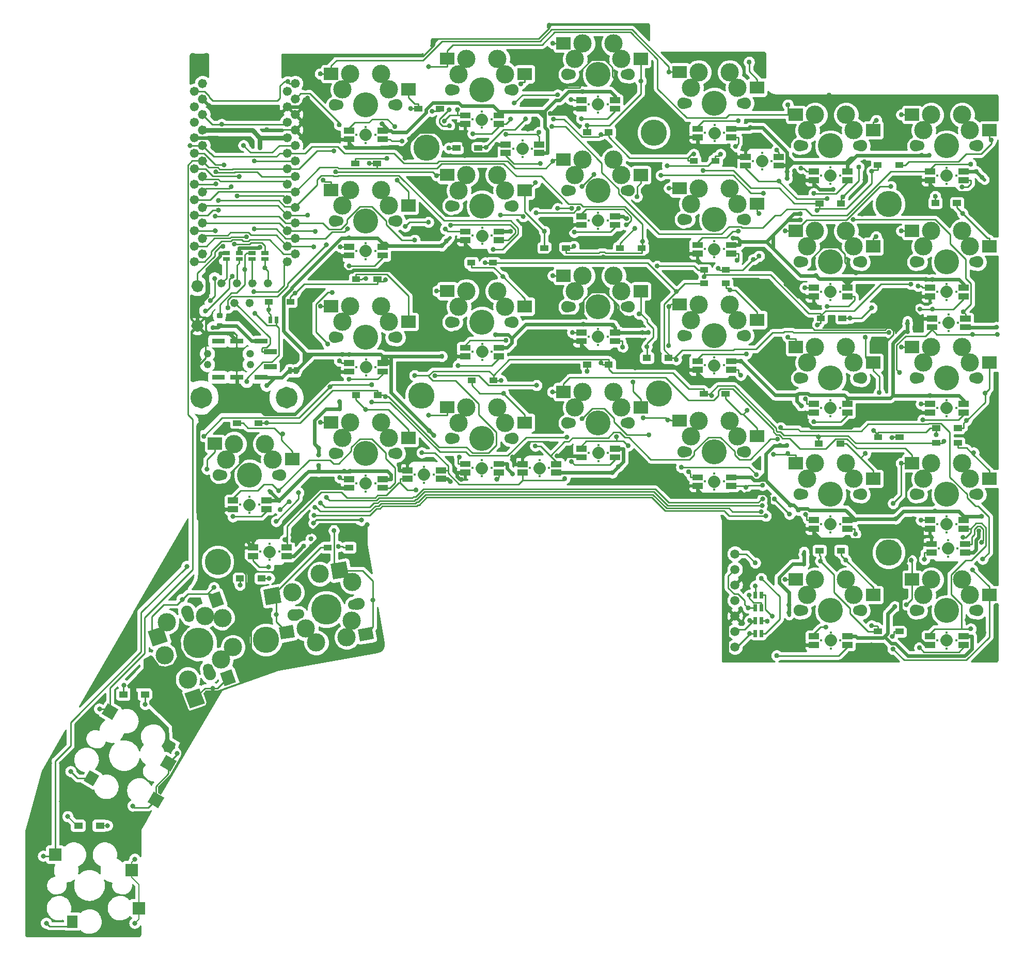
<source format=gbr>
%TF.GenerationSoftware,KiCad,Pcbnew,(6.0.4-0)*%
%TF.CreationDate,2022-08-10T14:40:32+09:00*%
%TF.ProjectId,KB62_R_rev1,4b423632-5f52-45f7-9265-76312e6b6963,rev?*%
%TF.SameCoordinates,Original*%
%TF.FileFunction,Copper,L1,Top*%
%TF.FilePolarity,Positive*%
%FSLAX46Y46*%
G04 Gerber Fmt 4.6, Leading zero omitted, Abs format (unit mm)*
G04 Created by KiCad (PCBNEW (6.0.4-0)) date 2022-08-10 14:40:32*
%MOMM*%
%LPD*%
G01*
G04 APERTURE LIST*
G04 Aperture macros list*
%AMRotRect*
0 Rectangle, with rotation*
0 The origin of the aperture is its center*
0 $1 length*
0 $2 width*
0 $3 Rotation angle, in degrees counterclockwise*
0 Add horizontal line*
21,1,$1,$2,0,0,$3*%
%AMFreePoly0*
4,1,34,0.201078,0.979575,0.387516,0.921863,0.559193,0.829038,0.709571,0.704634,0.832921,0.553392,0.924546,0.381070,0.980955,0.194234,1.000000,0.000000,0.999610,-0.027922,0.975149,-0.221548,0.913545,-0.406737,0.817145,-0.576432,0.689620,-0.724172,0.535827,-0.844328,0.361625,-0.932324,0.173648,-0.984808,-0.020942,-0.999781,-0.214735,-0.976672,-0.400349,-0.916363,-0.570714,-0.821149,
-0.719340,-0.694658,-0.840567,-0.541708,-0.929776,-0.368125,-0.983571,-0.180519,-0.999903,0.013962,-0.978148,0.207912,-0.919135,0.393942,-0.825113,0.564967,-0.699663,0.714473,-0.547563,0.836764,-0.374607,0.927184,-0.187381,0.982287,0.006981,0.999976,0.201078,0.979575,0.201078,0.979575,$1*%
%AMFreePoly1*
4,1,16,0.044650,0.194952,0.124776,0.156304,0.180215,0.086732,0.200000,0.000000,0.199999,-0.000698,0.179912,-0.087360,0.124230,-0.156739,0.043969,-0.195107,-0.044990,-0.194874,-0.125049,-0.156086,-0.180367,-0.086417,-0.200000,0.000349,-0.180064,0.087046,-0.124503,0.156522,-0.044310,0.195030,0.044650,0.194952,0.044650,0.194952,$1*%
G04 Aperture macros list end*
%TA.AperFunction,NonConductor*%
%ADD10C,0.000000*%
%TD*%
%TA.AperFunction,NonConductor*%
%ADD11C,0.400000*%
%TD*%
%TA.AperFunction,NonConductor*%
%ADD12C,0.762000*%
%TD*%
%TA.AperFunction,NonConductor*%
%ADD13C,0.200000*%
%TD*%
%TA.AperFunction,NonConductor*%
%ADD14C,0.050000*%
%TD*%
%TA.AperFunction,NonConductor*%
%ADD15C,0.698500*%
%TD*%
%TA.AperFunction,NonConductor*%
%ADD16C,1.800000*%
%TD*%
%TA.AperFunction,NonConductor*%
%ADD17C,1.000000*%
%TD*%
%TA.AperFunction,WasherPad*%
%ADD18FreePoly0,0.000000*%
%TD*%
%TA.AperFunction,WasherPad*%
%ADD19FreePoly1,0.000000*%
%TD*%
%TA.AperFunction,SMDPad,CuDef*%
%ADD20RotRect,1.800000X2.000000X150.000000*%
%TD*%
%TA.AperFunction,SMDPad,CuDef*%
%ADD21RotRect,2.000000X2.000000X150.000000*%
%TD*%
%TA.AperFunction,SMDPad,CuDef*%
%ADD22R,1.400000X1.000000*%
%TD*%
%TA.AperFunction,SMDPad,CuDef*%
%ADD23R,1.800000X2.000000*%
%TD*%
%TA.AperFunction,SMDPad,CuDef*%
%ADD24R,2.000000X2.000000*%
%TD*%
%TA.AperFunction,WasherPad*%
%ADD25C,1.210000*%
%TD*%
%TA.AperFunction,ComponentPad*%
%ADD26O,1.800000X0.700000*%
%TD*%
%TA.AperFunction,ViaPad*%
%ADD27C,1.900010*%
%TD*%
%TA.AperFunction,ViaPad*%
%ADD28C,0.400010*%
%TD*%
%TA.AperFunction,ViaPad*%
%ADD29C,3.000010*%
%TD*%
%TA.AperFunction,ViaPad*%
%ADD30C,4.300010*%
%TD*%
%TA.AperFunction,ViaPad*%
%ADD31C,0.813010*%
%TD*%
%TA.AperFunction,ViaPad*%
%ADD32C,1.700010*%
%TD*%
%TA.AperFunction,ViaPad*%
%ADD33C,4.100010*%
%TD*%
%TA.AperFunction,ViaPad*%
%ADD34C,0.300010*%
%TD*%
%TA.AperFunction,ViaPad*%
%ADD35C,0.800000*%
%TD*%
%TA.AperFunction,ViaPad*%
%ADD36C,5.000010*%
%TD*%
%TA.AperFunction,ViaPad*%
%ADD37C,1.300010*%
%TD*%
%TA.AperFunction,ViaPad*%
%ADD38C,1.500000*%
%TD*%
%TA.AperFunction,ViaPad*%
%ADD39C,2.200010*%
%TD*%
%TA.AperFunction,ViaPad*%
%ADD40C,1.200010*%
%TD*%
%TA.AperFunction,Conductor*%
%ADD41C,0.254000*%
%TD*%
%TA.AperFunction,Conductor*%
%ADD42C,0.250000*%
%TD*%
%TA.AperFunction,Conductor*%
%ADD43C,0.600000*%
%TD*%
%TA.AperFunction,Conductor*%
%ADD44C,0.200000*%
%TD*%
%TA.AperFunction,Conductor*%
%ADD45C,0.350000*%
%TD*%
%TA.AperFunction,Conductor*%
%ADD46C,0.800000*%
%TD*%
%TA.AperFunction,Conductor*%
%ADD47C,1.000000*%
%TD*%
G04 APERTURE END LIST*
D10*
G36*
X182579700Y-111078970D02*
G01*
X182484260Y-111015200D01*
X182295900Y-110937170D01*
X182095940Y-110897400D01*
X182033800Y-110897400D01*
X181339200Y-110202800D01*
X181315400Y-110173800D01*
X181278290Y-110143350D01*
X181390680Y-110083270D01*
X181506400Y-109988300D01*
X181530200Y-109959300D01*
X182579700Y-108909800D01*
X182579700Y-111078970D01*
G37*
D11*
X144790000Y-50889710D02*
G75*
G03*
X144790000Y-50889710I-200000J0D01*
G01*
X187360000Y-51286300D02*
G75*
G03*
X187360000Y-51286300I-200000J0D01*
G01*
D10*
G36*
X189610000Y-53899700D02*
G01*
X187310000Y-53899700D01*
X187310000Y-51899700D01*
X189610000Y-51899700D01*
X189610000Y-53899700D01*
G37*
G36*
X197760000Y-83169700D02*
G01*
X196060000Y-83169700D01*
X196060000Y-82169700D01*
X197760000Y-82169700D01*
X197760000Y-83169700D01*
G37*
D11*
X210518810Y-59560900D02*
G75*
G03*
X210518810Y-59560900I-200000J0D01*
G01*
X187236900Y-63362810D02*
G75*
G03*
X187236900Y-63362810I-200000J0D01*
G01*
X202550000Y-57839710D02*
G75*
G03*
X202550000Y-57839710I-200000J0D01*
G01*
X167859600Y-64949700D02*
G75*
G03*
X167859600Y-64949700I-200000J0D01*
G01*
D10*
G36*
X132460000Y-82799700D02*
G01*
X130160000Y-82799700D01*
X130160000Y-80799700D01*
X132460000Y-80799700D01*
X132460000Y-82799700D01*
G37*
G36*
X97010000Y-116670000D02*
G01*
X95310000Y-116670000D01*
X95310000Y-115670000D01*
X97010000Y-115670000D01*
X97010000Y-116670000D01*
G37*
G36*
X106827880Y-95441200D02*
G01*
X106192880Y-95441200D01*
X106192880Y-94298200D01*
X106827880Y-94298200D01*
X106827880Y-95441200D01*
G37*
D11*
X144058060Y-91371660D02*
G75*
G03*
X144058060Y-91371660I-200000J0D01*
G01*
X213460000Y-127009710D02*
G75*
G03*
X213460000Y-127009710I-200000J0D01*
G01*
D10*
G36*
X157245000Y-57110000D02*
G01*
X157274000Y-57133800D01*
X158310630Y-58170430D01*
X157977240Y-58236750D01*
X157588700Y-58397690D01*
X157239020Y-58631340D01*
X156941640Y-58928720D01*
X156707990Y-59278400D01*
X156551000Y-59657400D01*
X154223700Y-57330100D01*
X156087680Y-57330100D01*
X156125000Y-57333780D01*
X156162320Y-57330100D01*
X156162330Y-57330100D01*
X156273990Y-57319100D01*
X156417250Y-57275650D01*
X156549280Y-57205070D01*
X156549610Y-57204800D01*
X156627240Y-57204800D01*
X156827200Y-57165030D01*
X157015560Y-57087010D01*
X157151550Y-56996140D01*
X157245000Y-57110000D01*
G37*
G36*
X150125100Y-67488400D02*
G01*
X150101810Y-67488400D01*
X150057870Y-67444460D01*
X149888360Y-67331200D01*
X149700000Y-67253170D01*
X149500040Y-67213400D01*
X149296160Y-67213400D01*
X149096200Y-67253170D01*
X148907840Y-67331200D01*
X148738330Y-67444460D01*
X148594160Y-67588630D01*
X148480900Y-67758140D01*
X148402870Y-67946500D01*
X148363100Y-68146460D01*
X148363100Y-68233600D01*
X146583010Y-68233600D01*
X146539070Y-68189660D01*
X146369560Y-68076400D01*
X146181200Y-67998370D01*
X145981240Y-67958600D01*
X145777360Y-67958600D01*
X145577400Y-67998370D01*
X145389040Y-68076400D01*
X145219530Y-68189660D01*
X145075360Y-68333830D01*
X144962100Y-68503340D01*
X144913400Y-68620900D01*
X144770000Y-68477500D01*
X144770000Y-66927770D01*
X145160000Y-66927770D01*
X145284480Y-66915510D01*
X145404180Y-66879200D01*
X145514490Y-66820240D01*
X145611190Y-66740890D01*
X145690540Y-66644190D01*
X145749500Y-66533880D01*
X145785810Y-66414180D01*
X145798070Y-66289700D01*
X145798070Y-65069000D01*
X145860140Y-65069000D01*
X146060100Y-65029230D01*
X146248460Y-64951210D01*
X146417970Y-64837940D01*
X146562140Y-64693770D01*
X146675410Y-64524260D01*
X146753430Y-64335900D01*
X146789790Y-64153090D01*
X150125100Y-67488400D01*
G37*
G36*
X164210000Y-63789700D02*
G01*
X161910000Y-63789700D01*
X161910000Y-61789700D01*
X164210000Y-61789700D01*
X164210000Y-63789700D01*
G37*
D11*
X104830000Y-142119710D02*
G75*
G03*
X104830000Y-142119710I-200000J0D01*
G01*
X94630000Y-104459710D02*
G75*
G03*
X94630000Y-104459710I-200000J0D01*
G01*
X189985000Y-125014710D02*
G75*
G03*
X189985000Y-125014710I-200000J0D01*
G01*
D10*
G36*
X208660000Y-72949700D02*
G01*
X206360000Y-72949700D01*
X206360000Y-70949700D01*
X208660000Y-70949700D01*
X208660000Y-72949700D01*
G37*
D11*
X139641500Y-112681700D02*
G75*
G03*
X139641500Y-112681700I-200000J0D01*
G01*
X141649410Y-75920300D02*
G75*
G03*
X141649410Y-75920300I-200000J0D01*
G01*
D12*
X90228700Y-56680000D02*
G75*
G03*
X90228700Y-56680000I-381000J0D01*
G01*
D11*
X198500000Y-78859710D02*
G75*
G03*
X198500000Y-78859710I-200000J0D01*
G01*
X155563900Y-62706500D02*
G75*
G03*
X155563900Y-62706500I-200000J0D01*
G01*
X163537400Y-73681900D02*
G75*
G03*
X163537400Y-73681900I-200000J0D01*
G01*
X170408300Y-58829500D02*
G75*
G03*
X170408300Y-58829500I-200000J0D01*
G01*
X108610000Y-50169700D02*
G75*
G03*
X108610000Y-50169700I-200000J0D01*
G01*
D10*
G36*
X182127120Y-136440920D02*
G01*
X181492120Y-136440920D01*
X181492120Y-135297920D01*
X182127120Y-135297920D01*
X182127120Y-136440920D01*
G37*
G36*
X113410000Y-85299700D02*
G01*
X111110000Y-85299700D01*
X111110000Y-83299700D01*
X113410000Y-83299700D01*
X113410000Y-85299700D01*
G37*
G36*
X170560000Y-65949700D02*
G01*
X168260000Y-65949700D01*
X168260000Y-63949700D01*
X170560000Y-63949700D01*
X170560000Y-65949700D01*
G37*
D11*
X162050000Y-90469710D02*
G75*
G03*
X162050000Y-90469710I-200000J0D01*
G01*
D10*
G36*
X198845300Y-83206300D02*
G01*
X198845300Y-82707030D01*
X198848980Y-82669700D01*
X198834300Y-82520710D01*
X198790850Y-82377450D01*
X198720270Y-82245420D01*
X198625300Y-82129700D01*
X198509580Y-82034730D01*
X198377550Y-81964150D01*
X198365680Y-81960550D01*
X198385810Y-81894180D01*
X198398070Y-81769700D01*
X198398070Y-80769700D01*
X198393790Y-80726200D01*
X201325400Y-80726200D01*
X198845300Y-83206300D01*
G37*
G36*
X116885000Y-61344700D02*
G01*
X115585000Y-61344700D01*
X115585000Y-60394700D01*
X116885000Y-60394700D01*
X116885000Y-61344700D01*
G37*
D11*
X179623800Y-95621200D02*
G75*
G03*
X179623800Y-95621200I-200000J0D01*
G01*
D10*
G36*
X147804260Y-41859470D02*
G01*
X147948430Y-42003640D01*
X148117940Y-42116910D01*
X148306300Y-42194930D01*
X148506260Y-42234700D01*
X148575380Y-42234700D01*
X148584190Y-42324180D01*
X148620500Y-42443880D01*
X148679460Y-42554190D01*
X148758820Y-42650890D01*
X148855510Y-42730240D01*
X148965820Y-42789200D01*
X149085520Y-42825510D01*
X149210000Y-42837770D01*
X150329250Y-42837770D01*
X150197050Y-43156940D01*
X150115000Y-43569420D01*
X150115000Y-43989980D01*
X150197050Y-44402460D01*
X150357990Y-44791000D01*
X150395020Y-44846420D01*
X150229220Y-44915090D01*
X149969620Y-45088550D01*
X149748850Y-45309320D01*
X149575390Y-45568920D01*
X149455910Y-45857370D01*
X149395000Y-46163590D01*
X149395000Y-46475810D01*
X149455910Y-46782030D01*
X149575390Y-47070480D01*
X149748850Y-47330080D01*
X149969620Y-47550850D01*
X150229220Y-47724310D01*
X150517670Y-47843790D01*
X150823890Y-47904700D01*
X151136110Y-47904700D01*
X151442330Y-47843790D01*
X151536700Y-47804700D01*
X151706260Y-47804700D01*
X151993160Y-47747630D01*
X152263410Y-47635690D01*
X152506630Y-47473180D01*
X152713480Y-47266330D01*
X152875990Y-47023110D01*
X152987930Y-46752860D01*
X153045000Y-46465960D01*
X153045000Y-46173440D01*
X152987930Y-45886540D01*
X152952010Y-45799820D01*
X153261300Y-45671710D01*
X153483750Y-45523080D01*
X153478180Y-45536510D01*
X153375000Y-46055250D01*
X153375000Y-46584150D01*
X153478180Y-47102890D01*
X153680580Y-47591530D01*
X153974420Y-48031290D01*
X154127340Y-48184200D01*
X153923200Y-48184200D01*
X153777800Y-48123970D01*
X153577840Y-48084200D01*
X153373960Y-48084200D01*
X153174000Y-48123970D01*
X153028610Y-48184200D01*
X151243730Y-48184200D01*
X151197800Y-48179680D01*
X151014510Y-48197730D01*
X150978330Y-48208700D01*
X150838260Y-48251190D01*
X150675830Y-48338010D01*
X150533460Y-48454860D01*
X150504170Y-48490540D01*
X150112160Y-48882550D01*
X150064570Y-48834960D01*
X149895060Y-48721700D01*
X149706700Y-48643670D01*
X149506740Y-48603900D01*
X149302860Y-48603900D01*
X149102900Y-48643670D01*
X148914540Y-48721700D01*
X148745030Y-48834960D01*
X148701090Y-48878900D01*
X143675000Y-48878900D01*
X143675000Y-48857580D01*
X143855760Y-48782710D01*
X144025270Y-48669440D01*
X144169440Y-48525270D01*
X144282710Y-48355760D01*
X144322480Y-48259730D01*
X144434280Y-48199970D01*
X144550000Y-48105000D01*
X144644970Y-47989280D01*
X144704580Y-47877770D01*
X145160000Y-47877770D01*
X145284480Y-47865510D01*
X145404180Y-47829200D01*
X145514490Y-47770240D01*
X145611190Y-47690890D01*
X145690540Y-47594190D01*
X145749500Y-47483880D01*
X145785810Y-47364180D01*
X145798070Y-47239700D01*
X145798070Y-45239700D01*
X145785810Y-45115220D01*
X145749500Y-44995520D01*
X145690540Y-44885210D01*
X145611190Y-44788520D01*
X145514490Y-44709160D01*
X145404180Y-44650200D01*
X145284480Y-44613890D01*
X145160000Y-44601630D01*
X142860000Y-44601630D01*
X142735520Y-44613890D01*
X142615820Y-44650200D01*
X142505510Y-44709160D01*
X142408820Y-44788520D01*
X142381480Y-44821830D01*
X142180980Y-44621340D01*
X141831300Y-44387690D01*
X141615700Y-44298380D01*
X141685000Y-43949980D01*
X141685000Y-43529420D01*
X141602950Y-43116940D01*
X141442010Y-42728400D01*
X141208360Y-42378720D01*
X141044150Y-42214500D01*
X146839380Y-42214500D01*
X146876700Y-42218180D01*
X146914020Y-42214500D01*
X146914030Y-42214500D01*
X147025690Y-42203500D01*
X147168950Y-42160050D01*
X147300980Y-42089470D01*
X147416700Y-41994500D01*
X147440500Y-41965500D01*
X147701030Y-41704970D01*
X147804260Y-41859470D01*
G37*
D13*
G36*
X83375000Y-143575000D02*
G01*
X85400000Y-145000000D01*
X87600000Y-147400000D01*
X88775000Y-150425000D01*
X88950000Y-150675000D01*
X89256951Y-150706392D01*
X91656951Y-149856392D01*
X91850000Y-149500000D01*
X91898074Y-149257208D01*
X91386390Y-147803393D01*
X91791574Y-147355114D01*
X93700000Y-147350000D01*
X97250000Y-146100000D01*
X104325000Y-143600000D01*
X104356277Y-143772435D01*
X95025000Y-147075000D01*
X94400000Y-147300000D01*
X84400000Y-164225000D01*
X84350000Y-164300000D01*
X83950000Y-164050000D01*
X83950000Y-163150000D01*
X85950000Y-161200000D01*
X87625000Y-158225000D01*
X87750000Y-157800000D01*
X87750000Y-157275000D01*
X87264289Y-156642025D01*
X87589289Y-155892025D01*
X86325000Y-155050000D01*
X86300000Y-153150000D01*
X82525000Y-149500000D01*
X82500000Y-149075000D01*
X83025000Y-148600000D01*
X83050000Y-147425000D01*
X82650000Y-146900000D01*
X79100000Y-146900000D01*
X78900000Y-146525000D01*
X81600000Y-143725000D01*
X81575000Y-142225000D01*
X82650000Y-141675000D01*
X83375000Y-143575000D01*
G37*
X83375000Y-143575000D02*
X85400000Y-145000000D01*
X87600000Y-147400000D01*
X88775000Y-150425000D01*
X88950000Y-150675000D01*
X89256951Y-150706392D01*
X91656951Y-149856392D01*
X91850000Y-149500000D01*
X91898074Y-149257208D01*
X91386390Y-147803393D01*
X91791574Y-147355114D01*
X93700000Y-147350000D01*
X97250000Y-146100000D01*
X104325000Y-143600000D01*
X104356277Y-143772435D01*
X95025000Y-147075000D01*
X94400000Y-147300000D01*
X84400000Y-164225000D01*
X84350000Y-164300000D01*
X83950000Y-164050000D01*
X83950000Y-163150000D01*
X85950000Y-161200000D01*
X87625000Y-158225000D01*
X87750000Y-157800000D01*
X87750000Y-157275000D01*
X87264289Y-156642025D01*
X87589289Y-155892025D01*
X86325000Y-155050000D01*
X86300000Y-153150000D01*
X82525000Y-149500000D01*
X82500000Y-149075000D01*
X83025000Y-148600000D01*
X83050000Y-147425000D01*
X82650000Y-146900000D01*
X79100000Y-146900000D01*
X78900000Y-146525000D01*
X81600000Y-143725000D01*
X81575000Y-142225000D01*
X82650000Y-141675000D01*
X83375000Y-143575000D01*
D10*
G36*
X211310000Y-100820000D02*
G01*
X209610000Y-100820000D01*
X209610000Y-99820000D01*
X211310000Y-99820000D01*
X211310000Y-100820000D01*
G37*
D11*
X190670000Y-87139710D02*
G75*
G03*
X190670000Y-87139710I-200000J0D01*
G01*
X126386200Y-114445000D02*
G75*
G03*
X126386200Y-114445000I-200000J0D01*
G01*
X179024800Y-76778000D02*
G75*
G03*
X179024800Y-76778000I-200000J0D01*
G01*
X98097600Y-57950000D02*
G75*
G03*
X98097600Y-57950000I-200000J0D01*
G01*
X180852220Y-133769420D02*
G75*
G03*
X180852220Y-133769420I-200000J0D01*
G01*
D10*
G36*
X99881500Y-76887580D02*
G01*
X98738500Y-76887580D01*
X98738500Y-76252580D01*
X99881500Y-76252580D01*
X99881500Y-76887580D01*
G37*
G36*
X154885000Y-94344700D02*
G01*
X153585000Y-94344700D01*
X153585000Y-93394700D01*
X154885000Y-93394700D01*
X154885000Y-94344700D01*
G37*
G36*
X160769740Y-60618690D02*
G01*
X160795920Y-60640170D01*
X160927950Y-60710750D01*
X161071210Y-60754200D01*
X161182870Y-60765200D01*
X161182880Y-60765200D01*
X161220200Y-60768880D01*
X161257520Y-60765200D01*
X166477880Y-60765200D01*
X166452800Y-60802740D01*
X166374770Y-60991100D01*
X166335000Y-61191060D01*
X166335000Y-61394940D01*
X166374770Y-61594900D01*
X166452800Y-61783260D01*
X166470300Y-61809460D01*
X166440340Y-61803500D01*
X166236460Y-61803500D01*
X166036500Y-61843270D01*
X165848140Y-61921300D01*
X165678630Y-62034560D01*
X165534460Y-62178730D01*
X165421200Y-62348240D01*
X165343170Y-62536600D01*
X165303400Y-62736560D01*
X165303400Y-62940440D01*
X165343170Y-63140400D01*
X165421200Y-63328760D01*
X165534460Y-63498270D01*
X165678630Y-63642440D01*
X165848140Y-63755710D01*
X166036500Y-63833730D01*
X166236460Y-63873500D01*
X166440340Y-63873500D01*
X166640300Y-63833730D01*
X166828660Y-63755710D01*
X166998170Y-63642440D01*
X167042110Y-63598500D01*
X167727700Y-63598500D01*
X167670500Y-63705520D01*
X167634190Y-63825220D01*
X167625380Y-63914700D01*
X167557660Y-63914700D01*
X167357700Y-63954470D01*
X167169340Y-64032500D01*
X166999830Y-64145760D01*
X166855660Y-64289930D01*
X166742400Y-64459440D01*
X166664370Y-64647800D01*
X166624600Y-64847760D01*
X166624600Y-65051640D01*
X166664370Y-65251600D01*
X166742400Y-65439960D01*
X166855660Y-65609470D01*
X166999830Y-65753640D01*
X167169340Y-65866910D01*
X167357700Y-65944930D01*
X167557660Y-65984700D01*
X167625380Y-65984700D01*
X167634190Y-66074180D01*
X167670500Y-66193880D01*
X167729460Y-66304190D01*
X167808820Y-66400890D01*
X167905510Y-66480240D01*
X168015820Y-66539200D01*
X168135520Y-66575510D01*
X168260000Y-66587770D01*
X169379250Y-66587770D01*
X169247050Y-66906940D01*
X169165000Y-67319420D01*
X169165000Y-67739980D01*
X169247050Y-68152460D01*
X169407990Y-68541000D01*
X169445020Y-68596420D01*
X169279220Y-68665090D01*
X169019620Y-68838550D01*
X168798850Y-69059320D01*
X168625390Y-69318920D01*
X168505910Y-69607370D01*
X168445000Y-69913590D01*
X168445000Y-70225810D01*
X168505910Y-70532030D01*
X168625390Y-70820480D01*
X168798850Y-71080080D01*
X169019620Y-71300850D01*
X169279220Y-71474310D01*
X169567670Y-71593790D01*
X169873890Y-71654700D01*
X170186110Y-71654700D01*
X170492330Y-71593790D01*
X170586700Y-71554700D01*
X170756260Y-71554700D01*
X171043160Y-71497630D01*
X171313410Y-71385690D01*
X171556630Y-71223180D01*
X171763480Y-71016330D01*
X171925990Y-70773110D01*
X172037930Y-70502860D01*
X172095000Y-70215960D01*
X172095000Y-69923440D01*
X172037930Y-69636540D01*
X172002010Y-69549820D01*
X172311300Y-69421710D01*
X172533750Y-69273080D01*
X172528180Y-69286510D01*
X172425000Y-69805250D01*
X172425000Y-70334150D01*
X172528180Y-70852890D01*
X172730580Y-71341530D01*
X172989420Y-71728900D01*
X166303500Y-71728900D01*
X161490610Y-66916010D01*
X161547640Y-66904670D01*
X161616460Y-67007670D01*
X161760630Y-67151840D01*
X161930140Y-67265110D01*
X162118500Y-67343130D01*
X162318460Y-67382900D01*
X162522340Y-67382900D01*
X162722300Y-67343130D01*
X162910660Y-67265110D01*
X163080170Y-67151840D01*
X163224340Y-67007670D01*
X163337610Y-66838160D01*
X163415630Y-66649800D01*
X163455400Y-66449840D01*
X163455400Y-66245960D01*
X163415630Y-66046000D01*
X163337610Y-65857640D01*
X163224340Y-65688130D01*
X163180400Y-65644190D01*
X163180400Y-65069400D01*
X163571000Y-64678800D01*
X163600000Y-64655000D01*
X163638810Y-64607720D01*
X163694970Y-64539280D01*
X163754580Y-64427770D01*
X164210000Y-64427770D01*
X164334480Y-64415510D01*
X164454180Y-64379200D01*
X164564490Y-64320240D01*
X164661190Y-64240890D01*
X164740540Y-64144190D01*
X164799500Y-64033880D01*
X164835810Y-63914180D01*
X164848070Y-63789700D01*
X164848070Y-61789700D01*
X164835810Y-61665220D01*
X164799500Y-61545520D01*
X164740540Y-61435210D01*
X164661190Y-61338520D01*
X164564490Y-61259160D01*
X164454180Y-61200200D01*
X164334480Y-61163890D01*
X164210000Y-61151630D01*
X161910000Y-61151630D01*
X161785520Y-61163890D01*
X161665820Y-61200200D01*
X161555510Y-61259160D01*
X161458820Y-61338520D01*
X161431480Y-61371830D01*
X161230980Y-61171340D01*
X160881300Y-60937690D01*
X160665700Y-60848380D01*
X160719580Y-60577520D01*
X160769740Y-60618690D01*
G37*
G36*
X132460000Y-63749700D02*
G01*
X130160000Y-63749700D01*
X130160000Y-61749700D01*
X132460000Y-61749700D01*
X132460000Y-63749700D01*
G37*
D11*
X96537210Y-52352500D02*
G75*
G03*
X96537210Y-52352500I-200000J0D01*
G01*
D10*
G36*
X140610000Y-110670000D02*
G01*
X138910000Y-110670000D01*
X138910000Y-109670000D01*
X140610000Y-109670000D01*
X140610000Y-110670000D01*
G37*
G36*
X135110000Y-72569700D02*
G01*
X133410000Y-72569700D01*
X133410000Y-71569700D01*
X135110000Y-71569700D01*
X135110000Y-72569700D01*
G37*
D11*
X211675000Y-105374700D02*
G75*
G03*
X211675000Y-105374700I-200000J0D01*
G01*
X145958200Y-64034000D02*
G75*
G03*
X145958200Y-64034000I-200000J0D01*
G01*
X158576100Y-111595810D02*
G75*
G03*
X158576100Y-111595810I-200000J0D01*
G01*
D10*
G36*
X217119000Y-86844700D02*
G01*
X215419000Y-86844700D01*
X215419000Y-85844700D01*
X217119000Y-85844700D01*
X217119000Y-86844700D01*
G37*
G36*
X206158160Y-108447660D02*
G01*
X206115820Y-108460500D01*
X206005510Y-108519460D01*
X205908820Y-108598820D01*
X205829460Y-108695510D01*
X205770500Y-108805820D01*
X205734190Y-108925520D01*
X205725380Y-109015000D01*
X205644860Y-109015000D01*
X205444900Y-109054770D01*
X205256540Y-109132800D01*
X205087030Y-109246060D01*
X204942860Y-109390230D01*
X204829600Y-109559740D01*
X204751570Y-109748100D01*
X204711800Y-109948060D01*
X204711800Y-110151940D01*
X204751570Y-110351900D01*
X204829600Y-110540260D01*
X204942860Y-110709770D01*
X204986800Y-110753710D01*
X204986800Y-114990200D01*
X204368900Y-115608100D01*
X204306760Y-115608100D01*
X204106800Y-115647870D01*
X203918440Y-115725900D01*
X203748930Y-115839160D01*
X203604760Y-115983330D01*
X203491500Y-116152840D01*
X203413470Y-116341200D01*
X203373700Y-116541160D01*
X203373700Y-116745040D01*
X203413470Y-116945000D01*
X203491500Y-117133360D01*
X203604760Y-117302870D01*
X203748930Y-117447040D01*
X203918440Y-117560310D01*
X204106800Y-117638330D01*
X204306760Y-117678100D01*
X204510640Y-117678100D01*
X204710600Y-117638330D01*
X204898960Y-117560310D01*
X205068470Y-117447040D01*
X205212640Y-117302870D01*
X205325910Y-117133360D01*
X205403930Y-116945000D01*
X205443700Y-116745040D01*
X205443700Y-116682900D01*
X206257800Y-115868800D01*
X206286800Y-115845000D01*
X206381770Y-115729280D01*
X206452350Y-115597250D01*
X206495800Y-115453990D01*
X206506800Y-115342330D01*
X206506800Y-115342320D01*
X206510480Y-115305000D01*
X206506800Y-115267680D01*
X206506800Y-111688070D01*
X207479250Y-111688070D01*
X207347050Y-112007240D01*
X207265000Y-112419720D01*
X207265000Y-112840280D01*
X207347050Y-113252760D01*
X207507990Y-113641300D01*
X207545020Y-113696720D01*
X207379220Y-113765390D01*
X207119620Y-113938850D01*
X206898850Y-114159620D01*
X206725390Y-114419220D01*
X206605910Y-114707670D01*
X206545000Y-115013890D01*
X206545000Y-115326110D01*
X206605910Y-115632330D01*
X206725390Y-115920780D01*
X206898850Y-116180380D01*
X207119620Y-116401150D01*
X207379220Y-116574610D01*
X207667670Y-116694090D01*
X207973890Y-116755000D01*
X208286110Y-116755000D01*
X208592330Y-116694090D01*
X208686700Y-116655000D01*
X208856260Y-116655000D01*
X209143160Y-116597930D01*
X209413410Y-116485990D01*
X209656630Y-116323480D01*
X209863480Y-116116630D01*
X210025990Y-115873410D01*
X210137930Y-115603160D01*
X210195000Y-115316260D01*
X210195000Y-115023740D01*
X210137930Y-114736840D01*
X210102010Y-114650120D01*
X210411300Y-114522010D01*
X210633750Y-114373380D01*
X210628180Y-114386810D01*
X210525000Y-114905550D01*
X210525000Y-115434450D01*
X210628180Y-115953190D01*
X210830580Y-116441830D01*
X211103810Y-116850740D01*
X210983000Y-116874770D01*
X210794640Y-116952800D01*
X210684040Y-117026700D01*
X206099930Y-117026700D01*
X206054000Y-117022180D01*
X205974570Y-117030000D01*
X205870710Y-117040230D01*
X205694460Y-117093690D01*
X205532030Y-117180510D01*
X205389660Y-117297360D01*
X205360370Y-117333040D01*
X204502840Y-118190570D01*
X204400410Y-118233000D01*
X198508230Y-118233000D01*
X198462300Y-118228480D01*
X198442970Y-118230380D01*
X197307230Y-117094640D01*
X197277940Y-117058960D01*
X197135570Y-116942110D01*
X196973140Y-116855290D01*
X196796890Y-116801830D01*
X196659530Y-116788300D01*
X196613600Y-116783780D01*
X196567670Y-116788300D01*
X196307910Y-116788300D01*
X196539420Y-116441830D01*
X196741820Y-115953190D01*
X196845000Y-115434450D01*
X196845000Y-114905550D01*
X196741820Y-114386810D01*
X196736250Y-114373380D01*
X196958700Y-114522010D01*
X197267990Y-114650120D01*
X197232070Y-114736840D01*
X197175000Y-115023740D01*
X197175000Y-115316260D01*
X197232070Y-115603160D01*
X197344010Y-115873410D01*
X197506530Y-116116630D01*
X197713370Y-116323480D01*
X197956590Y-116485990D01*
X198226840Y-116597930D01*
X198513740Y-116655000D01*
X198683300Y-116655000D01*
X198777670Y-116694090D01*
X199083890Y-116755000D01*
X199396110Y-116755000D01*
X199702330Y-116694090D01*
X199990780Y-116574610D01*
X200250380Y-116401150D01*
X200471150Y-116180380D01*
X200644610Y-115920780D01*
X200764090Y-115632330D01*
X200825000Y-115326110D01*
X200825000Y-115013890D01*
X200764090Y-114707670D01*
X200644610Y-114419220D01*
X200516890Y-114228070D01*
X202310000Y-114228070D01*
X202434480Y-114215810D01*
X202554180Y-114179500D01*
X202664490Y-114120540D01*
X202761190Y-114041190D01*
X202840540Y-113944490D01*
X202899500Y-113834180D01*
X202935810Y-113714480D01*
X202948070Y-113590000D01*
X202948070Y-111590000D01*
X202935810Y-111465520D01*
X202899500Y-111345820D01*
X202840540Y-111235510D01*
X202761190Y-111138820D01*
X202664490Y-111059460D01*
X202554180Y-111000500D01*
X202434480Y-110964190D01*
X202310000Y-110951930D01*
X201854580Y-110951930D01*
X201794970Y-110840420D01*
X201745980Y-110780730D01*
X201700000Y-110724700D01*
X201671000Y-110700900D01*
X200336430Y-109366330D01*
X200350260Y-109360610D01*
X200519770Y-109247340D01*
X200663940Y-109103170D01*
X200777210Y-108933660D01*
X200855230Y-108745300D01*
X200895000Y-108545340D01*
X200895000Y-108368500D01*
X206079000Y-108368500D01*
X206158160Y-108447660D01*
G37*
D11*
X202320000Y-90839710D02*
G75*
G03*
X202320000Y-90839710I-200000J0D01*
G01*
D10*
G36*
X126982000Y-43230800D02*
G01*
X113180920Y-43230800D01*
X113143600Y-43227120D01*
X113106280Y-43230800D01*
X113106270Y-43230800D01*
X112994610Y-43241800D01*
X112851350Y-43285250D01*
X112719320Y-43355830D01*
X112655220Y-43408430D01*
X112603600Y-43450800D01*
X112579800Y-43479800D01*
X111749000Y-44310600D01*
X111720000Y-44334400D01*
X111696200Y-44363400D01*
X111625030Y-44450120D01*
X111565430Y-44561630D01*
X111110000Y-44561630D01*
X110985520Y-44573890D01*
X110865820Y-44610200D01*
X110755510Y-44669160D01*
X110658820Y-44748520D01*
X110579460Y-44845210D01*
X110520500Y-44955520D01*
X110484190Y-45075220D01*
X110475380Y-45164700D01*
X110395060Y-45164700D01*
X110195100Y-45204470D01*
X110006740Y-45282500D01*
X109837230Y-45395760D01*
X109693060Y-45539930D01*
X109579800Y-45709440D01*
X109501770Y-45897800D01*
X109462000Y-46097760D01*
X109462000Y-46301640D01*
X109501770Y-46501600D01*
X109579800Y-46689960D01*
X109693060Y-46859470D01*
X109837230Y-47003640D01*
X110006740Y-47116910D01*
X110195100Y-47194930D01*
X110395060Y-47234700D01*
X110475380Y-47234700D01*
X110484190Y-47324180D01*
X110520500Y-47443880D01*
X110579460Y-47554190D01*
X110658820Y-47650890D01*
X110755510Y-47730240D01*
X110865820Y-47789200D01*
X110985520Y-47825510D01*
X111110000Y-47837770D01*
X112229250Y-47837770D01*
X112097050Y-48156940D01*
X112015000Y-48569420D01*
X112015000Y-48989980D01*
X112097050Y-49402460D01*
X112257990Y-49791000D01*
X112295020Y-49846420D01*
X112129220Y-49915090D01*
X111869620Y-50088550D01*
X111648850Y-50309320D01*
X111475390Y-50568920D01*
X111355910Y-50857370D01*
X111342070Y-50926970D01*
X109332700Y-48917600D01*
X109308900Y-48888600D01*
X109193180Y-48793630D01*
X109061150Y-48723050D01*
X108917890Y-48679600D01*
X108806230Y-48668600D01*
X108806220Y-48668600D01*
X108768900Y-48664920D01*
X108731580Y-48668600D01*
X107487200Y-48668600D01*
X107632110Y-48451730D01*
X107737410Y-48197490D01*
X107791100Y-47927590D01*
X107791100Y-47652410D01*
X107737410Y-47382510D01*
X107632110Y-47128270D01*
X107479220Y-46899470D01*
X107284640Y-46704880D01*
X107055830Y-46552000D01*
X106801590Y-46446690D01*
X106531690Y-46393000D01*
X106256510Y-46393000D01*
X105986610Y-46446690D01*
X105732370Y-46552000D01*
X105698420Y-46574680D01*
X105650260Y-46542500D01*
X105461900Y-46464470D01*
X105261940Y-46424700D01*
X105058060Y-46424700D01*
X104858100Y-46464470D01*
X104669740Y-46542500D01*
X104500230Y-46655760D01*
X104445320Y-46710670D01*
X104445010Y-46710700D01*
X104444940Y-46710720D01*
X104444850Y-46710730D01*
X104373150Y-46732500D01*
X104301750Y-46754150D01*
X104301680Y-46754190D01*
X104301600Y-46754220D01*
X104234980Y-46789850D01*
X104199050Y-46809050D01*
X104199050Y-42954710D01*
X127017420Y-42954710D01*
X127045680Y-42951930D01*
X127051800Y-42951970D01*
X127060970Y-42951070D01*
X127255070Y-42930670D01*
X127289120Y-42923680D01*
X126982000Y-43230800D01*
G37*
G36*
X158435000Y-56244700D02*
G01*
X157135000Y-56244700D01*
X157135000Y-55294700D01*
X158435000Y-55294700D01*
X158435000Y-56244700D01*
G37*
D11*
X110422500Y-111362400D02*
G75*
G03*
X110422500Y-111362400I-200000J0D01*
G01*
X129350000Y-40889710D02*
G75*
G03*
X129350000Y-40889710I-200000J0D01*
G01*
D10*
G36*
X146823710Y-51468500D02*
G01*
X146316320Y-51468500D01*
X146270390Y-51463980D01*
X146224460Y-51468500D01*
X143208010Y-51468500D01*
X143208110Y-51468360D01*
X143286130Y-51280000D01*
X143325900Y-51080040D01*
X143325900Y-51017900D01*
X143944900Y-50398900D01*
X147893310Y-50398900D01*
X146823710Y-51468500D01*
G37*
D11*
X209309700Y-59560900D02*
G75*
G03*
X209309700Y-59560900I-200000J0D01*
G01*
X126157300Y-95669400D02*
G75*
G03*
X126157300Y-95669400I-200000J0D01*
G01*
X106559100Y-82158900D02*
G75*
G03*
X106559100Y-82158900I-200000J0D01*
G01*
D10*
G36*
X191578180Y-76286510D02*
G01*
X191475000Y-76805250D01*
X191475000Y-77334150D01*
X191578180Y-77852890D01*
X191738530Y-78240000D01*
X191661660Y-78240000D01*
X191461700Y-78279770D01*
X191316310Y-78340000D01*
X190431790Y-78340000D01*
X190606630Y-78223180D01*
X190813480Y-78016330D01*
X190975990Y-77773110D01*
X191087930Y-77502860D01*
X191145000Y-77215960D01*
X191145000Y-76923440D01*
X191087930Y-76636540D01*
X191052010Y-76549820D01*
X191361300Y-76421710D01*
X191583750Y-76273080D01*
X191578180Y-76286510D01*
G37*
G36*
X104425970Y-55378010D02*
G01*
X104503220Y-55410000D01*
X104425970Y-55442000D01*
X104197170Y-55594880D01*
X104147050Y-55645000D01*
X101031410Y-55645000D01*
X100619910Y-55233500D01*
X104209710Y-55233500D01*
X104425970Y-55378010D01*
G37*
G36*
X194807990Y-70978400D02*
G01*
X194647050Y-71366940D01*
X194565000Y-71779420D01*
X194565000Y-72199980D01*
X194647050Y-72612460D01*
X194807990Y-73001000D01*
X195041640Y-73350680D01*
X195339020Y-73648060D01*
X195688700Y-73881710D01*
X195904300Y-73971020D01*
X195835000Y-74319420D01*
X195835000Y-74739980D01*
X195886540Y-74999070D01*
X195871590Y-74984120D01*
X195431830Y-74690280D01*
X194943190Y-74487880D01*
X194424450Y-74384700D01*
X193895550Y-74384700D01*
X193376810Y-74487880D01*
X192888180Y-74690280D01*
X192448410Y-74984120D01*
X192433460Y-74999070D01*
X192485000Y-74739980D01*
X192485000Y-74319420D01*
X192415700Y-73971020D01*
X192631300Y-73881710D01*
X192980980Y-73648060D01*
X193278360Y-73350680D01*
X193512010Y-73001000D01*
X193672950Y-72612460D01*
X193755000Y-72199980D01*
X193755000Y-71779420D01*
X193672950Y-71366940D01*
X193512010Y-70978400D01*
X193475870Y-70924300D01*
X194844140Y-70924300D01*
X194807990Y-70978400D01*
G37*
G36*
X127205000Y-52374700D02*
G01*
X125905000Y-52374700D01*
X125905000Y-51424700D01*
X127205000Y-51424700D01*
X127205000Y-52374700D01*
G37*
D11*
X153510000Y-53575000D02*
G75*
G03*
X153510000Y-53575000I-200000J0D01*
G01*
D10*
G36*
X165936000Y-113755000D02*
G01*
X165820280Y-113660030D01*
X165688250Y-113589450D01*
X165544990Y-113546000D01*
X165433330Y-113535000D01*
X165433320Y-113535000D01*
X165396000Y-113531320D01*
X165358680Y-113535000D01*
X150952190Y-113535000D01*
X151054060Y-113492810D01*
X151223570Y-113379540D01*
X151367740Y-113235370D01*
X151481010Y-113065860D01*
X151559030Y-112877500D01*
X151598800Y-112677540D01*
X151598800Y-112525000D01*
X157914780Y-112525000D01*
X158074200Y-112591030D01*
X158274160Y-112630810D01*
X158478030Y-112630810D01*
X158677990Y-112591030D01*
X158866350Y-112513010D01*
X159035870Y-112399740D01*
X159180030Y-112255580D01*
X159293300Y-112086060D01*
X159353530Y-111940660D01*
X159705060Y-111589130D01*
X159850460Y-111528910D01*
X160019970Y-111415640D01*
X160164140Y-111271470D01*
X160277410Y-111101960D01*
X160337630Y-110956560D01*
X160788960Y-110505230D01*
X160824640Y-110475940D01*
X160941490Y-110333570D01*
X161028310Y-110171140D01*
X161069450Y-110035500D01*
X161081770Y-109994890D01*
X161099820Y-109811600D01*
X161095300Y-109765670D01*
X161095300Y-108202250D01*
X161274400Y-108166630D01*
X161462760Y-108088610D01*
X161632270Y-107975340D01*
X161776440Y-107831170D01*
X161860610Y-107705210D01*
X164135300Y-109979900D01*
X164159100Y-110008900D01*
X164274820Y-110103870D01*
X164406850Y-110174450D01*
X164550110Y-110217900D01*
X164661770Y-110228900D01*
X164661780Y-110228900D01*
X164699100Y-110232580D01*
X164736430Y-110228900D01*
X168765080Y-110228900D01*
X168689270Y-110411900D01*
X168649500Y-110611860D01*
X168649500Y-110815740D01*
X168689270Y-111015700D01*
X168767300Y-111204060D01*
X168880560Y-111373570D01*
X169024730Y-111517740D01*
X169194240Y-111631010D01*
X169382600Y-111709030D01*
X169582560Y-111748800D01*
X169786440Y-111748800D01*
X169887800Y-111728640D01*
X169890270Y-111741100D01*
X169968300Y-111929460D01*
X170081560Y-112098970D01*
X170225730Y-112243140D01*
X170395240Y-112356410D01*
X170421300Y-112367200D01*
X170421020Y-112370000D01*
X170435700Y-112518990D01*
X170479150Y-112662250D01*
X170549730Y-112794280D01*
X170644700Y-112910000D01*
X170760420Y-113004970D01*
X170892450Y-113075550D01*
X170904320Y-113079150D01*
X170884190Y-113145520D01*
X170871930Y-113270000D01*
X170875000Y-113484250D01*
X171033750Y-113643000D01*
X172233000Y-113643000D01*
X172233000Y-113623000D01*
X172487000Y-113623000D01*
X172487000Y-113643000D01*
X172507000Y-113643000D01*
X172507000Y-113897000D01*
X172487000Y-113897000D01*
X172487000Y-114746250D01*
X172645750Y-114905000D01*
X172674370Y-114905160D01*
X172729330Y-115007990D01*
X172816180Y-115113820D01*
X172922010Y-115200670D01*
X173042750Y-115265200D01*
X173173760Y-115304940D01*
X173275870Y-115315000D01*
X173310000Y-115318360D01*
X173344140Y-115315000D01*
X176875870Y-115315000D01*
X176910000Y-115318360D01*
X176944130Y-115315000D01*
X176944140Y-115315000D01*
X177046240Y-115304940D01*
X177177250Y-115265200D01*
X177297990Y-115200670D01*
X177403820Y-115113820D01*
X177490670Y-115007990D01*
X177544070Y-114908070D01*
X178710000Y-114908070D01*
X178834480Y-114895810D01*
X178954180Y-114859500D01*
X179064490Y-114800540D01*
X179161190Y-114721190D01*
X179240540Y-114624490D01*
X179291050Y-114530000D01*
X179399650Y-114530000D01*
X179487560Y-114661570D01*
X179631730Y-114805740D01*
X179801240Y-114919010D01*
X179989600Y-114997030D01*
X180189560Y-115036800D01*
X180393440Y-115036800D01*
X180593400Y-114997030D01*
X180781760Y-114919010D01*
X180951270Y-114805740D01*
X181095440Y-114661570D01*
X181208710Y-114492060D01*
X181238060Y-114421200D01*
X182305090Y-114421200D01*
X182349030Y-114465140D01*
X182518540Y-114578410D01*
X182706900Y-114656430D01*
X182906860Y-114696200D01*
X183110740Y-114696200D01*
X183310700Y-114656430D01*
X183499060Y-114578410D01*
X183668570Y-114465140D01*
X183722610Y-114411100D01*
X184348640Y-115037130D01*
X184265530Y-115092660D01*
X184121360Y-115236830D01*
X184008100Y-115406340D01*
X183973160Y-115490690D01*
X183927210Y-115379740D01*
X183813940Y-115210230D01*
X183669770Y-115066060D01*
X183500260Y-114952800D01*
X183311900Y-114874770D01*
X183111940Y-114835000D01*
X182908060Y-114835000D01*
X182708100Y-114874770D01*
X182519740Y-114952800D01*
X182350230Y-115066060D01*
X182206060Y-115210230D01*
X182092800Y-115379740D01*
X182014770Y-115568100D01*
X181977700Y-115754500D01*
X181972200Y-115760000D01*
X167935800Y-115760000D01*
X166445800Y-114270000D01*
X170871930Y-114270000D01*
X170884190Y-114394480D01*
X170920500Y-114514180D01*
X170979460Y-114624490D01*
X171058820Y-114721190D01*
X171155510Y-114800540D01*
X171265820Y-114859500D01*
X171385520Y-114895810D01*
X171510000Y-114908070D01*
X172074250Y-114905000D01*
X172233000Y-114746250D01*
X172233000Y-113897000D01*
X171033750Y-113897000D01*
X170875000Y-114055750D01*
X170871930Y-114270000D01*
X166445800Y-114270000D01*
X165959800Y-113784000D01*
X165936000Y-113755000D01*
G37*
D11*
X159560200Y-110611700D02*
G75*
G03*
X159560200Y-110611700I-200000J0D01*
G01*
X211484900Y-117870000D02*
G75*
G03*
X211484900Y-117870000I-200000J0D01*
G01*
X185899000Y-63785900D02*
G75*
G03*
X185899000Y-63785900I-200000J0D01*
G01*
D10*
G36*
X148224500Y-107758700D02*
G01*
X147181300Y-106715500D01*
X147157500Y-106686500D01*
X147041780Y-106591530D01*
X146947250Y-106541000D01*
X149442200Y-106541000D01*
X148224500Y-107758700D01*
G37*
G36*
X192260000Y-138920000D02*
G01*
X190560000Y-138920000D01*
X190560000Y-137920000D01*
X192260000Y-137920000D01*
X192260000Y-138920000D01*
G37*
D11*
X90190000Y-90009710D02*
G75*
G03*
X90190000Y-90009710I-200000J0D01*
G01*
X122919900Y-54860300D02*
G75*
G03*
X122919900Y-54860300I-200000J0D01*
G01*
X165931000Y-77706600D02*
G75*
G03*
X165931000Y-77706600I-200000J0D01*
G01*
D10*
G36*
X183200420Y-42664290D02*
G01*
X183263360Y-42683290D01*
X183321400Y-42714160D01*
X183372340Y-42755700D01*
X183414250Y-42806360D01*
X183445510Y-42864190D01*
X183464960Y-42926990D01*
X183475000Y-43022550D01*
X183475000Y-46841350D01*
X183384480Y-46813890D01*
X183260000Y-46801630D01*
X182804580Y-46801630D01*
X182744970Y-46690120D01*
X182650000Y-46574400D01*
X182621000Y-46550600D01*
X181570000Y-45499600D01*
X181570000Y-44977210D01*
X181613940Y-44933270D01*
X181727210Y-44763760D01*
X181805230Y-44575400D01*
X181845000Y-44375440D01*
X181845000Y-44171560D01*
X181805230Y-43971600D01*
X181727210Y-43783240D01*
X181613940Y-43613730D01*
X181469770Y-43469560D01*
X181300260Y-43356300D01*
X181111900Y-43278270D01*
X180911940Y-43238500D01*
X180708060Y-43238500D01*
X180508100Y-43278270D01*
X180319740Y-43356300D01*
X180150230Y-43469560D01*
X180006060Y-43613730D01*
X179892800Y-43783240D01*
X179814770Y-43971600D01*
X179775000Y-44171560D01*
X179775000Y-44375440D01*
X179814770Y-44575400D01*
X179892800Y-44763760D01*
X180006060Y-44933270D01*
X180050000Y-44977210D01*
X180050000Y-45777070D01*
X180046320Y-45814400D01*
X180050000Y-45851730D01*
X180058400Y-45937030D01*
X180061000Y-45963390D01*
X180104450Y-46106650D01*
X180175030Y-46238680D01*
X180226700Y-46301640D01*
X180270000Y-46354400D01*
X180299000Y-46378200D01*
X180758160Y-46837360D01*
X180715820Y-46850200D01*
X180605510Y-46909160D01*
X180508820Y-46988520D01*
X180481480Y-47021830D01*
X180280980Y-46821340D01*
X179931300Y-46587690D01*
X179715700Y-46498380D01*
X179785000Y-46149980D01*
X179785000Y-45729420D01*
X179702950Y-45316940D01*
X179542010Y-44928400D01*
X179308360Y-44578720D01*
X179010980Y-44281340D01*
X178661300Y-44047690D01*
X178272760Y-43886750D01*
X177860280Y-43804700D01*
X177439720Y-43804700D01*
X177027240Y-43886750D01*
X176638700Y-44047690D01*
X176289020Y-44281340D01*
X175991640Y-44578720D01*
X175757990Y-44928400D01*
X175597050Y-45316940D01*
X175515000Y-45729420D01*
X175515000Y-46149980D01*
X175597050Y-46562460D01*
X175757990Y-46951000D01*
X175991640Y-47300680D01*
X176289020Y-47598060D01*
X176638700Y-47831710D01*
X176854300Y-47921020D01*
X176785000Y-48269420D01*
X176785000Y-48689980D01*
X176836540Y-48949070D01*
X176821590Y-48934120D01*
X176381830Y-48640280D01*
X175893190Y-48437880D01*
X175374450Y-48334700D01*
X174845550Y-48334700D01*
X174326810Y-48437880D01*
X173838180Y-48640280D01*
X173398410Y-48934120D01*
X173383460Y-48949070D01*
X173435000Y-48689980D01*
X173435000Y-48269420D01*
X173365700Y-47921020D01*
X173581300Y-47831710D01*
X173930980Y-47598060D01*
X174228360Y-47300680D01*
X174462010Y-46951000D01*
X174622950Y-46562460D01*
X174705000Y-46149980D01*
X174705000Y-45729420D01*
X174622950Y-45316940D01*
X174462010Y-44928400D01*
X174228360Y-44578720D01*
X173930980Y-44281340D01*
X173581300Y-44047690D01*
X173192760Y-43886750D01*
X172780280Y-43804700D01*
X172359720Y-43804700D01*
X171947240Y-43886750D01*
X171558700Y-44047690D01*
X171209020Y-44281340D01*
X171025000Y-44465350D01*
X171011190Y-44448520D01*
X170914490Y-44369160D01*
X170804180Y-44310200D01*
X170684480Y-44273890D01*
X170560000Y-44261630D01*
X168260000Y-44261630D01*
X168135520Y-44273890D01*
X168025470Y-44307270D01*
X166372920Y-42654710D01*
X183102720Y-42654710D01*
X183200420Y-42664290D01*
G37*
D14*
G36*
X87515000Y-135795000D02*
G01*
X88055000Y-136545000D01*
X88985000Y-136815000D01*
X87515000Y-138325000D01*
X87605000Y-140365000D01*
X88455000Y-141835000D01*
X90095000Y-142585000D01*
X91155000Y-142495000D01*
X90585000Y-143515000D01*
X90625000Y-144405000D01*
X89915000Y-143565000D01*
X88535000Y-143345000D01*
X87515000Y-143745000D01*
X86765000Y-144585000D01*
X86765000Y-146135000D01*
X87255000Y-146985000D01*
X87655000Y-147335000D01*
X87695000Y-147915000D01*
X88055000Y-149335000D01*
X85695000Y-150225000D01*
X85255000Y-150005000D01*
X82325000Y-141965000D01*
X82585000Y-141565000D01*
X82945000Y-141695000D01*
X84095000Y-143205000D01*
X85165000Y-143435000D01*
X86365000Y-142985000D01*
X86985000Y-141745000D01*
X86675000Y-140325000D01*
X86005000Y-139655000D01*
X86235000Y-139075000D01*
X85915000Y-138145000D01*
X86985000Y-137615000D01*
X87295000Y-136685000D01*
X87385000Y-136145000D01*
X87425000Y-135615000D01*
X87515000Y-135795000D01*
G37*
X87515000Y-135795000D02*
X88055000Y-136545000D01*
X88985000Y-136815000D01*
X87515000Y-138325000D01*
X87605000Y-140365000D01*
X88455000Y-141835000D01*
X90095000Y-142585000D01*
X91155000Y-142495000D01*
X90585000Y-143515000D01*
X90625000Y-144405000D01*
X89915000Y-143565000D01*
X88535000Y-143345000D01*
X87515000Y-143745000D01*
X86765000Y-144585000D01*
X86765000Y-146135000D01*
X87255000Y-146985000D01*
X87655000Y-147335000D01*
X87695000Y-147915000D01*
X88055000Y-149335000D01*
X85695000Y-150225000D01*
X85255000Y-150005000D01*
X82325000Y-141965000D01*
X82585000Y-141565000D01*
X82945000Y-141695000D01*
X84095000Y-143205000D01*
X85165000Y-143435000D01*
X86365000Y-142985000D01*
X86985000Y-141745000D01*
X86675000Y-140325000D01*
X86005000Y-139655000D01*
X86235000Y-139075000D01*
X85915000Y-138145000D01*
X86985000Y-137615000D01*
X87295000Y-136685000D01*
X87385000Y-136145000D01*
X87425000Y-135615000D01*
X87515000Y-135795000D01*
D11*
X205946800Y-110050000D02*
G75*
G03*
X205946800Y-110050000I-200000J0D01*
G01*
X187360000Y-108448300D02*
G75*
G03*
X187360000Y-108448300I-200000J0D01*
G01*
X193794400Y-84340700D02*
G75*
G03*
X193794400Y-84340700I-200000J0D01*
G01*
D10*
G36*
X211310000Y-81769700D02*
G01*
X209610000Y-81769700D01*
X209610000Y-80769700D01*
X211310000Y-80769700D01*
X211310000Y-81769700D01*
G37*
D11*
X93574700Y-62271300D02*
G75*
G03*
X93574700Y-62271300I-200000J0D01*
G01*
D10*
G36*
X95546930Y-103945000D02*
G01*
X95559190Y-104069480D01*
X95595500Y-104189180D01*
X95654460Y-104299490D01*
X95733820Y-104396190D01*
X95830510Y-104475540D01*
X95940820Y-104534500D01*
X96060520Y-104570810D01*
X96185000Y-104583070D01*
X97485000Y-104583070D01*
X97609480Y-104570810D01*
X97729180Y-104534500D01*
X97787590Y-104503280D01*
X98065610Y-104781300D01*
X98089410Y-104810300D01*
X98118410Y-104834100D01*
X98205140Y-104905270D01*
X98326790Y-104970300D01*
X98337170Y-104975850D01*
X98480430Y-105019300D01*
X98592080Y-105030300D01*
X98592090Y-105030300D01*
X98629410Y-105033980D01*
X98666740Y-105030300D01*
X100390340Y-105030300D01*
X100089020Y-105231640D01*
X99791640Y-105529020D01*
X99557990Y-105878700D01*
X99397050Y-106267240D01*
X99315000Y-106679720D01*
X99315000Y-107100280D01*
X99397050Y-107512760D01*
X99557990Y-107901300D01*
X99791640Y-108250980D01*
X100089020Y-108548360D01*
X100438700Y-108782010D01*
X100654300Y-108871320D01*
X100585000Y-109219720D01*
X100585000Y-109640280D01*
X100636540Y-109899370D01*
X100621590Y-109884420D01*
X100181830Y-109590580D01*
X99693190Y-109388180D01*
X99174450Y-109285000D01*
X98645550Y-109285000D01*
X98126810Y-109388180D01*
X97638180Y-109590580D01*
X97198410Y-109884420D01*
X97183460Y-109899370D01*
X97235000Y-109640280D01*
X97235000Y-109219720D01*
X97165700Y-108871320D01*
X97381300Y-108782010D01*
X97730980Y-108548360D01*
X98028360Y-108250980D01*
X98262010Y-107901300D01*
X98422950Y-107512760D01*
X98505000Y-107100280D01*
X98505000Y-106679720D01*
X98422950Y-106267240D01*
X98262010Y-105878700D01*
X98028360Y-105529020D01*
X97730980Y-105231640D01*
X97381300Y-104997990D01*
X96992760Y-104837050D01*
X96580280Y-104755000D01*
X96159720Y-104755000D01*
X95747240Y-104837050D01*
X95358700Y-104997990D01*
X95009020Y-105231640D01*
X94825000Y-105415650D01*
X94811190Y-105398820D01*
X94714490Y-105319460D01*
X94604180Y-105260500D01*
X94484480Y-105224190D01*
X94360000Y-105211930D01*
X92912770Y-105211930D01*
X94742300Y-103382400D01*
X95546930Y-103382400D01*
X95546930Y-103945000D01*
G37*
D15*
X94633350Y-80540000D02*
G75*
G03*
X94633350Y-80540000I-349250J0D01*
G01*
D11*
X121410000Y-77669710D02*
G75*
G03*
X121410000Y-77669710I-200000J0D01*
G01*
X153675900Y-49119200D02*
G75*
G03*
X153675900Y-49119200I-200000J0D01*
G01*
X187746760Y-116912960D02*
G75*
G03*
X187746760Y-116912960I-200000J0D01*
G01*
X206963900Y-87135810D02*
G75*
G03*
X206963900Y-87135810I-200000J0D01*
G01*
D10*
G36*
X101854100Y-96370000D02*
G01*
X99754100Y-96370000D01*
X99754100Y-95570000D01*
X101854100Y-95570000D01*
X101854100Y-96370000D01*
G37*
G36*
X135110000Y-54919700D02*
G01*
X133410000Y-54919700D01*
X133410000Y-53919700D01*
X135110000Y-53919700D01*
X135110000Y-54919700D01*
G37*
G36*
X221360000Y-56439700D02*
G01*
X219060000Y-56439700D01*
X219060000Y-54439700D01*
X221360000Y-54439700D01*
X221360000Y-56439700D01*
G37*
G36*
X221575000Y-142212420D02*
G01*
X221565420Y-142310130D01*
X221546420Y-142373070D01*
X221515550Y-142431120D01*
X221474010Y-142482050D01*
X221423360Y-142523960D01*
X221365530Y-142555230D01*
X221302730Y-142574670D01*
X221207170Y-142584710D01*
X217240290Y-142584710D01*
X220721000Y-139104000D01*
X220750000Y-139080200D01*
X220797160Y-139022740D01*
X220844970Y-138964480D01*
X220915550Y-138832450D01*
X220920710Y-138815430D01*
X220959000Y-138689190D01*
X220970000Y-138577530D01*
X220970000Y-138577520D01*
X220973680Y-138540200D01*
X220970000Y-138502880D01*
X220970000Y-133278070D01*
X221360000Y-133278070D01*
X221484480Y-133265810D01*
X221575000Y-133238350D01*
X221575000Y-142212420D01*
G37*
G36*
X206153040Y-66225510D02*
G01*
X205848250Y-65769370D01*
X205460330Y-65381450D01*
X205004190Y-65076670D01*
X204993730Y-65072330D01*
X205038730Y-64963700D01*
X205078500Y-64763740D01*
X205078500Y-64559860D01*
X205038730Y-64359900D01*
X204960710Y-64171540D01*
X204926070Y-64119700D01*
X208971930Y-64119700D01*
X208984190Y-64244180D01*
X209020500Y-64363880D01*
X209079460Y-64474190D01*
X209158820Y-64570890D01*
X209255510Y-64650240D01*
X209365820Y-64709200D01*
X209485520Y-64745510D01*
X209610000Y-64757770D01*
X210174250Y-64754700D01*
X210333000Y-64595950D01*
X210333000Y-63746700D01*
X209133750Y-63746700D01*
X208975000Y-63905450D01*
X208971930Y-64119700D01*
X204926070Y-64119700D01*
X204847440Y-64002030D01*
X204703270Y-63857860D01*
X204533760Y-63744600D01*
X204345400Y-63666570D01*
X204145440Y-63626800D01*
X203941560Y-63626800D01*
X203741600Y-63666570D01*
X203590050Y-63729350D01*
X204339700Y-62979700D01*
X208988900Y-62979700D01*
X208984190Y-62995220D01*
X208971930Y-63119700D01*
X208975000Y-63333950D01*
X209133750Y-63492700D01*
X210333000Y-63492700D01*
X210333000Y-63472700D01*
X210587000Y-63472700D01*
X210587000Y-63492700D01*
X210607000Y-63492700D01*
X210607000Y-63746700D01*
X210587000Y-63746700D01*
X210587000Y-64595950D01*
X210745750Y-64754700D01*
X210774370Y-64754860D01*
X210829330Y-64857690D01*
X210916180Y-64963520D01*
X211022010Y-65050370D01*
X211142750Y-65114900D01*
X211273760Y-65154640D01*
X211375870Y-65164700D01*
X211410000Y-65168060D01*
X211444140Y-65164700D01*
X214769420Y-65164700D01*
X214803500Y-65246960D01*
X214916760Y-65416470D01*
X215060930Y-65560640D01*
X215230440Y-65673910D01*
X215418800Y-65751930D01*
X215618760Y-65791700D01*
X215822640Y-65791700D01*
X216022600Y-65751930D01*
X216210960Y-65673910D01*
X216380470Y-65560640D01*
X216424410Y-65516700D01*
X216600580Y-65516700D01*
X216637900Y-65520380D01*
X216675220Y-65516700D01*
X216675230Y-65516700D01*
X216786890Y-65505700D01*
X216930150Y-65462250D01*
X217062180Y-65391670D01*
X217177900Y-65296700D01*
X217201700Y-65267700D01*
X217646300Y-64823100D01*
X217675300Y-64799300D01*
X217770270Y-64683580D01*
X217840850Y-64551550D01*
X217884300Y-64408290D01*
X217895300Y-64296630D01*
X217895300Y-64296620D01*
X217898980Y-64259300D01*
X217895300Y-64221980D01*
X217895300Y-63657030D01*
X217898980Y-63619700D01*
X217884300Y-63470710D01*
X217849460Y-63355850D01*
X218010370Y-63516760D01*
X218070600Y-63662160D01*
X218183870Y-63831680D01*
X218328030Y-63975840D01*
X218497550Y-64089110D01*
X218642950Y-64149340D01*
X218761330Y-64267720D01*
X218868030Y-64355290D01*
X219030460Y-64442110D01*
X219206710Y-64495570D01*
X219390000Y-64513630D01*
X219573290Y-64495570D01*
X219749540Y-64442110D01*
X219911970Y-64355290D01*
X220054340Y-64238440D01*
X220171190Y-64096070D01*
X220258010Y-63933640D01*
X220311470Y-63757390D01*
X220329530Y-63574100D01*
X220311470Y-63390810D01*
X220258010Y-63214560D01*
X220171190Y-63052130D01*
X220083620Y-62945430D01*
X219965240Y-62827050D01*
X219905010Y-62681650D01*
X219791740Y-62512130D01*
X219647580Y-62367970D01*
X219478060Y-62254700D01*
X219332670Y-62194480D01*
X219013030Y-61874840D01*
X218952810Y-61729440D01*
X218839540Y-61559930D01*
X218695370Y-61415760D01*
X218525860Y-61302500D01*
X218337500Y-61224470D01*
X218157710Y-61188710D01*
X218170300Y-61125440D01*
X218170300Y-60921560D01*
X218130530Y-60721600D01*
X218052510Y-60533240D01*
X217939240Y-60363730D01*
X217795070Y-60219560D01*
X217625560Y-60106300D01*
X217548310Y-60074300D01*
X218775180Y-60074300D01*
X218812500Y-60077980D01*
X218849820Y-60074300D01*
X218849830Y-60074300D01*
X218961490Y-60063300D01*
X219104750Y-60019850D01*
X219236780Y-59949270D01*
X219352500Y-59854300D01*
X219376300Y-59825300D01*
X221014900Y-58186700D01*
X221043900Y-58162900D01*
X221138870Y-58047180D01*
X221209450Y-57915150D01*
X221252150Y-57774360D01*
X221307840Y-57718670D01*
X221421110Y-57549160D01*
X221499130Y-57360800D01*
X221538900Y-57160840D01*
X221538900Y-57049000D01*
X221575000Y-57038050D01*
X221575000Y-72891350D01*
X221484480Y-72863890D01*
X221360000Y-72851630D01*
X220904580Y-72851630D01*
X220844970Y-72740120D01*
X220750000Y-72624400D01*
X220634280Y-72529430D01*
X220502250Y-72458850D01*
X220358990Y-72415400D01*
X220305990Y-72410180D01*
X220247330Y-72404400D01*
X220210000Y-72400720D01*
X220192270Y-72402470D01*
X216844800Y-69055000D01*
X216844800Y-68992860D01*
X216805030Y-68792900D01*
X216727010Y-68604540D01*
X216613740Y-68435030D01*
X216469570Y-68290860D01*
X216300060Y-68177600D01*
X216117500Y-68101980D01*
X216124500Y-68088880D01*
X216160810Y-67969180D01*
X216173070Y-67844700D01*
X216173070Y-66894700D01*
X216160810Y-66770220D01*
X216124500Y-66650520D01*
X216065540Y-66540210D01*
X215986190Y-66443520D01*
X215889490Y-66364160D01*
X215779180Y-66305200D01*
X215659480Y-66268890D01*
X215535000Y-66256630D01*
X214235000Y-66256630D01*
X214110520Y-66268890D01*
X213990820Y-66305200D01*
X213880510Y-66364160D01*
X213783820Y-66443520D01*
X213704460Y-66540210D01*
X213645500Y-66650520D01*
X213609190Y-66770220D01*
X213596930Y-66894700D01*
X213596930Y-67844700D01*
X213609190Y-67969180D01*
X213645500Y-68088880D01*
X213704460Y-68199190D01*
X213783820Y-68295890D01*
X213880510Y-68375240D01*
X213990820Y-68434200D01*
X214110520Y-68470510D01*
X214187950Y-68478140D01*
X214250030Y-68594280D01*
X214310980Y-68668550D01*
X214345000Y-68710000D01*
X214374000Y-68733800D01*
X214774800Y-69134600D01*
X214774800Y-69196740D01*
X214814570Y-69396700D01*
X214892600Y-69585060D01*
X215005860Y-69754570D01*
X215150030Y-69898740D01*
X215188640Y-69924540D01*
X215127240Y-69936750D01*
X214738700Y-70097690D01*
X214389020Y-70331340D01*
X214091640Y-70628720D01*
X213857990Y-70978400D01*
X213701000Y-71357400D01*
X211918700Y-69575100D01*
X211894900Y-69546100D01*
X211779180Y-69451130D01*
X211647150Y-69380550D01*
X211503890Y-69337100D01*
X211392230Y-69326100D01*
X211392220Y-69326100D01*
X211354900Y-69322420D01*
X211317580Y-69326100D01*
X205842180Y-69326100D01*
X205848250Y-69320030D01*
X206153040Y-68863890D01*
X206362970Y-68357050D01*
X206464888Y-67844700D01*
X210046930Y-67844700D01*
X210059190Y-67969180D01*
X210095500Y-68088880D01*
X210154460Y-68199190D01*
X210233820Y-68295890D01*
X210330510Y-68375240D01*
X210440820Y-68434200D01*
X210560520Y-68470510D01*
X210685000Y-68482770D01*
X211985000Y-68482770D01*
X212109480Y-68470510D01*
X212229180Y-68434200D01*
X212339490Y-68375240D01*
X212436190Y-68295890D01*
X212515540Y-68199190D01*
X212574500Y-68088880D01*
X212610810Y-67969180D01*
X212623070Y-67844700D01*
X212623070Y-66894700D01*
X212610810Y-66770220D01*
X212574500Y-66650520D01*
X212515540Y-66540210D01*
X212436190Y-66443520D01*
X212370000Y-66389200D01*
X212370000Y-66186560D01*
X212330230Y-65986600D01*
X212252210Y-65798240D01*
X212138940Y-65628730D01*
X211994770Y-65484560D01*
X211825260Y-65371300D01*
X211636900Y-65293270D01*
X211436940Y-65253500D01*
X211233060Y-65253500D01*
X211033100Y-65293270D01*
X210844740Y-65371300D01*
X210675230Y-65484560D01*
X210531060Y-65628730D01*
X210417800Y-65798240D01*
X210339770Y-65986600D01*
X210300000Y-66186560D01*
X210300000Y-66389200D01*
X210233820Y-66443520D01*
X210154460Y-66540210D01*
X210095500Y-66650520D01*
X210059190Y-66770220D01*
X210046930Y-66894700D01*
X210046930Y-67844700D01*
X206464888Y-67844700D01*
X206470000Y-67819000D01*
X206470000Y-67270400D01*
X206395270Y-66894700D01*
X206362970Y-66732350D01*
X206153040Y-66225510D01*
G37*
D12*
X105468700Y-71920000D02*
G75*
G03*
X105468700Y-71920000I-381000J0D01*
G01*
D10*
G36*
X164210000Y-44739700D02*
G01*
X161910000Y-44739700D01*
X161910000Y-42739700D01*
X164210000Y-42739700D01*
X164210000Y-44739700D01*
G37*
D11*
X184797100Y-135128800D02*
G75*
G03*
X184797100Y-135128800I-200000J0D01*
G01*
D10*
G36*
X135110000Y-91619700D02*
G01*
X133410000Y-91619700D01*
X133410000Y-90619700D01*
X135110000Y-90619700D01*
X135110000Y-91619700D01*
G37*
D11*
X110422500Y-107567200D02*
G75*
G03*
X110422500Y-107567200I-200000J0D01*
G01*
X152260400Y-74469600D02*
G75*
G03*
X152260400Y-74469600I-200000J0D01*
G01*
X101610000Y-78019710D02*
G75*
G03*
X101610000Y-78019710I-200000J0D01*
G01*
X93985000Y-68560400D02*
G75*
G03*
X93985000Y-68560400I-200000J0D01*
G01*
X204608700Y-116643100D02*
G75*
G03*
X204608700Y-116643100I-200000J0D01*
G01*
X221470000Y-122579710D02*
G75*
G03*
X221470000Y-122579710I-200000J0D01*
G01*
D10*
G36*
X221360000Y-132640000D02*
G01*
X219060000Y-132640000D01*
X219060000Y-130640000D01*
X221360000Y-130640000D01*
X221360000Y-132640000D01*
G37*
D11*
X147435000Y-72017300D02*
G75*
G03*
X147435000Y-72017300I-200000J0D01*
G01*
X90250000Y-95489710D02*
G75*
G03*
X90250000Y-95489710I-200000J0D01*
G01*
X192692700Y-126104300D02*
G75*
G03*
X192692700Y-126104300I-200000J0D01*
G01*
D10*
G36*
X97854100Y-96370000D02*
G01*
X95754100Y-96370000D01*
X95754100Y-95570000D01*
X97854100Y-95570000D01*
X97854100Y-96370000D01*
G37*
G36*
X146348300Y-53803700D02*
G01*
X146348300Y-54744900D01*
X146240460Y-54744900D01*
X146040500Y-54784670D01*
X145852140Y-54862700D01*
X145682630Y-54975960D01*
X145538460Y-55120130D01*
X145425200Y-55289640D01*
X145397960Y-55355400D01*
X143470800Y-55355400D01*
X144195400Y-54630800D01*
X144257540Y-54630800D01*
X144457500Y-54591030D01*
X144645860Y-54513010D01*
X144815370Y-54399740D01*
X144959540Y-54255570D01*
X145072810Y-54086060D01*
X145150830Y-53897700D01*
X145190600Y-53697740D01*
X145190600Y-53493860D01*
X145159700Y-53338500D01*
X145883100Y-53338500D01*
X146348300Y-53803700D01*
G37*
G36*
X159660000Y-108170000D02*
G01*
X157960000Y-108170000D01*
X157960000Y-107170000D01*
X159660000Y-107170000D01*
X159660000Y-108170000D01*
G37*
G36*
X164150420Y-37964290D02*
G01*
X164213360Y-37983290D01*
X164271400Y-38014160D01*
X164322340Y-38055700D01*
X164364250Y-38106360D01*
X164395510Y-38164190D01*
X164414960Y-38226990D01*
X164425000Y-38322550D01*
X164425000Y-40706800D01*
X162149800Y-38431600D01*
X162126000Y-38402600D01*
X162010280Y-38307630D01*
X161878250Y-38237050D01*
X161734990Y-38193600D01*
X161623330Y-38182600D01*
X161623320Y-38182600D01*
X161586000Y-38178920D01*
X161548680Y-38182600D01*
X148470820Y-38182600D01*
X148433500Y-38178920D01*
X148396180Y-38182600D01*
X148396170Y-38182600D01*
X148284510Y-38193600D01*
X148141250Y-38237050D01*
X148009220Y-38307630D01*
X147893500Y-38402600D01*
X147869700Y-38431600D01*
X147695000Y-38606300D01*
X147695000Y-38326990D01*
X147704580Y-38229290D01*
X147723580Y-38166360D01*
X147754450Y-38108310D01*
X147795990Y-38057370D01*
X147846650Y-38015470D01*
X147904470Y-37984200D01*
X147967270Y-37964760D01*
X148062840Y-37954710D01*
X164052720Y-37954710D01*
X164150420Y-37964290D01*
G37*
D12*
X105468700Y-56680000D02*
G75*
G03*
X105468700Y-56680000I-381000J0D01*
G01*
D11*
X217644300Y-88930400D02*
G75*
G03*
X217644300Y-88930400I-200000J0D01*
G01*
X143961900Y-69593800D02*
G75*
G03*
X143961900Y-69593800I-200000J0D01*
G01*
X106200000Y-87979710D02*
G75*
G03*
X106200000Y-87979710I-200000J0D01*
G01*
X82910000Y-141969710D02*
G75*
G03*
X82910000Y-141969710I-200000J0D01*
G01*
D10*
G36*
X189610000Y-72949700D02*
G01*
X187310000Y-72949700D01*
X187310000Y-70949700D01*
X189610000Y-70949700D01*
X189610000Y-72949700D01*
G37*
D11*
X201818200Y-72889300D02*
G75*
G03*
X201818200Y-72889300I-200000J0D01*
G01*
X100802700Y-56680000D02*
G75*
G03*
X100802700Y-56680000I-200000J0D01*
G01*
D10*
G36*
X197760000Y-62719700D02*
G01*
X196060000Y-62719700D01*
X196060000Y-61719700D01*
X197760000Y-61719700D01*
X197760000Y-62719700D01*
G37*
G36*
X137657990Y-61778400D02*
G01*
X137497050Y-62166940D01*
X137415000Y-62579420D01*
X137415000Y-62999980D01*
X137497050Y-63412460D01*
X137657990Y-63801000D01*
X137891640Y-64150680D01*
X138189020Y-64448060D01*
X138538700Y-64681710D01*
X138754300Y-64771020D01*
X138685000Y-65119420D01*
X138685000Y-65539980D01*
X138736540Y-65799070D01*
X138721590Y-65784120D01*
X138281830Y-65490280D01*
X137793190Y-65287880D01*
X137274450Y-65184700D01*
X136745550Y-65184700D01*
X136226810Y-65287880D01*
X135738180Y-65490280D01*
X135298410Y-65784120D01*
X135283460Y-65799070D01*
X135335000Y-65539980D01*
X135335000Y-65119420D01*
X135265700Y-64771020D01*
X135481300Y-64681710D01*
X135830980Y-64448060D01*
X136128360Y-64150680D01*
X136362010Y-63801000D01*
X136522950Y-63412460D01*
X136605000Y-62999980D01*
X136605000Y-62579420D01*
X136522950Y-62166940D01*
X136362010Y-61778400D01*
X136306090Y-61694700D01*
X137713910Y-61694700D01*
X137657990Y-61778400D01*
G37*
G36*
X211310000Y-83169700D02*
G01*
X209610000Y-83169700D01*
X209610000Y-82169700D01*
X211310000Y-82169700D01*
X211310000Y-83169700D01*
G37*
G36*
X221360000Y-94539700D02*
G01*
X219060000Y-94539700D01*
X219060000Y-92539700D01*
X221360000Y-92539700D01*
X221360000Y-94539700D01*
G37*
D11*
X129307960Y-105491760D02*
G75*
G03*
X129307960Y-105491760I-200000J0D01*
G01*
X181066900Y-137979700D02*
G75*
G03*
X181066900Y-137979700I-200000J0D01*
G01*
D12*
X90228700Y-74460000D02*
G75*
G03*
X90228700Y-74460000I-381000J0D01*
G01*
D11*
X207516300Y-80691500D02*
G75*
G03*
X207516300Y-80691500I-200000J0D01*
G01*
X137717300Y-77169700D02*
G75*
G03*
X137717300Y-77169700I-200000J0D01*
G01*
X153609300Y-64661100D02*
G75*
G03*
X153609300Y-64661100I-200000J0D01*
G01*
D10*
G36*
X153437000Y-108943000D02*
G01*
X153457000Y-108943000D01*
X153457000Y-109197000D01*
X153437000Y-109197000D01*
X153437000Y-109217000D01*
X153183000Y-109217000D01*
X153183000Y-109197000D01*
X153163000Y-109197000D01*
X153163000Y-108943000D01*
X153183000Y-108943000D01*
X153183000Y-108923000D01*
X153437000Y-108923000D01*
X153437000Y-108943000D01*
G37*
D12*
X90228700Y-64300000D02*
G75*
G03*
X90228700Y-64300000I-381000J0D01*
G01*
D10*
G36*
X168235000Y-93244700D02*
G01*
X166935000Y-93244700D01*
X166935000Y-92294700D01*
X168235000Y-92294700D01*
X168235000Y-93244700D01*
G37*
D11*
X154435000Y-94973800D02*
G75*
G03*
X154435000Y-94973800I-200000J0D01*
G01*
X113910000Y-78919710D02*
G75*
G03*
X113910000Y-78919710I-200000J0D01*
G01*
X191610000Y-103245700D02*
G75*
G03*
X191610000Y-103245700I-200000J0D01*
G01*
X181669210Y-114930500D02*
G75*
G03*
X181669210Y-114930500I-200000J0D01*
G01*
X100280000Y-98069710D02*
G75*
G03*
X100280000Y-98069710I-200000J0D01*
G01*
X219187810Y-63171910D02*
G75*
G03*
X219187810Y-63171910I-200000J0D01*
G01*
D10*
G36*
X100310000Y-125770000D02*
G01*
X98610000Y-125770000D01*
X98610000Y-124770000D01*
X100310000Y-124770000D01*
X100310000Y-125770000D01*
G37*
D11*
X99793700Y-81919100D02*
G75*
G03*
X99793700Y-81919100I-200000J0D01*
G01*
X163640200Y-102612100D02*
G75*
G03*
X163640200Y-102612100I-200000J0D01*
G01*
X203919800Y-88613400D02*
G75*
G03*
X203919800Y-88613400I-200000J0D01*
G01*
X108180000Y-56949710D02*
G75*
G03*
X108180000Y-56949710I-200000J0D01*
G01*
D12*
X91555100Y-55410000D02*
G75*
G03*
X91555100Y-55410000I-381000J0D01*
G01*
D11*
X112281700Y-97511000D02*
G75*
G03*
X112281700Y-97511000I-200000J0D01*
G01*
X219297600Y-125751400D02*
G75*
G03*
X219297600Y-125751400I-200000J0D01*
G01*
D10*
G36*
X197760000Y-64119700D02*
G01*
X196060000Y-64119700D01*
X196060000Y-63119700D01*
X197760000Y-63119700D01*
X197760000Y-64119700D01*
G37*
G36*
X208008570Y-100018100D02*
G01*
X207968800Y-100218060D01*
X207968800Y-100421940D01*
X208008570Y-100621900D01*
X208086600Y-100810260D01*
X208199860Y-100979770D01*
X208344030Y-101123940D01*
X208513540Y-101237210D01*
X208701900Y-101315230D01*
X208901860Y-101355000D01*
X208973860Y-101355000D01*
X208975000Y-101434250D01*
X209133750Y-101593000D01*
X210333000Y-101593000D01*
X210333000Y-101573000D01*
X210587000Y-101573000D01*
X210587000Y-101593000D01*
X210607000Y-101593000D01*
X210607000Y-101847000D01*
X210587000Y-101847000D01*
X210587000Y-101867000D01*
X210333000Y-101867000D01*
X210333000Y-101847000D01*
X209133750Y-101847000D01*
X209070030Y-101910720D01*
X208982800Y-101928070D01*
X208794440Y-102006100D01*
X208624930Y-102119360D01*
X208480760Y-102263530D01*
X208367500Y-102433040D01*
X208289470Y-102621400D01*
X208249700Y-102821360D01*
X208249700Y-102894800D01*
X200374330Y-102894800D01*
X200337000Y-102891120D01*
X200299680Y-102894800D01*
X200299670Y-102894800D01*
X200188010Y-102905800D01*
X200044750Y-102949250D01*
X199912720Y-103019830D01*
X199797000Y-103114800D01*
X199773200Y-103143800D01*
X198876700Y-104040300D01*
X192079110Y-104040300D01*
X192113710Y-104005700D01*
X195766480Y-104005700D01*
X195803800Y-104009380D01*
X195841120Y-104005700D01*
X195841130Y-104005700D01*
X195952790Y-103994700D01*
X196096050Y-103951250D01*
X196228080Y-103880670D01*
X196343800Y-103785700D01*
X196367600Y-103756700D01*
X197266230Y-102858070D01*
X197760000Y-102858070D01*
X197884480Y-102845810D01*
X198004180Y-102809500D01*
X198114490Y-102750540D01*
X198211190Y-102671190D01*
X198290540Y-102574490D01*
X198349500Y-102464180D01*
X198385810Y-102344480D01*
X198398070Y-102220000D01*
X198398070Y-101220000D01*
X198385810Y-101095520D01*
X198362900Y-101020000D01*
X198385810Y-100944480D01*
X198398070Y-100820000D01*
X198398070Y-100304600D01*
X203878070Y-100304600D01*
X203924000Y-100309120D01*
X203969930Y-100304600D01*
X204107290Y-100291070D01*
X204283540Y-100237610D01*
X204445970Y-100150790D01*
X204588340Y-100033940D01*
X204617630Y-99998260D01*
X204731390Y-99884500D01*
X208063910Y-99884500D01*
X208008570Y-100018100D01*
G37*
D11*
X121604600Y-60069400D02*
G75*
G03*
X121604600Y-60069400I-200000J0D01*
G01*
X220000000Y-78889710D02*
G75*
G03*
X220000000Y-78889710I-200000J0D01*
G01*
X183000000Y-43219710D02*
G75*
G03*
X183000000Y-43219710I-200000J0D01*
G01*
D10*
G36*
X173210000Y-76169700D02*
G01*
X171510000Y-76169700D01*
X171510000Y-75169700D01*
X173210000Y-75169700D01*
X173210000Y-76169700D01*
G37*
G36*
X163835000Y-75244700D02*
G01*
X162535000Y-75244700D01*
X162535000Y-74294700D01*
X163835000Y-74294700D01*
X163835000Y-75244700D01*
G37*
G36*
X140610000Y-54919700D02*
G01*
X138910000Y-54919700D01*
X138910000Y-53919700D01*
X140610000Y-53919700D01*
X140610000Y-54919700D01*
G37*
D11*
X148642800Y-54834300D02*
G75*
G03*
X148642800Y-54834300I-200000J0D01*
G01*
X112020000Y-55769710D02*
G75*
G03*
X112020000Y-55769710I-200000J0D01*
G01*
X215920700Y-64756700D02*
G75*
G03*
X215920700Y-64756700I-200000J0D01*
G01*
X220080000Y-101689710D02*
G75*
G03*
X220080000Y-101689710I-200000J0D01*
G01*
X166538400Y-62838500D02*
G75*
G03*
X166538400Y-62838500I-200000J0D01*
G01*
D10*
G36*
X102510000Y-116670000D02*
G01*
X100810000Y-116670000D01*
X100810000Y-115670000D01*
X102510000Y-115670000D01*
X102510000Y-116670000D01*
G37*
G36*
X221575000Y-86729980D02*
G01*
X221473040Y-86709700D01*
X221269160Y-86709700D01*
X221069200Y-86749470D01*
X220923810Y-86809700D01*
X217757070Y-86809700D01*
X217757070Y-85844700D01*
X217744810Y-85720220D01*
X217708500Y-85600520D01*
X217649540Y-85490210D01*
X217570190Y-85393520D01*
X217473490Y-85314160D01*
X217363180Y-85255200D01*
X217243480Y-85218890D01*
X217119000Y-85206630D01*
X216999170Y-85206630D01*
X217673900Y-84531900D01*
X217702900Y-84508100D01*
X217751660Y-84448690D01*
X217797870Y-84392380D01*
X217868450Y-84260350D01*
X217876230Y-84234700D01*
X217911900Y-84117090D01*
X217922900Y-84005430D01*
X217922900Y-84005420D01*
X217926580Y-83968100D01*
X217922900Y-83930780D01*
X217922900Y-80593830D01*
X217926580Y-80556500D01*
X217922900Y-80519180D01*
X217922900Y-80519170D01*
X217911900Y-80407510D01*
X217868450Y-80264250D01*
X217797870Y-80132220D01*
X217702900Y-80016500D01*
X217673900Y-79992700D01*
X217068600Y-79387400D01*
X217068600Y-78411380D01*
X217276840Y-78497630D01*
X217563740Y-78554700D01*
X217733300Y-78554700D01*
X217827670Y-78593790D01*
X218133890Y-78654700D01*
X218446110Y-78654700D01*
X218752330Y-78593790D01*
X219040780Y-78474310D01*
X219300380Y-78300850D01*
X219521150Y-78080080D01*
X219694610Y-77820480D01*
X219814090Y-77532030D01*
X219875000Y-77225810D01*
X219875000Y-76913590D01*
X219814090Y-76607370D01*
X219694610Y-76318920D01*
X219566890Y-76127770D01*
X221360000Y-76127770D01*
X221484480Y-76115510D01*
X221575000Y-76088050D01*
X221575000Y-86729980D01*
G37*
G36*
X192985000Y-124845000D02*
G01*
X191685000Y-124845000D01*
X191685000Y-123895000D01*
X192985000Y-123895000D01*
X192985000Y-124845000D01*
G37*
D11*
X209320000Y-68359710D02*
G75*
G03*
X209320000Y-68359710I-200000J0D01*
G01*
D10*
G36*
X200619190Y-60570220D02*
G01*
X200606930Y-60694700D01*
X200606930Y-61172690D01*
X200591900Y-61175670D01*
X200403540Y-61253700D01*
X200234030Y-61366960D01*
X200089860Y-61511130D01*
X199976600Y-61680640D01*
X199898570Y-61869000D01*
X199858800Y-62068960D01*
X199858800Y-62272840D01*
X199898570Y-62472800D01*
X199976600Y-62661160D01*
X200089860Y-62830670D01*
X200133800Y-62874610D01*
X200133800Y-63805400D01*
X197139440Y-66799760D01*
X197128690Y-66764320D01*
X197158030Y-66693500D01*
X197197800Y-66493540D01*
X197197800Y-66431400D01*
X199295000Y-64334200D01*
X199324000Y-64310400D01*
X199418970Y-64194680D01*
X199489550Y-64062650D01*
X199533000Y-63919390D01*
X199544000Y-63807730D01*
X199547680Y-63770400D01*
X199544000Y-63733070D01*
X199544000Y-62186910D01*
X199587940Y-62142970D01*
X199701210Y-61973460D01*
X199779230Y-61785100D01*
X199819000Y-61585140D01*
X199819000Y-61381260D01*
X199779230Y-61181300D01*
X199701210Y-60992940D01*
X199587940Y-60823430D01*
X199443770Y-60679260D01*
X199274260Y-60566000D01*
X199105030Y-60495900D01*
X200641730Y-60495900D01*
X200619190Y-60570220D01*
G37*
G36*
X173210000Y-55719700D02*
G01*
X171510000Y-55719700D01*
X171510000Y-54719700D01*
X173210000Y-54719700D01*
X173210000Y-55719700D01*
G37*
G36*
X121560000Y-76469700D02*
G01*
X119860000Y-76469700D01*
X119860000Y-75469700D01*
X121560000Y-75469700D01*
X121560000Y-76469700D01*
G37*
D11*
X150763800Y-112575600D02*
G75*
G03*
X150763800Y-112575600I-200000J0D01*
G01*
X221490000Y-128519710D02*
G75*
G03*
X221490000Y-128519710I-200000J0D01*
G01*
D12*
X91555100Y-57950000D02*
G75*
G03*
X91555100Y-57950000I-381000J0D01*
G01*
D11*
X192386500Y-105727700D02*
G75*
G03*
X192386500Y-105727700I-200000J0D01*
G01*
X150720000Y-94669710D02*
G75*
G03*
X150720000Y-94669710I-200000J0D01*
G01*
D10*
G36*
X211310000Y-138920000D02*
G01*
X209610000Y-138920000D01*
X209610000Y-137920000D01*
X211310000Y-137920000D01*
X211310000Y-138920000D01*
G37*
D11*
X97623400Y-121080000D02*
G75*
G03*
X97623400Y-121080000I-200000J0D01*
G01*
X220970000Y-50319710D02*
G75*
G03*
X220970000Y-50319710I-200000J0D01*
G01*
D10*
G36*
X202310000Y-113590000D02*
G01*
X200010000Y-113590000D01*
X200010000Y-111590000D01*
X202310000Y-111590000D01*
X202310000Y-113590000D01*
G37*
G36*
X107060000Y-110390000D02*
G01*
X104760000Y-110390000D01*
X104760000Y-108390000D01*
X107060000Y-108390000D01*
X107060000Y-110390000D01*
G37*
D11*
X162259800Y-71544600D02*
G75*
G03*
X162259800Y-71544600I-200000J0D01*
G01*
D10*
G36*
X120435000Y-61344700D02*
G01*
X119135000Y-61344700D01*
X119135000Y-60394700D01*
X120435000Y-60394700D01*
X120435000Y-61344700D01*
G37*
D12*
X105468700Y-61760000D02*
G75*
G03*
X105468700Y-61760000I-381000J0D01*
G01*
D11*
X103937600Y-116170000D02*
G75*
G03*
X103937600Y-116170000I-200000J0D01*
G01*
D10*
G36*
X137035000Y-58844700D02*
G01*
X135735000Y-58844700D01*
X135735000Y-57894700D01*
X137035000Y-57894700D01*
X137035000Y-58844700D01*
G37*
G36*
X91560630Y-149375900D02*
G01*
X89117430Y-150265150D01*
X88228180Y-147821950D01*
X90671380Y-146932700D01*
X91560630Y-149375900D01*
G37*
D11*
X91250050Y-103179760D02*
G75*
G03*
X91250050Y-103179760I-200000J0D01*
G01*
X167804600Y-90763900D02*
G75*
G03*
X167804600Y-90763900I-200000J0D01*
G01*
D10*
G36*
X128377100Y-107558400D02*
G01*
X127836510Y-107558400D01*
X127792570Y-107514460D01*
X127623060Y-107401200D01*
X127434700Y-107323170D01*
X127234740Y-107283400D01*
X127030860Y-107283400D01*
X126830900Y-107323170D01*
X126642540Y-107401200D01*
X126473030Y-107514460D01*
X126328860Y-107658630D01*
X126215600Y-107828140D01*
X126137570Y-108016500D01*
X126097800Y-108216460D01*
X126097800Y-108420340D01*
X126137570Y-108620300D01*
X126215600Y-108808660D01*
X126328860Y-108978170D01*
X126473030Y-109122340D01*
X126642540Y-109235610D01*
X126830900Y-109313630D01*
X127030860Y-109353400D01*
X127234740Y-109353400D01*
X127434700Y-109313630D01*
X127623060Y-109235610D01*
X127792570Y-109122340D01*
X127836510Y-109078400D01*
X128940200Y-109078400D01*
X129569570Y-109707770D01*
X129445240Y-109670060D01*
X129309000Y-109656640D01*
X129274870Y-109660000D01*
X125743130Y-109660000D01*
X125709000Y-109656640D01*
X125674870Y-109660000D01*
X125572760Y-109670060D01*
X125441750Y-109709800D01*
X125321010Y-109774330D01*
X125215180Y-109861180D01*
X125128330Y-109967010D01*
X125073370Y-110069840D01*
X125044750Y-110070000D01*
X124886000Y-110228750D01*
X124886000Y-111078000D01*
X124906000Y-111078000D01*
X124906000Y-111332000D01*
X124886000Y-111332000D01*
X124886000Y-111352000D01*
X124632000Y-111352000D01*
X124632000Y-111332000D01*
X124612000Y-111332000D01*
X124612000Y-111078000D01*
X124632000Y-111078000D01*
X124632000Y-110228750D01*
X124473250Y-110070000D01*
X123909000Y-110066930D01*
X123784520Y-110079190D01*
X123664820Y-110115500D01*
X123554510Y-110174460D01*
X123457820Y-110253820D01*
X123378460Y-110350510D01*
X123363210Y-110379050D01*
X123360570Y-110374120D01*
X123334410Y-110342250D01*
X123289400Y-110287400D01*
X123289400Y-110287390D01*
X123265600Y-110258400D01*
X123236610Y-110234610D01*
X123057000Y-110055000D01*
X123196110Y-110055000D01*
X123502330Y-109994090D01*
X123790780Y-109874610D01*
X124050380Y-109701150D01*
X124271150Y-109480380D01*
X124444610Y-109220780D01*
X124564090Y-108932330D01*
X124625000Y-108626110D01*
X124625000Y-108313890D01*
X124564090Y-108007670D01*
X124444610Y-107719220D01*
X124316890Y-107528070D01*
X126110000Y-107528070D01*
X126234480Y-107515810D01*
X126354180Y-107479500D01*
X126464490Y-107420540D01*
X126561190Y-107341190D01*
X126640540Y-107244490D01*
X126699500Y-107134180D01*
X126735810Y-107014480D01*
X126748070Y-106890000D01*
X126748070Y-105929370D01*
X128377100Y-107558400D01*
G37*
D11*
X133197300Y-52079400D02*
G75*
G03*
X133197300Y-52079400I-200000J0D01*
G01*
X192193000Y-87378300D02*
G75*
G03*
X192193000Y-87378300I-200000J0D01*
G01*
D10*
G36*
X221575000Y-142212420D02*
G01*
X221565420Y-142310130D01*
X221546420Y-142373070D01*
X221515550Y-142431120D01*
X221474010Y-142482050D01*
X221423360Y-142523960D01*
X221365530Y-142555230D01*
X221302730Y-142574670D01*
X221207170Y-142584710D01*
X217240290Y-142584710D01*
X220721000Y-139104000D01*
X220750000Y-139080200D01*
X220797160Y-139022740D01*
X220844970Y-138964480D01*
X220915550Y-138832450D01*
X220920710Y-138815430D01*
X220959000Y-138689190D01*
X220970000Y-138577530D01*
X220970000Y-138577520D01*
X220973680Y-138540200D01*
X220970000Y-138502880D01*
X220970000Y-133278070D01*
X221360000Y-133278070D01*
X221484480Y-133265810D01*
X221575000Y-133238350D01*
X221575000Y-142212420D01*
G37*
D11*
X180667700Y-101382300D02*
G75*
G03*
X180667700Y-101382300I-200000J0D01*
G01*
D10*
G36*
X154885000Y-56244700D02*
G01*
X153585000Y-56244700D01*
X153585000Y-55294700D01*
X154885000Y-55294700D01*
X154885000Y-56244700D01*
G37*
G36*
X165936000Y-113755000D02*
G01*
X165820280Y-113660030D01*
X165688250Y-113589450D01*
X165544990Y-113546000D01*
X165433330Y-113535000D01*
X165433320Y-113535000D01*
X165396000Y-113531320D01*
X165358680Y-113535000D01*
X150952190Y-113535000D01*
X151054060Y-113492810D01*
X151223570Y-113379540D01*
X151367740Y-113235370D01*
X151481010Y-113065860D01*
X151559030Y-112877500D01*
X151598800Y-112677540D01*
X151598800Y-112525000D01*
X157914780Y-112525000D01*
X158074200Y-112591030D01*
X158274160Y-112630810D01*
X158478030Y-112630810D01*
X158677990Y-112591030D01*
X158866350Y-112513010D01*
X159035870Y-112399740D01*
X159180030Y-112255580D01*
X159293300Y-112086060D01*
X159353530Y-111940660D01*
X159705060Y-111589130D01*
X159850460Y-111528910D01*
X160019970Y-111415640D01*
X160164140Y-111271470D01*
X160277410Y-111101960D01*
X160337630Y-110956560D01*
X160788960Y-110505230D01*
X160824640Y-110475940D01*
X160941490Y-110333570D01*
X161028310Y-110171140D01*
X161069450Y-110035500D01*
X161081770Y-109994890D01*
X161099820Y-109811600D01*
X161095300Y-109765670D01*
X161095300Y-108202250D01*
X161274400Y-108166630D01*
X161462760Y-108088610D01*
X161632270Y-107975340D01*
X161776440Y-107831170D01*
X161860610Y-107705210D01*
X164135300Y-109979900D01*
X164159100Y-110008900D01*
X164274820Y-110103870D01*
X164406850Y-110174450D01*
X164550110Y-110217900D01*
X164661770Y-110228900D01*
X164661780Y-110228900D01*
X164699100Y-110232580D01*
X164736430Y-110228900D01*
X168765080Y-110228900D01*
X168689270Y-110411900D01*
X168649500Y-110611860D01*
X168649500Y-110815740D01*
X168689270Y-111015700D01*
X168767300Y-111204060D01*
X168880560Y-111373570D01*
X169024730Y-111517740D01*
X169194240Y-111631010D01*
X169382600Y-111709030D01*
X169582560Y-111748800D01*
X169786440Y-111748800D01*
X169887800Y-111728640D01*
X169890270Y-111741100D01*
X169968300Y-111929460D01*
X170081560Y-112098970D01*
X170225730Y-112243140D01*
X170395240Y-112356410D01*
X170421300Y-112367200D01*
X170421020Y-112370000D01*
X170435700Y-112518990D01*
X170479150Y-112662250D01*
X170549730Y-112794280D01*
X170644700Y-112910000D01*
X170760420Y-113004970D01*
X170892450Y-113075550D01*
X170904320Y-113079150D01*
X170884190Y-113145520D01*
X170871930Y-113270000D01*
X170875000Y-113484250D01*
X171033750Y-113643000D01*
X172233000Y-113643000D01*
X172233000Y-113623000D01*
X172487000Y-113623000D01*
X172487000Y-113643000D01*
X172507000Y-113643000D01*
X172507000Y-113897000D01*
X172487000Y-113897000D01*
X172487000Y-114746250D01*
X172645750Y-114905000D01*
X172674370Y-114905160D01*
X172729330Y-115007990D01*
X172816180Y-115113820D01*
X172922010Y-115200670D01*
X173042750Y-115265200D01*
X173173760Y-115304940D01*
X173275870Y-115315000D01*
X173310000Y-115318360D01*
X173344140Y-115315000D01*
X176875870Y-115315000D01*
X176910000Y-115318360D01*
X176944130Y-115315000D01*
X176944140Y-115315000D01*
X177046240Y-115304940D01*
X177177250Y-115265200D01*
X177297990Y-115200670D01*
X177403820Y-115113820D01*
X177490670Y-115007990D01*
X177544070Y-114908070D01*
X178710000Y-114908070D01*
X178834480Y-114895810D01*
X178954180Y-114859500D01*
X179064490Y-114800540D01*
X179161190Y-114721190D01*
X179240540Y-114624490D01*
X179291050Y-114530000D01*
X179399650Y-114530000D01*
X179487560Y-114661570D01*
X179631730Y-114805740D01*
X179801240Y-114919010D01*
X179989600Y-114997030D01*
X180189560Y-115036800D01*
X180393440Y-115036800D01*
X180593400Y-114997030D01*
X180781760Y-114919010D01*
X180951270Y-114805740D01*
X181095440Y-114661570D01*
X181208710Y-114492060D01*
X181238060Y-114421200D01*
X182305090Y-114421200D01*
X182349030Y-114465140D01*
X182518540Y-114578410D01*
X182706900Y-114656430D01*
X182906860Y-114696200D01*
X183110740Y-114696200D01*
X183310700Y-114656430D01*
X183499060Y-114578410D01*
X183668570Y-114465140D01*
X183722610Y-114411100D01*
X184348640Y-115037130D01*
X184265530Y-115092660D01*
X184121360Y-115236830D01*
X184008100Y-115406340D01*
X183973160Y-115490690D01*
X183927210Y-115379740D01*
X183813940Y-115210230D01*
X183669770Y-115066060D01*
X183500260Y-114952800D01*
X183311900Y-114874770D01*
X183111940Y-114835000D01*
X182908060Y-114835000D01*
X182708100Y-114874770D01*
X182519740Y-114952800D01*
X182350230Y-115066060D01*
X182206060Y-115210230D01*
X182092800Y-115379740D01*
X182014770Y-115568100D01*
X181977700Y-115754500D01*
X181972200Y-115760000D01*
X167935800Y-115760000D01*
X166445800Y-114270000D01*
X170871930Y-114270000D01*
X170884190Y-114394480D01*
X170920500Y-114514180D01*
X170979460Y-114624490D01*
X171058820Y-114721190D01*
X171155510Y-114800540D01*
X171265820Y-114859500D01*
X171385520Y-114895810D01*
X171510000Y-114908070D01*
X172074250Y-114905000D01*
X172233000Y-114746250D01*
X172233000Y-113897000D01*
X171033750Y-113897000D01*
X170875000Y-114055750D01*
X170871930Y-114270000D01*
X166445800Y-114270000D01*
X165959800Y-113784000D01*
X165936000Y-113755000D01*
G37*
D11*
X206963900Y-88473200D02*
G75*
G03*
X206963900Y-88473200I-200000J0D01*
G01*
X105360000Y-47459700D02*
G75*
G03*
X105360000Y-47459700I-200000J0D01*
G01*
D10*
G36*
X202575000Y-138105000D02*
G01*
X201275000Y-138105000D01*
X201275000Y-137155000D01*
X202575000Y-137155000D01*
X202575000Y-138105000D01*
G37*
D11*
X92110000Y-111018900D02*
G75*
G03*
X92110000Y-111018900I-200000J0D01*
G01*
X104526800Y-105241500D02*
G75*
G03*
X104526800Y-105241500I-200000J0D01*
G01*
D10*
G36*
X148679460Y-77945210D02*
G01*
X148620500Y-78055520D01*
X148584190Y-78175220D01*
X148575380Y-78264700D01*
X148504060Y-78264700D01*
X148304100Y-78304470D01*
X148115740Y-78382500D01*
X147946230Y-78495760D01*
X147802060Y-78639930D01*
X147688800Y-78809440D01*
X147610770Y-78997800D01*
X147571000Y-79197760D01*
X147571000Y-79401640D01*
X147610770Y-79601600D01*
X147688800Y-79789960D01*
X147802060Y-79959470D01*
X147946230Y-80103640D01*
X148115740Y-80216910D01*
X148304100Y-80294930D01*
X148504060Y-80334700D01*
X148575380Y-80334700D01*
X148584190Y-80424180D01*
X148620500Y-80543880D01*
X148679460Y-80654190D01*
X148758820Y-80750890D01*
X148855510Y-80830240D01*
X148965820Y-80889200D01*
X149085520Y-80925510D01*
X149210000Y-80937770D01*
X150329250Y-80937770D01*
X150197050Y-81256940D01*
X150115000Y-81669420D01*
X150115000Y-82089980D01*
X150197050Y-82502460D01*
X150357990Y-82891000D01*
X150395020Y-82946420D01*
X150229220Y-83015090D01*
X149969620Y-83188550D01*
X149748850Y-83409320D01*
X149575390Y-83668920D01*
X149455910Y-83957370D01*
X149395000Y-84263590D01*
X149395000Y-84575810D01*
X149455910Y-84882030D01*
X149575390Y-85170480D01*
X149748850Y-85430080D01*
X149969620Y-85650850D01*
X150229220Y-85824310D01*
X150517670Y-85943790D01*
X150823890Y-86004700D01*
X151136110Y-86004700D01*
X151442330Y-85943790D01*
X151536700Y-85904700D01*
X151706260Y-85904700D01*
X151993160Y-85847630D01*
X152263410Y-85735690D01*
X152506630Y-85573180D01*
X152713480Y-85366330D01*
X152875990Y-85123110D01*
X152987930Y-84852860D01*
X153045000Y-84565960D01*
X153045000Y-84273440D01*
X152987930Y-83986540D01*
X152952010Y-83899820D01*
X153261300Y-83771710D01*
X153483750Y-83623080D01*
X153478180Y-83636510D01*
X153375000Y-84155250D01*
X153375000Y-84684150D01*
X153478180Y-85202890D01*
X153680580Y-85691530D01*
X153974420Y-86131290D01*
X154174040Y-86330900D01*
X154051110Y-86330900D01*
X153905710Y-86270670D01*
X153705750Y-86230900D01*
X153501870Y-86230900D01*
X153301920Y-86270670D01*
X153156520Y-86330900D01*
X144200530Y-86330900D01*
X144154600Y-86326380D01*
X143971310Y-86344430D01*
X143917840Y-86360650D01*
X143795060Y-86397890D01*
X143632630Y-86484710D01*
X143621370Y-86493960D01*
X143614090Y-86457370D01*
X143494610Y-86168920D01*
X143366890Y-85977770D01*
X145160000Y-85977770D01*
X145284480Y-85965510D01*
X145404180Y-85929200D01*
X145514490Y-85870240D01*
X145611190Y-85790890D01*
X145690540Y-85694190D01*
X145749500Y-85583880D01*
X145785810Y-85464180D01*
X145798070Y-85339700D01*
X145798070Y-83339700D01*
X145785810Y-83215220D01*
X145749500Y-83095520D01*
X145690540Y-82985210D01*
X145611190Y-82888520D01*
X145514490Y-82809160D01*
X145404180Y-82750200D01*
X145284480Y-82713890D01*
X145160000Y-82701630D01*
X144704580Y-82701630D01*
X144644970Y-82590120D01*
X144550000Y-82474400D01*
X144521000Y-82450600D01*
X141463400Y-79393000D01*
X141463400Y-79330860D01*
X141423630Y-79130900D01*
X141345610Y-78942540D01*
X141232340Y-78773030D01*
X141088170Y-78628860D01*
X140918660Y-78515600D01*
X140730300Y-78437570D01*
X140530340Y-78397800D01*
X140468200Y-78397800D01*
X140014820Y-77944420D01*
X140022680Y-77929700D01*
X148692190Y-77929700D01*
X148679460Y-77945210D01*
G37*
D11*
X207450000Y-82829710D02*
G75*
G03*
X207450000Y-82829710I-200000J0D01*
G01*
D10*
G36*
X151510000Y-99350000D02*
G01*
X149210000Y-99350000D01*
X149210000Y-97350000D01*
X151510000Y-97350000D01*
X151510000Y-99350000D01*
G37*
D11*
X165650000Y-86929710D02*
G75*
G03*
X165650000Y-86929710I-200000J0D01*
G01*
D10*
G36*
X164210000Y-82839700D02*
G01*
X161910000Y-82839700D01*
X161910000Y-80839700D01*
X164210000Y-80839700D01*
X164210000Y-82839700D01*
G37*
G36*
X183921830Y-49124990D02*
G01*
X183964260Y-49167130D01*
X184006130Y-49209880D01*
X184013230Y-49215750D01*
X184164470Y-49339100D01*
X184214280Y-49372190D01*
X184263650Y-49406000D01*
X184271760Y-49410380D01*
X184444080Y-49502010D01*
X184499390Y-49524800D01*
X184554370Y-49548370D01*
X184563170Y-49551090D01*
X184750010Y-49607500D01*
X184808690Y-49619120D01*
X184867200Y-49631560D01*
X184876360Y-49632520D01*
X185070590Y-49651560D01*
X185070600Y-49651560D01*
X185102580Y-49654710D01*
X221202710Y-49654710D01*
X221300420Y-49664290D01*
X221363350Y-49683290D01*
X221421400Y-49714160D01*
X221472340Y-49755700D01*
X221514250Y-49806360D01*
X221545510Y-49864180D01*
X221564950Y-49926990D01*
X221575000Y-50022550D01*
X221575000Y-53841350D01*
X221484480Y-53813890D01*
X221360000Y-53801630D01*
X219060000Y-53801630D01*
X218935520Y-53813890D01*
X218815820Y-53850200D01*
X218705510Y-53909160D01*
X218608820Y-53988520D01*
X218581480Y-54021830D01*
X218380980Y-53821340D01*
X218031300Y-53587690D01*
X217815700Y-53498380D01*
X217885000Y-53149980D01*
X217885000Y-52729420D01*
X217802950Y-52316940D01*
X217642010Y-51928400D01*
X217408360Y-51578720D01*
X217110980Y-51281340D01*
X216761300Y-51047690D01*
X216372760Y-50886750D01*
X215960280Y-50804700D01*
X215539720Y-50804700D01*
X215127240Y-50886750D01*
X214738700Y-51047690D01*
X214389020Y-51281340D01*
X214091640Y-51578720D01*
X213857990Y-51928400D01*
X213697050Y-52316940D01*
X213615000Y-52729420D01*
X213615000Y-53149980D01*
X213697050Y-53562460D01*
X213857990Y-53951000D01*
X214091640Y-54300680D01*
X214389020Y-54598060D01*
X214738700Y-54831710D01*
X214954300Y-54921020D01*
X214885000Y-55269420D01*
X214885000Y-55689980D01*
X214936540Y-55949070D01*
X214921590Y-55934120D01*
X214481830Y-55640280D01*
X213993190Y-55437880D01*
X213474450Y-55334700D01*
X212945550Y-55334700D01*
X212426810Y-55437880D01*
X211938180Y-55640280D01*
X211498410Y-55934120D01*
X211483460Y-55949070D01*
X211535000Y-55689980D01*
X211535000Y-55269420D01*
X211465700Y-54921020D01*
X211681300Y-54831710D01*
X212030980Y-54598060D01*
X212328360Y-54300680D01*
X212562010Y-53951000D01*
X212722950Y-53562460D01*
X212805000Y-53149980D01*
X212805000Y-52729420D01*
X212722950Y-52316940D01*
X212562010Y-51928400D01*
X212328360Y-51578720D01*
X212030980Y-51281340D01*
X211681300Y-51047690D01*
X211292760Y-50886750D01*
X210880280Y-50804700D01*
X210459720Y-50804700D01*
X210047240Y-50886750D01*
X209658700Y-51047690D01*
X209309020Y-51281340D01*
X209125000Y-51465350D01*
X209111190Y-51448520D01*
X209014490Y-51369160D01*
X208904180Y-51310200D01*
X208784480Y-51273890D01*
X208660000Y-51261630D01*
X206360000Y-51261630D01*
X206235520Y-51273890D01*
X206115820Y-51310200D01*
X206005510Y-51369160D01*
X205908820Y-51448520D01*
X205829460Y-51545210D01*
X205770500Y-51655520D01*
X205734190Y-51775220D01*
X205725380Y-51864700D01*
X205654160Y-51864700D01*
X205454200Y-51904470D01*
X205265840Y-51982500D01*
X205096330Y-52095760D01*
X204952160Y-52239930D01*
X204838900Y-52409440D01*
X204760870Y-52597800D01*
X204721100Y-52797760D01*
X204721100Y-53001640D01*
X204760870Y-53201600D01*
X204838900Y-53389960D01*
X204952160Y-53559470D01*
X205096330Y-53703640D01*
X205265840Y-53816910D01*
X205454200Y-53894930D01*
X205654160Y-53934700D01*
X205725380Y-53934700D01*
X205734190Y-54024180D01*
X205770500Y-54143880D01*
X205829460Y-54254190D01*
X205908820Y-54350890D01*
X206005510Y-54430240D01*
X206115820Y-54489200D01*
X206235520Y-54525510D01*
X206360000Y-54537770D01*
X207479250Y-54537770D01*
X207347050Y-54856940D01*
X207265000Y-55269420D01*
X207265000Y-55689980D01*
X207347050Y-56102460D01*
X207507990Y-56491000D01*
X207545020Y-56546420D01*
X207379220Y-56615090D01*
X207119620Y-56788550D01*
X206898850Y-57009320D01*
X206725390Y-57268920D01*
X206605910Y-57557370D01*
X206545000Y-57863590D01*
X206545000Y-58175810D01*
X206605910Y-58482030D01*
X206665510Y-58625900D01*
X200704500Y-58625900D01*
X200764090Y-58482030D01*
X200825000Y-58175810D01*
X200825000Y-57863590D01*
X200764090Y-57557370D01*
X200644610Y-57268920D01*
X200516890Y-57077770D01*
X202310000Y-57077770D01*
X202434480Y-57065510D01*
X202554180Y-57029200D01*
X202664490Y-56970240D01*
X202761190Y-56890890D01*
X202840540Y-56794190D01*
X202899500Y-56683880D01*
X202935810Y-56564180D01*
X202948070Y-56439700D01*
X202948070Y-54439700D01*
X202935810Y-54315220D01*
X202899500Y-54195520D01*
X202840540Y-54085210D01*
X202761190Y-53988520D01*
X202693160Y-53932690D01*
X202695300Y-53921940D01*
X202695300Y-53718060D01*
X202655530Y-53518100D01*
X202577510Y-53329740D01*
X202464240Y-53160230D01*
X202320070Y-53016060D01*
X202150560Y-52902800D01*
X201962200Y-52824770D01*
X201762240Y-52785000D01*
X201558360Y-52785000D01*
X201358400Y-52824770D01*
X201170040Y-52902800D01*
X201000530Y-53016060D01*
X200856360Y-53160230D01*
X200743100Y-53329740D01*
X200665070Y-53518100D01*
X200660490Y-53541170D01*
X200620000Y-53574400D01*
X200525030Y-53690120D01*
X200465430Y-53801630D01*
X200010000Y-53801630D01*
X199885520Y-53813890D01*
X199765820Y-53850200D01*
X199655510Y-53909160D01*
X199558820Y-53988520D01*
X199531480Y-54021830D01*
X199330980Y-53821340D01*
X198981300Y-53587690D01*
X198765700Y-53498380D01*
X198835000Y-53149980D01*
X198835000Y-52729420D01*
X198752950Y-52316940D01*
X198592010Y-51928400D01*
X198358360Y-51578720D01*
X198060980Y-51281340D01*
X197711300Y-51047690D01*
X197322760Y-50886750D01*
X196910280Y-50804700D01*
X196489720Y-50804700D01*
X196077240Y-50886750D01*
X195688700Y-51047690D01*
X195339020Y-51281340D01*
X195041640Y-51578720D01*
X194807990Y-51928400D01*
X194647050Y-52316940D01*
X194565000Y-52729420D01*
X194565000Y-53149980D01*
X194647050Y-53562460D01*
X194807990Y-53951000D01*
X195041640Y-54300680D01*
X195339020Y-54598060D01*
X195688700Y-54831710D01*
X195904300Y-54921020D01*
X195835000Y-55269420D01*
X195835000Y-55689980D01*
X195886540Y-55949070D01*
X195871590Y-55934120D01*
X195431830Y-55640280D01*
X194943190Y-55437880D01*
X194424450Y-55334700D01*
X193895550Y-55334700D01*
X193376810Y-55437880D01*
X192888180Y-55640280D01*
X192448410Y-55934120D01*
X192433460Y-55949070D01*
X192485000Y-55689980D01*
X192485000Y-55269420D01*
X192415700Y-54921020D01*
X192631300Y-54831710D01*
X192980980Y-54598060D01*
X193278360Y-54300680D01*
X193512010Y-53951000D01*
X193672950Y-53562460D01*
X193755000Y-53149980D01*
X193755000Y-52729420D01*
X193672950Y-52316940D01*
X193512010Y-51928400D01*
X193278360Y-51578720D01*
X192980980Y-51281340D01*
X192631300Y-51047690D01*
X192242760Y-50886750D01*
X191830280Y-50804700D01*
X191409720Y-50804700D01*
X190997240Y-50886750D01*
X190608700Y-51047690D01*
X190259020Y-51281340D01*
X190075000Y-51465350D01*
X190061190Y-51448520D01*
X189964490Y-51369160D01*
X189854180Y-51310200D01*
X189734480Y-51273890D01*
X189610000Y-51261630D01*
X188195000Y-51261630D01*
X188195000Y-51184360D01*
X188155230Y-50984400D01*
X188077210Y-50796040D01*
X187963940Y-50626530D01*
X187819770Y-50482360D01*
X187650260Y-50369100D01*
X187461900Y-50291070D01*
X187261940Y-50251300D01*
X187058060Y-50251300D01*
X186858100Y-50291070D01*
X186669740Y-50369100D01*
X186500230Y-50482360D01*
X186356060Y-50626530D01*
X186242800Y-50796040D01*
X186164770Y-50984400D01*
X186125000Y-51184360D01*
X186125000Y-51388240D01*
X186164770Y-51588200D01*
X186242800Y-51776560D01*
X186356060Y-51946070D01*
X186400000Y-51990010D01*
X186400000Y-52121300D01*
X181329930Y-52121300D01*
X181421150Y-52030080D01*
X181594610Y-51770480D01*
X181714090Y-51482030D01*
X181775000Y-51175810D01*
X181775000Y-50863590D01*
X181714090Y-50557370D01*
X181594610Y-50268920D01*
X181466890Y-50077770D01*
X183260000Y-50077770D01*
X183384480Y-50065510D01*
X183504180Y-50029200D01*
X183614490Y-49970240D01*
X183711190Y-49890890D01*
X183790540Y-49794190D01*
X183849500Y-49683880D01*
X183885810Y-49564180D01*
X183898070Y-49439700D01*
X183898070Y-49096270D01*
X183921830Y-49124990D01*
G37*
D11*
X191150000Y-59629710D02*
G75*
G03*
X191150000Y-59629710I-200000J0D01*
G01*
X94735500Y-74486300D02*
G75*
G03*
X94735500Y-74486300I-200000J0D01*
G01*
D16*
X91889100Y-99294700D02*
G75*
G03*
X91889100Y-99294700I-900000J0D01*
G01*
D11*
X96360000Y-100929710D02*
G75*
G03*
X96360000Y-100929710I-200000J0D01*
G01*
D12*
X90228700Y-61760000D02*
G75*
G03*
X90228700Y-61760000I-381000J0D01*
G01*
D11*
X208712700Y-81003600D02*
G75*
G03*
X208712700Y-81003600I-200000J0D01*
G01*
X165750000Y-90349710D02*
G75*
G03*
X165750000Y-90349710I-200000J0D01*
G01*
D12*
X91555100Y-73190000D02*
G75*
G03*
X91555100Y-73190000I-381000J0D01*
G01*
D11*
X147490000Y-67419710D02*
G75*
G03*
X147490000Y-67419710I-200000J0D01*
G01*
D12*
X90228700Y-69380000D02*
G75*
G03*
X90228700Y-69380000I-381000J0D01*
G01*
D10*
G36*
X183921830Y-49124990D02*
G01*
X183964260Y-49167130D01*
X184006130Y-49209880D01*
X184013230Y-49215750D01*
X184164470Y-49339100D01*
X184214280Y-49372190D01*
X184263650Y-49406000D01*
X184271760Y-49410380D01*
X184444080Y-49502010D01*
X184499390Y-49524800D01*
X184554370Y-49548370D01*
X184563170Y-49551090D01*
X184750010Y-49607500D01*
X184808690Y-49619120D01*
X184867200Y-49631560D01*
X184876360Y-49632520D01*
X185070590Y-49651560D01*
X185070600Y-49651560D01*
X185102580Y-49654710D01*
X221202710Y-49654710D01*
X221300420Y-49664290D01*
X221363350Y-49683290D01*
X221421400Y-49714160D01*
X221472340Y-49755700D01*
X221514250Y-49806360D01*
X221545510Y-49864180D01*
X221564950Y-49926990D01*
X221575000Y-50022550D01*
X221575000Y-53841350D01*
X221484480Y-53813890D01*
X221360000Y-53801630D01*
X219060000Y-53801630D01*
X218935520Y-53813890D01*
X218815820Y-53850200D01*
X218705510Y-53909160D01*
X218608820Y-53988520D01*
X218581480Y-54021830D01*
X218380980Y-53821340D01*
X218031300Y-53587690D01*
X217815700Y-53498380D01*
X217885000Y-53149980D01*
X217885000Y-52729420D01*
X217802950Y-52316940D01*
X217642010Y-51928400D01*
X217408360Y-51578720D01*
X217110980Y-51281340D01*
X216761300Y-51047690D01*
X216372760Y-50886750D01*
X215960280Y-50804700D01*
X215539720Y-50804700D01*
X215127240Y-50886750D01*
X214738700Y-51047690D01*
X214389020Y-51281340D01*
X214091640Y-51578720D01*
X213857990Y-51928400D01*
X213697050Y-52316940D01*
X213615000Y-52729420D01*
X213615000Y-53149980D01*
X213697050Y-53562460D01*
X213857990Y-53951000D01*
X214091640Y-54300680D01*
X214389020Y-54598060D01*
X214738700Y-54831710D01*
X214954300Y-54921020D01*
X214885000Y-55269420D01*
X214885000Y-55689980D01*
X214936540Y-55949070D01*
X214921590Y-55934120D01*
X214481830Y-55640280D01*
X213993190Y-55437880D01*
X213474450Y-55334700D01*
X212945550Y-55334700D01*
X212426810Y-55437880D01*
X211938180Y-55640280D01*
X211498410Y-55934120D01*
X211483460Y-55949070D01*
X211535000Y-55689980D01*
X211535000Y-55269420D01*
X211465700Y-54921020D01*
X211681300Y-54831710D01*
X212030980Y-54598060D01*
X212328360Y-54300680D01*
X212562010Y-53951000D01*
X212722950Y-53562460D01*
X212805000Y-53149980D01*
X212805000Y-52729420D01*
X212722950Y-52316940D01*
X212562010Y-51928400D01*
X212328360Y-51578720D01*
X212030980Y-51281340D01*
X211681300Y-51047690D01*
X211292760Y-50886750D01*
X210880280Y-50804700D01*
X210459720Y-50804700D01*
X210047240Y-50886750D01*
X209658700Y-51047690D01*
X209309020Y-51281340D01*
X209125000Y-51465350D01*
X209111190Y-51448520D01*
X209014490Y-51369160D01*
X208904180Y-51310200D01*
X208784480Y-51273890D01*
X208660000Y-51261630D01*
X206360000Y-51261630D01*
X206235520Y-51273890D01*
X206115820Y-51310200D01*
X206005510Y-51369160D01*
X205908820Y-51448520D01*
X205829460Y-51545210D01*
X205770500Y-51655520D01*
X205734190Y-51775220D01*
X205725380Y-51864700D01*
X205654160Y-51864700D01*
X205454200Y-51904470D01*
X205265840Y-51982500D01*
X205096330Y-52095760D01*
X204952160Y-52239930D01*
X204838900Y-52409440D01*
X204760870Y-52597800D01*
X204721100Y-52797760D01*
X204721100Y-53001640D01*
X204760870Y-53201600D01*
X204838900Y-53389960D01*
X204952160Y-53559470D01*
X205096330Y-53703640D01*
X205265840Y-53816910D01*
X205454200Y-53894930D01*
X205654160Y-53934700D01*
X205725380Y-53934700D01*
X205734190Y-54024180D01*
X205770500Y-54143880D01*
X205829460Y-54254190D01*
X205908820Y-54350890D01*
X206005510Y-54430240D01*
X206115820Y-54489200D01*
X206235520Y-54525510D01*
X206360000Y-54537770D01*
X207479250Y-54537770D01*
X207347050Y-54856940D01*
X207265000Y-55269420D01*
X207265000Y-55689980D01*
X207347050Y-56102460D01*
X207507990Y-56491000D01*
X207545020Y-56546420D01*
X207379220Y-56615090D01*
X207119620Y-56788550D01*
X206898850Y-57009320D01*
X206725390Y-57268920D01*
X206605910Y-57557370D01*
X206545000Y-57863590D01*
X206545000Y-58175810D01*
X206605910Y-58482030D01*
X206665510Y-58625900D01*
X200704500Y-58625900D01*
X200764090Y-58482030D01*
X200825000Y-58175810D01*
X200825000Y-57863590D01*
X200764090Y-57557370D01*
X200644610Y-57268920D01*
X200516890Y-57077770D01*
X202310000Y-57077770D01*
X202434480Y-57065510D01*
X202554180Y-57029200D01*
X202664490Y-56970240D01*
X202761190Y-56890890D01*
X202840540Y-56794190D01*
X202899500Y-56683880D01*
X202935810Y-56564180D01*
X202948070Y-56439700D01*
X202948070Y-54439700D01*
X202935810Y-54315220D01*
X202899500Y-54195520D01*
X202840540Y-54085210D01*
X202761190Y-53988520D01*
X202693160Y-53932690D01*
X202695300Y-53921940D01*
X202695300Y-53718060D01*
X202655530Y-53518100D01*
X202577510Y-53329740D01*
X202464240Y-53160230D01*
X202320070Y-53016060D01*
X202150560Y-52902800D01*
X201962200Y-52824770D01*
X201762240Y-52785000D01*
X201558360Y-52785000D01*
X201358400Y-52824770D01*
X201170040Y-52902800D01*
X201000530Y-53016060D01*
X200856360Y-53160230D01*
X200743100Y-53329740D01*
X200665070Y-53518100D01*
X200660490Y-53541170D01*
X200620000Y-53574400D01*
X200525030Y-53690120D01*
X200465430Y-53801630D01*
X200010000Y-53801630D01*
X199885520Y-53813890D01*
X199765820Y-53850200D01*
X199655510Y-53909160D01*
X199558820Y-53988520D01*
X199531480Y-54021830D01*
X199330980Y-53821340D01*
X198981300Y-53587690D01*
X198765700Y-53498380D01*
X198835000Y-53149980D01*
X198835000Y-52729420D01*
X198752950Y-52316940D01*
X198592010Y-51928400D01*
X198358360Y-51578720D01*
X198060980Y-51281340D01*
X197711300Y-51047690D01*
X197322760Y-50886750D01*
X196910280Y-50804700D01*
X196489720Y-50804700D01*
X196077240Y-50886750D01*
X195688700Y-51047690D01*
X195339020Y-51281340D01*
X195041640Y-51578720D01*
X194807990Y-51928400D01*
X194647050Y-52316940D01*
X194565000Y-52729420D01*
X194565000Y-53149980D01*
X194647050Y-53562460D01*
X194807990Y-53951000D01*
X195041640Y-54300680D01*
X195339020Y-54598060D01*
X195688700Y-54831710D01*
X195904300Y-54921020D01*
X195835000Y-55269420D01*
X195835000Y-55689980D01*
X195886540Y-55949070D01*
X195871590Y-55934120D01*
X195431830Y-55640280D01*
X194943190Y-55437880D01*
X194424450Y-55334700D01*
X193895550Y-55334700D01*
X193376810Y-55437880D01*
X192888180Y-55640280D01*
X192448410Y-55934120D01*
X192433460Y-55949070D01*
X192485000Y-55689980D01*
X192485000Y-55269420D01*
X192415700Y-54921020D01*
X192631300Y-54831710D01*
X192980980Y-54598060D01*
X193278360Y-54300680D01*
X193512010Y-53951000D01*
X193672950Y-53562460D01*
X193755000Y-53149980D01*
X193755000Y-52729420D01*
X193672950Y-52316940D01*
X193512010Y-51928400D01*
X193278360Y-51578720D01*
X192980980Y-51281340D01*
X192631300Y-51047690D01*
X192242760Y-50886750D01*
X191830280Y-50804700D01*
X191409720Y-50804700D01*
X190997240Y-50886750D01*
X190608700Y-51047690D01*
X190259020Y-51281340D01*
X190075000Y-51465350D01*
X190061190Y-51448520D01*
X189964490Y-51369160D01*
X189854180Y-51310200D01*
X189734480Y-51273890D01*
X189610000Y-51261630D01*
X188195000Y-51261630D01*
X188195000Y-51184360D01*
X188155230Y-50984400D01*
X188077210Y-50796040D01*
X187963940Y-50626530D01*
X187819770Y-50482360D01*
X187650260Y-50369100D01*
X187461900Y-50291070D01*
X187261940Y-50251300D01*
X187058060Y-50251300D01*
X186858100Y-50291070D01*
X186669740Y-50369100D01*
X186500230Y-50482360D01*
X186356060Y-50626530D01*
X186242800Y-50796040D01*
X186164770Y-50984400D01*
X186125000Y-51184360D01*
X186125000Y-51388240D01*
X186164770Y-51588200D01*
X186242800Y-51776560D01*
X186356060Y-51946070D01*
X186400000Y-51990010D01*
X186400000Y-52121300D01*
X181329930Y-52121300D01*
X181421150Y-52030080D01*
X181594610Y-51770480D01*
X181714090Y-51482030D01*
X181775000Y-51175810D01*
X181775000Y-50863590D01*
X181714090Y-50557370D01*
X181594610Y-50268920D01*
X181466890Y-50077770D01*
X183260000Y-50077770D01*
X183384480Y-50065510D01*
X183504180Y-50029200D01*
X183614490Y-49970240D01*
X183711190Y-49890890D01*
X183790540Y-49794190D01*
X183849500Y-49683880D01*
X183885810Y-49564180D01*
X183898070Y-49439700D01*
X183898070Y-49096270D01*
X183921830Y-49124990D01*
G37*
G36*
X193185000Y-86744700D02*
G01*
X191885000Y-86744700D01*
X191885000Y-85794700D01*
X193185000Y-85794700D01*
X193185000Y-86744700D01*
G37*
G36*
X97965000Y-129395000D02*
G01*
X96665000Y-129395000D01*
X96665000Y-128445000D01*
X97965000Y-128445000D01*
X97965000Y-129395000D01*
G37*
G36*
X116060000Y-113170000D02*
G01*
X114360000Y-113170000D01*
X114360000Y-112170000D01*
X116060000Y-112170000D01*
X116060000Y-113170000D01*
G37*
D11*
X142010000Y-94739710D02*
G75*
G03*
X142010000Y-94739710I-200000J0D01*
G01*
D10*
G36*
X192260000Y-140320000D02*
G01*
X190560000Y-140320000D01*
X190560000Y-139320000D01*
X192260000Y-139320000D01*
X192260000Y-140320000D01*
G37*
D11*
X199550000Y-69209710D02*
G75*
G03*
X199550000Y-69209710I-200000J0D01*
G01*
X193577100Y-136920000D02*
G75*
G03*
X193577100Y-136920000I-200000J0D01*
G01*
D10*
G36*
X108702800Y-117769970D02*
G01*
X108760280Y-117856010D01*
X108651060Y-117965230D01*
X108537800Y-118134740D01*
X108459770Y-118323100D01*
X108420000Y-118523060D01*
X108420000Y-118726940D01*
X108459770Y-118926900D01*
X108537800Y-119115260D01*
X108600320Y-119208830D01*
X108492800Y-119369740D01*
X108414770Y-119558100D01*
X108375000Y-119758060D01*
X108375000Y-119961940D01*
X108414770Y-120161900D01*
X108492800Y-120350260D01*
X108606060Y-120519770D01*
X108750230Y-120663940D01*
X108919740Y-120777210D01*
X109108100Y-120855230D01*
X109308060Y-120895000D01*
X109511940Y-120895000D01*
X109711900Y-120855230D01*
X109900260Y-120777210D01*
X110069770Y-120663940D01*
X110213940Y-120519770D01*
X110327210Y-120350260D01*
X110385300Y-120210000D01*
X112177170Y-120210000D01*
X112068130Y-120282860D01*
X111923960Y-120427030D01*
X111810700Y-120596540D01*
X111732670Y-120784900D01*
X111692900Y-120984860D01*
X111692900Y-121188740D01*
X111732670Y-121388700D01*
X111810700Y-121577060D01*
X111923960Y-121746570D01*
X111967900Y-121790510D01*
X111967900Y-122756930D01*
X111035000Y-122756930D01*
X110910520Y-122769190D01*
X110790820Y-122805500D01*
X110680510Y-122864460D01*
X110583820Y-122943820D01*
X110504460Y-123040510D01*
X110463120Y-123117840D01*
X110431110Y-123121000D01*
X110287850Y-123164450D01*
X110155820Y-123235030D01*
X110040100Y-123330000D01*
X110016300Y-123359000D01*
X103704650Y-129670650D01*
X103704020Y-129670580D01*
X103579300Y-129680120D01*
X102552310Y-129861210D01*
X102610260Y-129837210D01*
X102779770Y-129723940D01*
X102923940Y-129579770D01*
X103037210Y-129410260D01*
X103115230Y-129221900D01*
X103155000Y-129021940D01*
X103155000Y-128818060D01*
X103115230Y-128618100D01*
X103037210Y-128429740D01*
X102923940Y-128260230D01*
X102779770Y-128116060D01*
X102610260Y-128002800D01*
X102536920Y-127972420D01*
X102669780Y-127883650D01*
X102813940Y-127739490D01*
X102927210Y-127569970D01*
X103005230Y-127381610D01*
X103045000Y-127181650D01*
X103045000Y-126977770D01*
X103012620Y-126815000D01*
X103975870Y-126815000D01*
X104010000Y-126818360D01*
X104044130Y-126815000D01*
X104044140Y-126815000D01*
X104146240Y-126804940D01*
X104277250Y-126765200D01*
X104397990Y-126700670D01*
X104503820Y-126613820D01*
X104590670Y-126507990D01*
X104644070Y-126408070D01*
X105810000Y-126408070D01*
X105934480Y-126395810D01*
X106054180Y-126359500D01*
X106164490Y-126300540D01*
X106261190Y-126221190D01*
X106282980Y-126194630D01*
X106315010Y-126191470D01*
X106491260Y-126138010D01*
X106653690Y-126051190D01*
X106796060Y-125934340D01*
X106825350Y-125898660D01*
X108110860Y-124613140D01*
X108256260Y-124552920D01*
X108425780Y-124439650D01*
X108569940Y-124295490D01*
X108683210Y-124125970D01*
X108761230Y-123937610D01*
X108801000Y-123737650D01*
X108801000Y-123533770D01*
X108787200Y-123464400D01*
X108856580Y-123478200D01*
X109060450Y-123478200D01*
X109260410Y-123438430D01*
X109448770Y-123360410D01*
X109618290Y-123247140D01*
X109762450Y-123102970D01*
X109875720Y-122933460D01*
X109953740Y-122745100D01*
X109993520Y-122545140D01*
X109993520Y-122341260D01*
X109953740Y-122141300D01*
X109875720Y-121952940D01*
X109762450Y-121783430D01*
X109618290Y-121639260D01*
X109448770Y-121526000D01*
X109260410Y-121447970D01*
X109060450Y-121408200D01*
X108856580Y-121408200D01*
X108656620Y-121447970D01*
X108468260Y-121526000D01*
X108298740Y-121639260D01*
X108154580Y-121783430D01*
X108041310Y-121952940D01*
X107963290Y-122141300D01*
X107923520Y-122341260D01*
X107923520Y-122545140D01*
X107937310Y-122614510D01*
X107867940Y-122600710D01*
X107664060Y-122600710D01*
X107464100Y-122640490D01*
X107275750Y-122718510D01*
X107106230Y-122831780D01*
X106962070Y-122975940D01*
X106848800Y-123145460D01*
X106788570Y-123290860D01*
X106448070Y-123631350D01*
X106448070Y-123370000D01*
X106435810Y-123245520D01*
X106399500Y-123125820D01*
X106340540Y-123015510D01*
X106261190Y-122918820D01*
X106164490Y-122839460D01*
X106054180Y-122780500D01*
X105934480Y-122744190D01*
X105810000Y-122731930D01*
X105780000Y-122731930D01*
X105780000Y-122147040D01*
X105783680Y-122109710D01*
X105780000Y-122072390D01*
X105780000Y-120674510D01*
X107935240Y-118519280D01*
X108020000Y-118449710D01*
X108043810Y-118420710D01*
X108700380Y-117764140D01*
X108702800Y-117769970D01*
G37*
D11*
X109020000Y-131219710D02*
G75*
G03*
X109020000Y-131219710I-200000J0D01*
G01*
D10*
G36*
X216394010Y-134923410D02*
G01*
X216556530Y-135166630D01*
X216763370Y-135373480D01*
X217006590Y-135535990D01*
X217276840Y-135647930D01*
X217563740Y-135705000D01*
X217733300Y-135705000D01*
X217827670Y-135744090D01*
X218133890Y-135805000D01*
X218446110Y-135805000D01*
X218752330Y-135744090D01*
X219040780Y-135624610D01*
X219300380Y-135451150D01*
X219450000Y-135301530D01*
X219450000Y-138225400D01*
X218245300Y-139430100D01*
X218245300Y-138465930D01*
X218249820Y-138420000D01*
X218231770Y-138236710D01*
X218178310Y-138060460D01*
X218091490Y-137898030D01*
X217990790Y-137775330D01*
X218052510Y-137682960D01*
X218130530Y-137494600D01*
X218170300Y-137294640D01*
X218170300Y-137090760D01*
X218130530Y-136890800D01*
X218052510Y-136702440D01*
X217939240Y-136532930D01*
X217795070Y-136388760D01*
X217625560Y-136275500D01*
X217437200Y-136197470D01*
X217237240Y-136157700D01*
X217033360Y-136157700D01*
X216833400Y-136197470D01*
X216645040Y-136275500D01*
X216475530Y-136388760D01*
X216431590Y-136432700D01*
X216352100Y-136432700D01*
X216352100Y-134822230D01*
X216394010Y-134923410D01*
G37*
G36*
X121560000Y-75069700D02*
G01*
X119860000Y-75069700D01*
X119860000Y-74069700D01*
X121560000Y-74069700D01*
X121560000Y-75069700D01*
G37*
G36*
X95546930Y-103945000D02*
G01*
X95559190Y-104069480D01*
X95595500Y-104189180D01*
X95654460Y-104299490D01*
X95733820Y-104396190D01*
X95830510Y-104475540D01*
X95940820Y-104534500D01*
X96060520Y-104570810D01*
X96185000Y-104583070D01*
X97485000Y-104583070D01*
X97609480Y-104570810D01*
X97729180Y-104534500D01*
X97787590Y-104503280D01*
X98065610Y-104781300D01*
X98089410Y-104810300D01*
X98118410Y-104834100D01*
X98205140Y-104905270D01*
X98326790Y-104970300D01*
X98337170Y-104975850D01*
X98480430Y-105019300D01*
X98592080Y-105030300D01*
X98592090Y-105030300D01*
X98629410Y-105033980D01*
X98666740Y-105030300D01*
X100390340Y-105030300D01*
X100089020Y-105231640D01*
X99791640Y-105529020D01*
X99557990Y-105878700D01*
X99397050Y-106267240D01*
X99315000Y-106679720D01*
X99315000Y-107100280D01*
X99397050Y-107512760D01*
X99557990Y-107901300D01*
X99791640Y-108250980D01*
X100089020Y-108548360D01*
X100438700Y-108782010D01*
X100654300Y-108871320D01*
X100585000Y-109219720D01*
X100585000Y-109640280D01*
X100636540Y-109899370D01*
X100621590Y-109884420D01*
X100181830Y-109590580D01*
X99693190Y-109388180D01*
X99174450Y-109285000D01*
X98645550Y-109285000D01*
X98126810Y-109388180D01*
X97638180Y-109590580D01*
X97198410Y-109884420D01*
X97183460Y-109899370D01*
X97235000Y-109640280D01*
X97235000Y-109219720D01*
X97165700Y-108871320D01*
X97381300Y-108782010D01*
X97730980Y-108548360D01*
X98028360Y-108250980D01*
X98262010Y-107901300D01*
X98422950Y-107512760D01*
X98505000Y-107100280D01*
X98505000Y-106679720D01*
X98422950Y-106267240D01*
X98262010Y-105878700D01*
X98028360Y-105529020D01*
X97730980Y-105231640D01*
X97381300Y-104997990D01*
X96992760Y-104837050D01*
X96580280Y-104755000D01*
X96159720Y-104755000D01*
X95747240Y-104837050D01*
X95358700Y-104997990D01*
X95009020Y-105231640D01*
X94825000Y-105415650D01*
X94811190Y-105398820D01*
X94714490Y-105319460D01*
X94604180Y-105260500D01*
X94484480Y-105224190D01*
X94360000Y-105211930D01*
X92912770Y-105211930D01*
X94742300Y-103382400D01*
X95546930Y-103382400D01*
X95546930Y-103945000D01*
G37*
D11*
X115442100Y-92209700D02*
G75*
G03*
X115442100Y-92209700I-200000J0D01*
G01*
X103512710Y-121037000D02*
G75*
G03*
X103512710Y-121037000I-200000J0D01*
G01*
X131355150Y-73634860D02*
G75*
G03*
X131355150Y-73634860I-200000J0D01*
G01*
X158677700Y-87412200D02*
G75*
G03*
X158677700Y-87412200I-200000J0D01*
G01*
X216009800Y-69094800D02*
G75*
G03*
X216009800Y-69094800I-200000J0D01*
G01*
X211535000Y-66288500D02*
G75*
G03*
X211535000Y-66288500I-200000J0D01*
G01*
D10*
G36*
X211985000Y-67844700D02*
G01*
X210685000Y-67844700D01*
X210685000Y-66894700D01*
X211985000Y-66894700D01*
X211985000Y-67844700D01*
G37*
D11*
X103856700Y-114538600D02*
G75*
G03*
X103856700Y-114538600I-200000J0D01*
G01*
D10*
G36*
X202585000Y-106245000D02*
G01*
X201285000Y-106245000D01*
X201285000Y-105295000D01*
X202585000Y-105295000D01*
X202585000Y-106245000D01*
G37*
D11*
X188310000Y-64229710D02*
G75*
G03*
X188310000Y-64229710I-200000J0D01*
G01*
X187049000Y-80713900D02*
G75*
G03*
X187049000Y-80713900I-200000J0D01*
G01*
D10*
G36*
X215535000Y-67844700D02*
G01*
X214235000Y-67844700D01*
X214235000Y-66894700D01*
X215535000Y-66894700D01*
X215535000Y-67844700D01*
G37*
D11*
X186885200Y-129100000D02*
G75*
G03*
X186885200Y-129100000I-200000J0D01*
G01*
D12*
X90228700Y-59220000D02*
G75*
G03*
X90228700Y-59220000I-381000J0D01*
G01*
D11*
X110422500Y-108697210D02*
G75*
G03*
X110422500Y-108697210I-200000J0D01*
G01*
D10*
G36*
X151435000Y-75244700D02*
G01*
X150135000Y-75244700D01*
X150135000Y-74294700D01*
X151435000Y-74294700D01*
X151435000Y-75244700D01*
G37*
D11*
X148918900Y-53628700D02*
G75*
G03*
X148918900Y-53628700I-200000J0D01*
G01*
D10*
G36*
X197760000Y-121270000D02*
G01*
X196060000Y-121270000D01*
X196060000Y-120270000D01*
X197760000Y-120270000D01*
X197760000Y-121270000D01*
G37*
D11*
X197537300Y-86263000D02*
G75*
G03*
X197537300Y-86263000I-200000J0D01*
G01*
D10*
G36*
X95237000Y-75442320D02*
G01*
X95257000Y-75442320D01*
X95257000Y-75614510D01*
X94963000Y-75614510D01*
X94963000Y-75442320D01*
X94983000Y-75442320D01*
X94983000Y-75422320D01*
X95237000Y-75422320D01*
X95237000Y-75442320D01*
G37*
D11*
X179235300Y-71998600D02*
G75*
G03*
X179235300Y-71998600I-200000J0D01*
G01*
D10*
G36*
X186549000Y-60334700D02*
G01*
X184849000Y-60334700D01*
X184849000Y-59334700D01*
X186549000Y-59334700D01*
X186549000Y-60334700D01*
G37*
D11*
X96081100Y-64720600D02*
G75*
G03*
X96081100Y-64720600I-200000J0D01*
G01*
X160874800Y-70955200D02*
G75*
G03*
X160874800Y-70955200I-200000J0D01*
G01*
X182621800Y-69126800D02*
G75*
G03*
X182621800Y-69126800I-200000J0D01*
G01*
X124625300Y-71221400D02*
G75*
G03*
X124625300Y-71221400I-200000J0D01*
G01*
X113000000Y-141109710D02*
G75*
G03*
X113000000Y-141109710I-200000J0D01*
G01*
X100170000Y-143149710D02*
G75*
G03*
X100170000Y-143149710I-200000J0D01*
G01*
D10*
G36*
X183200420Y-42664290D02*
G01*
X183263360Y-42683290D01*
X183321400Y-42714160D01*
X183372340Y-42755700D01*
X183414250Y-42806360D01*
X183445510Y-42864190D01*
X183464960Y-42926990D01*
X183475000Y-43022550D01*
X183475000Y-46841350D01*
X183384480Y-46813890D01*
X183260000Y-46801630D01*
X182804580Y-46801630D01*
X182744970Y-46690120D01*
X182650000Y-46574400D01*
X182621000Y-46550600D01*
X181570000Y-45499600D01*
X181570000Y-44977210D01*
X181613940Y-44933270D01*
X181727210Y-44763760D01*
X181805230Y-44575400D01*
X181845000Y-44375440D01*
X181845000Y-44171560D01*
X181805230Y-43971600D01*
X181727210Y-43783240D01*
X181613940Y-43613730D01*
X181469770Y-43469560D01*
X181300260Y-43356300D01*
X181111900Y-43278270D01*
X180911940Y-43238500D01*
X180708060Y-43238500D01*
X180508100Y-43278270D01*
X180319740Y-43356300D01*
X180150230Y-43469560D01*
X180006060Y-43613730D01*
X179892800Y-43783240D01*
X179814770Y-43971600D01*
X179775000Y-44171560D01*
X179775000Y-44375440D01*
X179814770Y-44575400D01*
X179892800Y-44763760D01*
X180006060Y-44933270D01*
X180050000Y-44977210D01*
X180050000Y-45777070D01*
X180046320Y-45814400D01*
X180050000Y-45851730D01*
X180058400Y-45937030D01*
X180061000Y-45963390D01*
X180104450Y-46106650D01*
X180175030Y-46238680D01*
X180226700Y-46301640D01*
X180270000Y-46354400D01*
X180299000Y-46378200D01*
X180758160Y-46837360D01*
X180715820Y-46850200D01*
X180605510Y-46909160D01*
X180508820Y-46988520D01*
X180481480Y-47021830D01*
X180280980Y-46821340D01*
X179931300Y-46587690D01*
X179715700Y-46498380D01*
X179785000Y-46149980D01*
X179785000Y-45729420D01*
X179702950Y-45316940D01*
X179542010Y-44928400D01*
X179308360Y-44578720D01*
X179010980Y-44281340D01*
X178661300Y-44047690D01*
X178272760Y-43886750D01*
X177860280Y-43804700D01*
X177439720Y-43804700D01*
X177027240Y-43886750D01*
X176638700Y-44047690D01*
X176289020Y-44281340D01*
X175991640Y-44578720D01*
X175757990Y-44928400D01*
X175597050Y-45316940D01*
X175515000Y-45729420D01*
X175515000Y-46149980D01*
X175597050Y-46562460D01*
X175757990Y-46951000D01*
X175991640Y-47300680D01*
X176289020Y-47598060D01*
X176638700Y-47831710D01*
X176854300Y-47921020D01*
X176785000Y-48269420D01*
X176785000Y-48689980D01*
X176836540Y-48949070D01*
X176821590Y-48934120D01*
X176381830Y-48640280D01*
X175893190Y-48437880D01*
X175374450Y-48334700D01*
X174845550Y-48334700D01*
X174326810Y-48437880D01*
X173838180Y-48640280D01*
X173398410Y-48934120D01*
X173383460Y-48949070D01*
X173435000Y-48689980D01*
X173435000Y-48269420D01*
X173365700Y-47921020D01*
X173581300Y-47831710D01*
X173930980Y-47598060D01*
X174228360Y-47300680D01*
X174462010Y-46951000D01*
X174622950Y-46562460D01*
X174705000Y-46149980D01*
X174705000Y-45729420D01*
X174622950Y-45316940D01*
X174462010Y-44928400D01*
X174228360Y-44578720D01*
X173930980Y-44281340D01*
X173581300Y-44047690D01*
X173192760Y-43886750D01*
X172780280Y-43804700D01*
X172359720Y-43804700D01*
X171947240Y-43886750D01*
X171558700Y-44047690D01*
X171209020Y-44281340D01*
X171025000Y-44465350D01*
X171011190Y-44448520D01*
X170914490Y-44369160D01*
X170804180Y-44310200D01*
X170684480Y-44273890D01*
X170560000Y-44261630D01*
X168260000Y-44261630D01*
X168135520Y-44273890D01*
X168025470Y-44307270D01*
X166372920Y-42654710D01*
X183102720Y-42654710D01*
X183200420Y-42664290D01*
G37*
D11*
X164110000Y-112949710D02*
G75*
G03*
X164110000Y-112949710I-200000J0D01*
G01*
D12*
X106775100Y-68110000D02*
G75*
G03*
X106775100Y-68110000I-381000J0D01*
G01*
D11*
X102577200Y-114809600D02*
G75*
G03*
X102577200Y-114809600I-200000J0D01*
G01*
D10*
G36*
X99881500Y-75886820D02*
G01*
X98738500Y-75886820D01*
X98738500Y-75251820D01*
X99881500Y-75251820D01*
X99881500Y-75886820D01*
G37*
G36*
X199053040Y-121011930D02*
G01*
X198908870Y-120867760D01*
X198845300Y-120825280D01*
X198845300Y-120807330D01*
X198848980Y-120770000D01*
X198834300Y-120621010D01*
X198790850Y-120477750D01*
X198720270Y-120345720D01*
X198628200Y-120233540D01*
X198782270Y-120151190D01*
X198840990Y-120103000D01*
X204400410Y-120103000D01*
X204545800Y-120163230D01*
X204745760Y-120203000D01*
X204949640Y-120203000D01*
X205149600Y-120163230D01*
X205337960Y-120085210D01*
X205507470Y-119971940D01*
X205651640Y-119827770D01*
X205764910Y-119658260D01*
X205825130Y-119512860D01*
X206441290Y-118896700D01*
X208062170Y-118896700D01*
X207991170Y-119068100D01*
X207951400Y-119268060D01*
X207951400Y-119471940D01*
X207991170Y-119671900D01*
X208069200Y-119860260D01*
X208182460Y-120029770D01*
X208326630Y-120173940D01*
X208496140Y-120287210D01*
X208684500Y-120365230D01*
X208884460Y-120405000D01*
X208973860Y-120405000D01*
X208975000Y-120484250D01*
X209133750Y-120643000D01*
X210333000Y-120643000D01*
X210333000Y-120623000D01*
X210587000Y-120623000D01*
X210587000Y-120643000D01*
X210607000Y-120643000D01*
X210607000Y-120897000D01*
X210587000Y-120897000D01*
X210587000Y-121746250D01*
X210745750Y-121905000D01*
X210774370Y-121905160D01*
X210829330Y-122007990D01*
X210916180Y-122113820D01*
X210984580Y-122169950D01*
X210974750Y-122170000D01*
X210816000Y-122328750D01*
X210816000Y-123178000D01*
X210836000Y-123178000D01*
X210836000Y-123432000D01*
X210816000Y-123432000D01*
X210816000Y-123452000D01*
X210562000Y-123452000D01*
X210562000Y-123432000D01*
X209362750Y-123432000D01*
X209204000Y-123590750D01*
X209200930Y-123805000D01*
X209213190Y-123929480D01*
X209233320Y-123995850D01*
X209221450Y-123999450D01*
X209089420Y-124070030D01*
X208973700Y-124165000D01*
X208878730Y-124280720D01*
X208808150Y-124412750D01*
X208764700Y-124556010D01*
X208750020Y-124705000D01*
X208753700Y-124742330D01*
X208753700Y-125116290D01*
X208739960Y-125130030D01*
X208626700Y-125299540D01*
X208548670Y-125487900D01*
X208508900Y-125687860D01*
X208508900Y-125891740D01*
X208548670Y-126091700D01*
X208626700Y-126280060D01*
X208739960Y-126449570D01*
X208884130Y-126593740D01*
X209053640Y-126707010D01*
X209242000Y-126785030D01*
X209441960Y-126824800D01*
X209645840Y-126824800D01*
X209845800Y-126785030D01*
X210034160Y-126707010D01*
X210203670Y-126593740D01*
X210347840Y-126449570D01*
X210461110Y-126280060D01*
X210539130Y-126091700D01*
X210578900Y-125891740D01*
X210578900Y-125843070D01*
X211004930Y-125843070D01*
X211058330Y-125942990D01*
X211145180Y-126048820D01*
X211251010Y-126135670D01*
X211371750Y-126200200D01*
X211502760Y-126239940D01*
X211604870Y-126250000D01*
X211639000Y-126253360D01*
X211673140Y-126250000D01*
X214920000Y-126250000D01*
X213410100Y-127759900D01*
X213381100Y-127783700D01*
X213339450Y-127834460D01*
X213286130Y-127899420D01*
X213238080Y-127989310D01*
X213215550Y-128031450D01*
X213172100Y-128174720D01*
X213161100Y-128286370D01*
X213161100Y-128286380D01*
X213157420Y-128323700D01*
X213161100Y-128361020D01*
X213161100Y-131534370D01*
X213161040Y-131535000D01*
X212945550Y-131535000D01*
X212426810Y-131638180D01*
X211938180Y-131840580D01*
X211498410Y-132134420D01*
X211483460Y-132149370D01*
X211535000Y-131890280D01*
X211535000Y-131469720D01*
X211465700Y-131121320D01*
X211681300Y-131032010D01*
X212030980Y-130798360D01*
X212328360Y-130500980D01*
X212562010Y-130151300D01*
X212722950Y-129762760D01*
X212805000Y-129350280D01*
X212805000Y-128929720D01*
X212722950Y-128517240D01*
X212562010Y-128128700D01*
X212328360Y-127779020D01*
X212030980Y-127481640D01*
X211681300Y-127247990D01*
X211292760Y-127087050D01*
X210880280Y-127005000D01*
X210459720Y-127005000D01*
X210047240Y-127087050D01*
X209658700Y-127247990D01*
X209309020Y-127481640D01*
X209125000Y-127665650D01*
X209111190Y-127648820D01*
X209014490Y-127569460D01*
X208904180Y-127510500D01*
X208784480Y-127474190D01*
X208660000Y-127461930D01*
X208270000Y-127461930D01*
X208270000Y-126496760D01*
X208301410Y-126449760D01*
X208379430Y-126261400D01*
X208419200Y-126061440D01*
X208419200Y-125857560D01*
X208379430Y-125657600D01*
X208301410Y-125469240D01*
X208188140Y-125299730D01*
X208043970Y-125155560D01*
X207874460Y-125042300D01*
X207686100Y-124964270D01*
X207486140Y-124924500D01*
X207282260Y-124924500D01*
X207082300Y-124964270D01*
X206893940Y-125042300D01*
X206724430Y-125155560D01*
X206580260Y-125299730D01*
X206467000Y-125469240D01*
X206388970Y-125657600D01*
X206349200Y-125857560D01*
X206349200Y-126061440D01*
X206388970Y-126261400D01*
X206467000Y-126449760D01*
X206580260Y-126619270D01*
X206724430Y-126763440D01*
X206750000Y-126780530D01*
X206750000Y-127461930D01*
X206360000Y-127461930D01*
X206235520Y-127474190D01*
X206115820Y-127510500D01*
X206005510Y-127569460D01*
X205908820Y-127648820D01*
X205829460Y-127745510D01*
X205770500Y-127855820D01*
X205734190Y-127975520D01*
X205721930Y-128100000D01*
X205721930Y-130100000D01*
X205734190Y-130224480D01*
X205770500Y-130344180D01*
X205829460Y-130454490D01*
X205908820Y-130551190D01*
X206005510Y-130630540D01*
X206115820Y-130689500D01*
X206235520Y-130725810D01*
X206360000Y-130738070D01*
X206750000Y-130738070D01*
X206750000Y-131998100D01*
X206537700Y-132210400D01*
X206475560Y-132210400D01*
X206275600Y-132250170D01*
X206087240Y-132328200D01*
X205917730Y-132441460D01*
X205773560Y-132585630D01*
X205660300Y-132755140D01*
X205582270Y-132943500D01*
X205574480Y-132982670D01*
X205508240Y-132883530D01*
X205364070Y-132739360D01*
X205194560Y-132626100D01*
X205006200Y-132548070D01*
X204806240Y-132508300D01*
X204602360Y-132508300D01*
X204402400Y-132548070D01*
X204214040Y-132626100D01*
X204044530Y-132739360D01*
X203900360Y-132883530D01*
X203787100Y-133053040D01*
X203726870Y-133198440D01*
X202912140Y-134013180D01*
X202876460Y-134042460D01*
X202759620Y-134184830D01*
X202704160Y-134288590D01*
X202672790Y-134347260D01*
X202619330Y-134523510D01*
X202601280Y-134706800D01*
X202605800Y-134752740D01*
X202605800Y-136491160D01*
X202559970Y-136405420D01*
X202465000Y-136289700D01*
X202436000Y-136265900D01*
X202335100Y-136165000D01*
X202311300Y-136136000D01*
X202195580Y-136041030D01*
X202063550Y-135970450D01*
X201920290Y-135927000D01*
X201808630Y-135916000D01*
X201808620Y-135916000D01*
X201771300Y-135912320D01*
X201733980Y-135916000D01*
X201588910Y-135916000D01*
X201544970Y-135872060D01*
X201375460Y-135758800D01*
X201187100Y-135680770D01*
X200987140Y-135641000D01*
X200783260Y-135641000D01*
X200583300Y-135680770D01*
X200394940Y-135758800D01*
X200225430Y-135872060D01*
X200081260Y-136016230D01*
X199968000Y-136185740D01*
X199967040Y-136188040D01*
X199552830Y-135773830D01*
X199702330Y-135744090D01*
X199990780Y-135624610D01*
X200250380Y-135451150D01*
X200471150Y-135230380D01*
X200644610Y-134970780D01*
X200764090Y-134682330D01*
X200825000Y-134376110D01*
X200825000Y-134063890D01*
X200764090Y-133757670D01*
X200644610Y-133469220D01*
X200516890Y-133278070D01*
X202310000Y-133278070D01*
X202434480Y-133265810D01*
X202554180Y-133229500D01*
X202664490Y-133170540D01*
X202761190Y-133091190D01*
X202840540Y-132994490D01*
X202899500Y-132884180D01*
X202935810Y-132764480D01*
X202948070Y-132640000D01*
X202948070Y-130640000D01*
X202935810Y-130515520D01*
X202899500Y-130395820D01*
X202840540Y-130285510D01*
X202761190Y-130188820D01*
X202664490Y-130109460D01*
X202554180Y-130050500D01*
X202434480Y-130014190D01*
X202310000Y-130001930D01*
X201854580Y-130001930D01*
X201794970Y-129890420D01*
X201700000Y-129774700D01*
X201584280Y-129679730D01*
X201452250Y-129609150D01*
X201375320Y-129585820D01*
X197692300Y-125902800D01*
X197692300Y-125840660D01*
X197652530Y-125640700D01*
X197574510Y-125452340D01*
X197461240Y-125282830D01*
X197317070Y-125138660D01*
X197147560Y-125025400D01*
X197144270Y-125024030D01*
X197160810Y-124969480D01*
X197160828Y-124969300D01*
X200900000Y-124969300D01*
X201007030Y-125507350D01*
X201216970Y-126014190D01*
X201521750Y-126470330D01*
X201909670Y-126858250D01*
X202365810Y-127163040D01*
X202872650Y-127372970D01*
X203410700Y-127480000D01*
X203959300Y-127480000D01*
X204497350Y-127372970D01*
X205004190Y-127163040D01*
X205460330Y-126858250D01*
X205848250Y-126470330D01*
X206153040Y-126014190D01*
X206362970Y-125507350D01*
X206470000Y-124969300D01*
X206470000Y-124420700D01*
X206362970Y-123882650D01*
X206153040Y-123375810D01*
X205848250Y-122919670D01*
X205733580Y-122805000D01*
X209200930Y-122805000D01*
X209204000Y-123019250D01*
X209362750Y-123178000D01*
X210562000Y-123178000D01*
X210562000Y-122328750D01*
X210403250Y-122170000D01*
X209839000Y-122166930D01*
X209714520Y-122179190D01*
X209594820Y-122215500D01*
X209484510Y-122274460D01*
X209387820Y-122353820D01*
X209308460Y-122450510D01*
X209249500Y-122560820D01*
X209213190Y-122680520D01*
X209200930Y-122805000D01*
X205733580Y-122805000D01*
X205460330Y-122531750D01*
X205004190Y-122226970D01*
X204497350Y-122017030D01*
X203959300Y-121910000D01*
X203410700Y-121910000D01*
X202872650Y-122017030D01*
X202365810Y-122226970D01*
X201909670Y-122531750D01*
X201521750Y-122919670D01*
X201216970Y-123375810D01*
X201007030Y-123882650D01*
X200900000Y-124420700D01*
X200900000Y-124969300D01*
X197160828Y-124969300D01*
X197173070Y-124845000D01*
X197173070Y-123895000D01*
X197160810Y-123770520D01*
X197124500Y-123650820D01*
X197065540Y-123540510D01*
X196986190Y-123443820D01*
X196889490Y-123364460D01*
X196779180Y-123305500D01*
X196659480Y-123269190D01*
X196535000Y-123256930D01*
X195235000Y-123256930D01*
X195110520Y-123269190D01*
X194990820Y-123305500D01*
X194880510Y-123364460D01*
X194783820Y-123443820D01*
X194704460Y-123540510D01*
X194645500Y-123650820D01*
X194609190Y-123770520D01*
X194596930Y-123895000D01*
X194596930Y-124845000D01*
X194609190Y-124969480D01*
X194645500Y-125089180D01*
X194704460Y-125199490D01*
X194783820Y-125296190D01*
X194880510Y-125375540D01*
X194990820Y-125434500D01*
X195110520Y-125470810D01*
X195187950Y-125478440D01*
X195250030Y-125594580D01*
X195301750Y-125657600D01*
X195345000Y-125710300D01*
X195374000Y-125734100D01*
X195622300Y-125982400D01*
X195622300Y-126044540D01*
X195662070Y-126244500D01*
X195740100Y-126432860D01*
X195853360Y-126602370D01*
X195997530Y-126746540D01*
X196167040Y-126859810D01*
X196355400Y-126937830D01*
X196555360Y-126977600D01*
X196617500Y-126977600D01*
X196644900Y-127005000D01*
X196489720Y-127005000D01*
X196077240Y-127087050D01*
X195688700Y-127247990D01*
X195339020Y-127481640D01*
X195141930Y-127678730D01*
X193527700Y-126064500D01*
X193527700Y-126002360D01*
X193487930Y-125802400D01*
X193409910Y-125614040D01*
X193296640Y-125444530D01*
X193266610Y-125414500D01*
X193339490Y-125375540D01*
X193436190Y-125296190D01*
X193515540Y-125199490D01*
X193574500Y-125089180D01*
X193610810Y-124969480D01*
X193623070Y-124845000D01*
X193623070Y-123895000D01*
X193610810Y-123770520D01*
X193574500Y-123650820D01*
X193515540Y-123540510D01*
X193436190Y-123443820D01*
X193339490Y-123364460D01*
X193229180Y-123305500D01*
X193109480Y-123269190D01*
X192985000Y-123256930D01*
X191685000Y-123256930D01*
X191560520Y-123269190D01*
X191440820Y-123305500D01*
X191330510Y-123364460D01*
X191233820Y-123443820D01*
X191154460Y-123540510D01*
X191095500Y-123650820D01*
X191059190Y-123770520D01*
X191046930Y-123895000D01*
X191046930Y-124845000D01*
X191059190Y-124969480D01*
X191095500Y-125089180D01*
X191154460Y-125199490D01*
X191233820Y-125296190D01*
X191330510Y-125375540D01*
X191440820Y-125434500D01*
X191560520Y-125470810D01*
X191637950Y-125478440D01*
X191650460Y-125501850D01*
X191575500Y-125614040D01*
X191497470Y-125802400D01*
X191457700Y-126002360D01*
X191457700Y-126206240D01*
X191497470Y-126406200D01*
X191575500Y-126594560D01*
X191688760Y-126764070D01*
X191832930Y-126908240D01*
X192002440Y-127021510D01*
X192084840Y-127055640D01*
X191830280Y-127005000D01*
X191409720Y-127005000D01*
X190997240Y-127087050D01*
X190608700Y-127247990D01*
X190506010Y-127316600D01*
X190588940Y-127233670D01*
X190702210Y-127064160D01*
X190780230Y-126875800D01*
X190820000Y-126675840D01*
X190820000Y-126471960D01*
X190780230Y-126272000D01*
X190720000Y-126126610D01*
X190720000Y-125462010D01*
X190780230Y-125316610D01*
X190820000Y-125116650D01*
X190820000Y-124912770D01*
X190780230Y-124712820D01*
X190720000Y-124567420D01*
X190720000Y-124448780D01*
X190706470Y-124311420D01*
X190653010Y-124135170D01*
X190566190Y-123972740D01*
X190449340Y-123830370D01*
X190306970Y-123713530D01*
X190144540Y-123626710D01*
X189968290Y-123573240D01*
X189785000Y-123555190D01*
X189601710Y-123573240D01*
X189425460Y-123626710D01*
X189263030Y-123713530D01*
X189120660Y-123830370D01*
X189003820Y-123972740D01*
X188916990Y-124135170D01*
X188863530Y-124311420D01*
X188850000Y-124448780D01*
X188850000Y-124567420D01*
X188789770Y-124712820D01*
X188750000Y-124912770D01*
X188750000Y-125116650D01*
X188789770Y-125316610D01*
X188850000Y-125462010D01*
X188850000Y-125638900D01*
X187972620Y-125638900D01*
X187926700Y-125634380D01*
X187880770Y-125638900D01*
X187761810Y-125650620D01*
X187743410Y-125652430D01*
X187704720Y-125664170D01*
X187567160Y-125705890D01*
X187404730Y-125792710D01*
X187262360Y-125909560D01*
X187233070Y-125945240D01*
X185120440Y-128057880D01*
X185084760Y-128087160D01*
X184967920Y-128229530D01*
X184909060Y-128339640D01*
X184881090Y-128391960D01*
X184827630Y-128568210D01*
X184809580Y-128751500D01*
X184814100Y-128797430D01*
X184814100Y-129605270D01*
X184809580Y-129651200D01*
X184815880Y-129715250D01*
X184827630Y-129834490D01*
X184849900Y-129907890D01*
X183835000Y-128893000D01*
X183835000Y-128830860D01*
X183795230Y-128630900D01*
X183717210Y-128442540D01*
X183603940Y-128273030D01*
X183459770Y-128128860D01*
X183290260Y-128015600D01*
X183101900Y-127937570D01*
X182901940Y-127897800D01*
X182698060Y-127897800D01*
X182498100Y-127937570D01*
X182309740Y-128015600D01*
X182140230Y-128128860D01*
X181996060Y-128273030D01*
X181882800Y-128442540D01*
X181804770Y-128630900D01*
X181765000Y-128830860D01*
X181765000Y-129034740D01*
X181784890Y-129134710D01*
X181708060Y-129134710D01*
X181508100Y-129174490D01*
X181319750Y-129252510D01*
X181150230Y-129365780D01*
X181006060Y-129509940D01*
X180892800Y-129679460D01*
X180814780Y-129867810D01*
X180775000Y-130067770D01*
X180775000Y-130271650D01*
X180814780Y-130471610D01*
X180882340Y-130634710D01*
X180708060Y-130634710D01*
X180508100Y-130674490D01*
X180319750Y-130752510D01*
X180150230Y-130865780D01*
X180006060Y-131009940D01*
X179892800Y-131179460D01*
X179857200Y-131265400D01*
X179550810Y-130959000D01*
X179527000Y-130930000D01*
X179519470Y-130923820D01*
X179544450Y-130898840D01*
X179428000Y-130782390D01*
X179666860Y-130716860D01*
X179782760Y-130469880D01*
X179848250Y-130205040D01*
X179860810Y-129932510D01*
X179819970Y-129662760D01*
X179727280Y-129406170D01*
X179666860Y-129293140D01*
X179427990Y-129227610D01*
X178650610Y-130005000D01*
X178664750Y-130019140D01*
X178485140Y-130198750D01*
X178471000Y-130184610D01*
X178456860Y-130198750D01*
X178277250Y-130019140D01*
X178291400Y-130005000D01*
X178277250Y-129990860D01*
X178456860Y-129811250D01*
X178471000Y-129825400D01*
X179248390Y-129048010D01*
X179182860Y-128809140D01*
X179024520Y-128734840D01*
X179127040Y-128692370D01*
X179353890Y-128540800D01*
X179546800Y-128347890D01*
X179698370Y-128121040D01*
X179802780Y-127868990D01*
X179856000Y-127601410D01*
X179856000Y-127328590D01*
X179802780Y-127061010D01*
X179698370Y-126808960D01*
X179546800Y-126582110D01*
X179353890Y-126389200D01*
X179127040Y-126237630D01*
X179024130Y-126195000D01*
X179127040Y-126152370D01*
X179353890Y-126000800D01*
X179546800Y-125807890D01*
X179628910Y-125685000D01*
X180050490Y-125685000D01*
X180775000Y-126409510D01*
X180775000Y-126471650D01*
X180814780Y-126671610D01*
X180892800Y-126859970D01*
X181006060Y-127029490D01*
X181150230Y-127173650D01*
X181319750Y-127286920D01*
X181508100Y-127364940D01*
X181708060Y-127404710D01*
X181911940Y-127404710D01*
X182111900Y-127364940D01*
X182300260Y-127286920D01*
X182469780Y-127173650D01*
X182613940Y-127029490D01*
X182727210Y-126859970D01*
X182805230Y-126671610D01*
X182845000Y-126471650D01*
X182845000Y-126267770D01*
X182805230Y-126067810D01*
X182727210Y-125879460D01*
X182613940Y-125709940D01*
X182469780Y-125565780D01*
X182300260Y-125452510D01*
X182111900Y-125374490D01*
X181911940Y-125334710D01*
X181849800Y-125334710D01*
X180929090Y-124414000D01*
X180905290Y-124385000D01*
X180789570Y-124290030D01*
X180657540Y-124219450D01*
X180514280Y-124176000D01*
X180402620Y-124165000D01*
X180402610Y-124165000D01*
X180365290Y-124161320D01*
X180327970Y-124165000D01*
X179628910Y-124165000D01*
X179546800Y-124042110D01*
X179353890Y-123849200D01*
X179127040Y-123697630D01*
X178874990Y-123593230D01*
X178607410Y-123540000D01*
X178334590Y-123540000D01*
X178067010Y-123593230D01*
X177814960Y-123697630D01*
X177588110Y-123849200D01*
X177395200Y-124042110D01*
X177243630Y-124268960D01*
X177139230Y-124521010D01*
X177086000Y-124788590D01*
X177086000Y-125061410D01*
X177139230Y-125328990D01*
X177243630Y-125581040D01*
X177395200Y-125807890D01*
X177588110Y-126000800D01*
X177814960Y-126152370D01*
X177917870Y-126195000D01*
X177814960Y-126237630D01*
X177588110Y-126389200D01*
X177395200Y-126582110D01*
X177243630Y-126808960D01*
X177139230Y-127061010D01*
X177086000Y-127328590D01*
X177086000Y-127601410D01*
X177114830Y-127746370D01*
X176885000Y-127976200D01*
X176856000Y-128000000D01*
X176808990Y-128057280D01*
X176761030Y-128115730D01*
X176709180Y-128212710D01*
X176690450Y-128247760D01*
X176647000Y-128391020D01*
X176636000Y-128502670D01*
X176636000Y-128502680D01*
X176632320Y-128540000D01*
X176636000Y-128577320D01*
X176636000Y-130483670D01*
X176632320Y-130521000D01*
X176636000Y-130558330D01*
X176647000Y-130669990D01*
X176653450Y-130691250D01*
X176690450Y-130813250D01*
X176761030Y-130945280D01*
X176822550Y-131020250D01*
X176856000Y-131061000D01*
X176885000Y-131084800D01*
X177428760Y-131628560D01*
X177395200Y-131662110D01*
X177243630Y-131888960D01*
X177139230Y-132141010D01*
X177086000Y-132408590D01*
X177086000Y-132681410D01*
X177139230Y-132948990D01*
X177243630Y-133201040D01*
X177395200Y-133427890D01*
X177588110Y-133620800D01*
X177814960Y-133772370D01*
X177914280Y-133813510D01*
X177872170Y-133828720D01*
X177759140Y-133889140D01*
X177693610Y-134128010D01*
X178471000Y-134905400D01*
X179248390Y-134128010D01*
X179182860Y-133889140D01*
X179024520Y-133814840D01*
X179127040Y-133772370D01*
X179353890Y-133620800D01*
X179420320Y-133554360D01*
X179469030Y-133645480D01*
X179531230Y-133721280D01*
X179564000Y-133761200D01*
X179593000Y-133785000D01*
X179617220Y-133809230D01*
X179617220Y-133871360D01*
X179657000Y-134071320D01*
X179735020Y-134259680D01*
X179848290Y-134429200D01*
X179992450Y-134573360D01*
X180161970Y-134686630D01*
X180350320Y-134764650D01*
X180550280Y-134804420D01*
X180704320Y-134804420D01*
X180581400Y-134828870D01*
X180393040Y-134906900D01*
X180223530Y-135020160D01*
X180079360Y-135164330D01*
X179966100Y-135333840D01*
X179888070Y-135522200D01*
X179848300Y-135722160D01*
X179848300Y-135926040D01*
X179888070Y-136126000D01*
X179966100Y-136314360D01*
X179967280Y-136316120D01*
X179760500Y-136522900D01*
X179314520Y-136522900D01*
X179127040Y-136397630D01*
X179027720Y-136356490D01*
X179069830Y-136341280D01*
X179182860Y-136280860D01*
X179248390Y-136041990D01*
X178471000Y-135264610D01*
X177693610Y-136041990D01*
X177759140Y-136280860D01*
X177917480Y-136355160D01*
X177814960Y-136397630D01*
X177588110Y-136549200D01*
X177395200Y-136742110D01*
X177243630Y-136968960D01*
X177139230Y-137221010D01*
X177086000Y-137488590D01*
X177086000Y-137761410D01*
X177139230Y-138028990D01*
X177243630Y-138281040D01*
X177395200Y-138507890D01*
X177588110Y-138700800D01*
X177814960Y-138852370D01*
X177917870Y-138895000D01*
X177814960Y-138937630D01*
X177588110Y-139089200D01*
X177395200Y-139282110D01*
X177243630Y-139508960D01*
X177139230Y-139761010D01*
X177086000Y-140028590D01*
X177086000Y-140301410D01*
X177139230Y-140568990D01*
X177243630Y-140821040D01*
X177395200Y-141047890D01*
X177588110Y-141240800D01*
X177814960Y-141392370D01*
X178067010Y-141496780D01*
X178334590Y-141550000D01*
X178607410Y-141550000D01*
X178874990Y-141496780D01*
X179127040Y-141392370D01*
X179353890Y-141240800D01*
X179546800Y-141047890D01*
X179698370Y-140821040D01*
X179802780Y-140568990D01*
X179856000Y-140301410D01*
X179856000Y-140216800D01*
X180740880Y-139331930D01*
X180801700Y-139282010D01*
X180825500Y-139253010D01*
X181065910Y-139012600D01*
X181137630Y-139071460D01*
X181247940Y-139130430D01*
X181367640Y-139166740D01*
X181492120Y-139179000D01*
X182127120Y-139179000D01*
X182251600Y-139166740D01*
X182310000Y-139149020D01*
X182368400Y-139166740D01*
X182492880Y-139179000D01*
X183127880Y-139179000D01*
X183252360Y-139166740D01*
X183372060Y-139130430D01*
X183482370Y-139071460D01*
X183579070Y-138992110D01*
X183658420Y-138895420D01*
X183717380Y-138785100D01*
X183751620Y-138672250D01*
X183877480Y-138604970D01*
X183993200Y-138510000D01*
X184088170Y-138394280D01*
X184088230Y-138394170D01*
X186311800Y-136170600D01*
X186340800Y-136146800D01*
X186435770Y-136031080D01*
X186506350Y-135899050D01*
X186549800Y-135755790D01*
X186560800Y-135644130D01*
X186564480Y-135606800D01*
X186560800Y-135569480D01*
X186560800Y-135505280D01*
X186670260Y-135638660D01*
X186812630Y-135755500D01*
X186975060Y-135842320D01*
X187151310Y-135895780D01*
X187334600Y-135913840D01*
X187517890Y-135895780D01*
X187694140Y-135842320D01*
X187856570Y-135755500D01*
X187998940Y-135638660D01*
X188115790Y-135496280D01*
X188121410Y-135485760D01*
X188329220Y-135624610D01*
X188617670Y-135744090D01*
X188923890Y-135805000D01*
X189236110Y-135805000D01*
X189542330Y-135744090D01*
X189636700Y-135705000D01*
X189806260Y-135705000D01*
X190093160Y-135647930D01*
X190363410Y-135535990D01*
X190606630Y-135373480D01*
X190813480Y-135166630D01*
X190975990Y-134923410D01*
X191087930Y-134653160D01*
X191145000Y-134366260D01*
X191145000Y-134073740D01*
X191087930Y-133786840D01*
X191052010Y-133700120D01*
X191361300Y-133572010D01*
X191583750Y-133423380D01*
X191578180Y-133436810D01*
X191475000Y-133955550D01*
X191475000Y-134484450D01*
X191578180Y-135003190D01*
X191780580Y-135491830D01*
X192074420Y-135931590D01*
X192319180Y-136176350D01*
X192193550Y-136214450D01*
X192061520Y-136285030D01*
X191977930Y-136353630D01*
X191945800Y-136380000D01*
X191922000Y-136409000D01*
X191049070Y-137281930D01*
X190560000Y-137281930D01*
X190435520Y-137294190D01*
X190315820Y-137330500D01*
X190205510Y-137389460D01*
X190108820Y-137468820D01*
X190029460Y-137565510D01*
X189970500Y-137675820D01*
X189934190Y-137795520D01*
X189921930Y-137920000D01*
X189921930Y-138920000D01*
X189934190Y-139044480D01*
X189957100Y-139120000D01*
X189934190Y-139195520D01*
X189921930Y-139320000D01*
X189925000Y-139534250D01*
X190083750Y-139693000D01*
X191283000Y-139693000D01*
X191283000Y-139673000D01*
X191537000Y-139673000D01*
X191537000Y-139693000D01*
X191557000Y-139693000D01*
X191557000Y-139947000D01*
X191537000Y-139947000D01*
X191537000Y-139967000D01*
X191283000Y-139967000D01*
X191283000Y-139947000D01*
X190083750Y-139947000D01*
X189925000Y-140105750D01*
X189921930Y-140320000D01*
X189934190Y-140444480D01*
X189970500Y-140564180D01*
X190029460Y-140674490D01*
X190108820Y-140771190D01*
X190189620Y-140837500D01*
X186026110Y-140837500D01*
X185982170Y-140793560D01*
X185812660Y-140680300D01*
X185624300Y-140602270D01*
X185424340Y-140562500D01*
X185220460Y-140562500D01*
X185020500Y-140602270D01*
X184832140Y-140680300D01*
X184662630Y-140793560D01*
X184518460Y-140937730D01*
X184405200Y-141107240D01*
X184327170Y-141295600D01*
X184287400Y-141495560D01*
X184287400Y-141699440D01*
X184327170Y-141899400D01*
X184405200Y-142087760D01*
X184518460Y-142257270D01*
X184662630Y-142401440D01*
X184832140Y-142514710D01*
X185001150Y-142584710D01*
X176406370Y-142584710D01*
X176406370Y-135157490D01*
X177081190Y-135157490D01*
X177122040Y-135427240D01*
X177214720Y-135683830D01*
X177275140Y-135796860D01*
X177514010Y-135862390D01*
X178291400Y-135085000D01*
X178650610Y-135085000D01*
X179427990Y-135862390D01*
X179666860Y-135796860D01*
X179782760Y-135549880D01*
X179848250Y-135285040D01*
X179860810Y-135012510D01*
X179819970Y-134742760D01*
X179727280Y-134486170D01*
X179666860Y-134373140D01*
X179427990Y-134307610D01*
X178650610Y-135085000D01*
X178291400Y-135085000D01*
X177514010Y-134307610D01*
X177275140Y-134373140D01*
X177159240Y-134620120D01*
X177093750Y-134884960D01*
X177081190Y-135157490D01*
X176406370Y-135157490D01*
X176406370Y-121270000D01*
X189921930Y-121270000D01*
X189934190Y-121394480D01*
X189970500Y-121514180D01*
X190029460Y-121624490D01*
X190108820Y-121721190D01*
X190205510Y-121800540D01*
X190315820Y-121859500D01*
X190435520Y-121895810D01*
X190560000Y-121908070D01*
X191124250Y-121905000D01*
X191283000Y-121746250D01*
X191283000Y-120897000D01*
X190083750Y-120897000D01*
X189925000Y-121055750D01*
X189921930Y-121270000D01*
X176406370Y-121270000D01*
X176406370Y-119462290D01*
X176403590Y-119434040D01*
X176403630Y-119427910D01*
X176402730Y-119418740D01*
X176382330Y-119224640D01*
X176370310Y-119166060D01*
X176359090Y-119107290D01*
X176356430Y-119098470D01*
X176298720Y-118912030D01*
X176275530Y-118856870D01*
X176253130Y-118801420D01*
X176248800Y-118793290D01*
X176160520Y-118630000D01*
X176409200Y-118630000D01*
X176985200Y-119206000D01*
X177009000Y-119235000D01*
X177124720Y-119329970D01*
X177256750Y-119400550D01*
X177400010Y-119444000D01*
X177511670Y-119455000D01*
X177511680Y-119455000D01*
X177549000Y-119458680D01*
X177586320Y-119455000D01*
X182831290Y-119455000D01*
X182875230Y-119498940D01*
X183044740Y-119612210D01*
X183233100Y-119690230D01*
X183433060Y-119730000D01*
X183636940Y-119730000D01*
X183836900Y-119690230D01*
X184025260Y-119612210D01*
X184194770Y-119498940D01*
X184338940Y-119354770D01*
X184452210Y-119185260D01*
X184530230Y-118996900D01*
X184570000Y-118796940D01*
X184570000Y-118593060D01*
X184530230Y-118393100D01*
X184452210Y-118204740D01*
X184338940Y-118035230D01*
X184194770Y-117891060D01*
X184025260Y-117777800D01*
X183836900Y-117699770D01*
X183810480Y-117694520D01*
X183805230Y-117668100D01*
X183760490Y-117560100D01*
X183827210Y-117460260D01*
X183905230Y-117271900D01*
X183945000Y-117071940D01*
X183945000Y-116868060D01*
X183905230Y-116668100D01*
X183834920Y-116498370D01*
X183927210Y-116360260D01*
X183962140Y-116275910D01*
X184008100Y-116386860D01*
X184121360Y-116556370D01*
X184265530Y-116700540D01*
X184435040Y-116813810D01*
X184623400Y-116891830D01*
X184823360Y-116931600D01*
X184885500Y-116931600D01*
X186386500Y-118432600D01*
X186386500Y-118494740D01*
X186426270Y-118694700D01*
X186504300Y-118883060D01*
X186617560Y-119052570D01*
X186761730Y-119196740D01*
X186931240Y-119310010D01*
X187119600Y-119388030D01*
X187319560Y-119427800D01*
X187523440Y-119427800D01*
X187723400Y-119388030D01*
X187911760Y-119310010D01*
X188081270Y-119196740D01*
X188225440Y-119052570D01*
X188338710Y-118883060D01*
X188416730Y-118694700D01*
X188423720Y-118659550D01*
X188566100Y-118718530D01*
X188766060Y-118758300D01*
X188969940Y-118758300D01*
X189100880Y-118732260D01*
X189106770Y-118761900D01*
X189184800Y-118950260D01*
X189298060Y-119119770D01*
X189442230Y-119263940D01*
X189474700Y-119285640D01*
X189474700Y-119332670D01*
X189471020Y-119370000D01*
X189474700Y-119407330D01*
X189475540Y-119415910D01*
X189485700Y-119518990D01*
X189529150Y-119662250D01*
X189599730Y-119794280D01*
X189694700Y-119910000D01*
X189810420Y-120004970D01*
X189942450Y-120075550D01*
X189954320Y-120079150D01*
X189934190Y-120145520D01*
X189921930Y-120270000D01*
X189925000Y-120484250D01*
X190083750Y-120643000D01*
X191283000Y-120643000D01*
X191283000Y-120623000D01*
X191537000Y-120623000D01*
X191537000Y-120643000D01*
X191557000Y-120643000D01*
X191557000Y-120897000D01*
X191537000Y-120897000D01*
X191537000Y-121746250D01*
X191695750Y-121905000D01*
X191724370Y-121905160D01*
X191779330Y-122007990D01*
X191866180Y-122113820D01*
X191972010Y-122200670D01*
X192092750Y-122265200D01*
X192223760Y-122304940D01*
X192325870Y-122315000D01*
X192360000Y-122318360D01*
X192394140Y-122315000D01*
X195925870Y-122315000D01*
X195960000Y-122318360D01*
X195994130Y-122315000D01*
X195994140Y-122315000D01*
X196096240Y-122304940D01*
X196227250Y-122265200D01*
X196347990Y-122200670D01*
X196453820Y-122113820D01*
X196540670Y-122007990D01*
X196594070Y-121908070D01*
X197240840Y-121908070D01*
X197253870Y-121973600D01*
X197331900Y-122161960D01*
X197445160Y-122331470D01*
X197589330Y-122475640D01*
X197758840Y-122588910D01*
X197947200Y-122666930D01*
X198147160Y-122706700D01*
X198351040Y-122706700D01*
X198551000Y-122666930D01*
X198739360Y-122588910D01*
X198908870Y-122475640D01*
X199053040Y-122331470D01*
X199166310Y-122161960D01*
X199244330Y-121973600D01*
X199284100Y-121773640D01*
X199284100Y-121569760D01*
X199244330Y-121369800D01*
X199202990Y-121270000D01*
X208971930Y-121270000D01*
X208984190Y-121394480D01*
X209020500Y-121514180D01*
X209079460Y-121624490D01*
X209158820Y-121721190D01*
X209255510Y-121800540D01*
X209365820Y-121859500D01*
X209485520Y-121895810D01*
X209610000Y-121908070D01*
X210174250Y-121905000D01*
X210333000Y-121746250D01*
X210333000Y-120897000D01*
X209133750Y-120897000D01*
X208975000Y-121055750D01*
X208971930Y-121270000D01*
X199202990Y-121270000D01*
X199166310Y-121181440D01*
X199053040Y-121011930D01*
G37*
D11*
X161710000Y-87079710D02*
G75*
G03*
X161710000Y-87079710I-200000J0D01*
G01*
X221571100Y-87744700D02*
G75*
G03*
X221571100Y-87744700I-200000J0D01*
G01*
D10*
G36*
X116995000Y-99344700D02*
G01*
X115695000Y-99344700D01*
X115695000Y-98394700D01*
X116995000Y-98394700D01*
X116995000Y-99344700D01*
G37*
D11*
X220010000Y-116959710D02*
G75*
G03*
X220010000Y-116959710I-200000J0D01*
G01*
X186168600Y-104191800D02*
G75*
G03*
X186168600Y-104191800I-200000J0D01*
G01*
D10*
G36*
X154160000Y-70069700D02*
G01*
X152460000Y-70069700D01*
X152460000Y-69069700D01*
X154160000Y-69069700D01*
X154160000Y-70069700D01*
G37*
D11*
X113865000Y-101144200D02*
G75*
G03*
X113865000Y-101144200I-200000J0D01*
G01*
X173635000Y-79469700D02*
G75*
G03*
X173635000Y-79469700I-200000J0D01*
G01*
D10*
G36*
X206095000Y-61644700D02*
G01*
X204795000Y-61644700D01*
X204795000Y-60694700D01*
X206095000Y-60694700D01*
X206095000Y-61644700D01*
G37*
G36*
X126110000Y-106890000D02*
G01*
X123810000Y-106890000D01*
X123810000Y-104890000D01*
X126110000Y-104890000D01*
X126110000Y-106890000D01*
G37*
D11*
X93455000Y-69545700D02*
G75*
G03*
X93455000Y-69545700I-200000J0D01*
G01*
X132016500Y-113055300D02*
G75*
G03*
X132016500Y-113055300I-200000J0D01*
G01*
D10*
G36*
X154160000Y-51019700D02*
G01*
X152460000Y-51019700D01*
X152460000Y-50019700D01*
X154160000Y-50019700D01*
X154160000Y-51019700D01*
G37*
D11*
X209484700Y-102923300D02*
G75*
G03*
X209484700Y-102923300I-200000J0D01*
G01*
D10*
G36*
X105810000Y-125770000D02*
G01*
X104110000Y-125770000D01*
X104110000Y-124770000D01*
X105810000Y-124770000D01*
X105810000Y-125770000D01*
G37*
D11*
X159710000Y-113029710D02*
G75*
G03*
X159710000Y-113029710I-200000J0D01*
G01*
D10*
G36*
X221575000Y-110991650D02*
G01*
X221484480Y-110964190D01*
X221360000Y-110951930D01*
X220904580Y-110951930D01*
X220871530Y-110890100D01*
X220844980Y-110840440D01*
X220844980Y-110840430D01*
X220844970Y-110840420D01*
X220781990Y-110763670D01*
X220773810Y-110753710D01*
X220773800Y-110753700D01*
X220750000Y-110724700D01*
X220721010Y-110700910D01*
X218609930Y-108589750D01*
X218642000Y-108428540D01*
X218642000Y-108224660D01*
X218602230Y-108024700D01*
X218524210Y-107836340D01*
X218410940Y-107666830D01*
X218266770Y-107522660D01*
X218097260Y-107409400D01*
X217908900Y-107331370D01*
X217708940Y-107291600D01*
X217505060Y-107291600D01*
X217343810Y-107323670D01*
X217039390Y-107019280D01*
X217015600Y-106990300D01*
X216986590Y-106966490D01*
X216986570Y-106966470D01*
X216955900Y-106941300D01*
X216899880Y-106895330D01*
X216899860Y-106895320D01*
X216899840Y-106895300D01*
X216840320Y-106863490D01*
X216767850Y-106824750D01*
X216767820Y-106824750D01*
X216767810Y-106824740D01*
X216707890Y-106806570D01*
X216624590Y-106781300D01*
X216624560Y-106781300D01*
X216624550Y-106781290D01*
X216565910Y-106775520D01*
X216512930Y-106770300D01*
X216512900Y-106770300D01*
X216475560Y-106766620D01*
X216438260Y-106770300D01*
X216323070Y-106770300D01*
X216323070Y-106255000D01*
X216310810Y-106130520D01*
X216274500Y-106010820D01*
X216215540Y-105900510D01*
X216136190Y-105803820D01*
X216039490Y-105724460D01*
X215929180Y-105665500D01*
X215809480Y-105629190D01*
X215685000Y-105616930D01*
X214484200Y-105616930D01*
X214484200Y-105403070D01*
X215675000Y-105403070D01*
X215799480Y-105390810D01*
X215919180Y-105354500D01*
X216029490Y-105295540D01*
X216126190Y-105216190D01*
X216205540Y-105119490D01*
X216264500Y-105009180D01*
X216266220Y-105003530D01*
X216292550Y-104995550D01*
X216424580Y-104924970D01*
X216540300Y-104830000D01*
X216635270Y-104714280D01*
X216705850Y-104582250D01*
X216749300Y-104438990D01*
X216763980Y-104290000D01*
X216760300Y-104252670D01*
X216760300Y-104015900D01*
X216934360Y-103943810D01*
X217103870Y-103830540D01*
X217248040Y-103686370D01*
X217361310Y-103516860D01*
X217439330Y-103328500D01*
X217479100Y-103128540D01*
X217479100Y-103110700D01*
X220004200Y-100585600D01*
X220033200Y-100561800D01*
X220068250Y-100519100D01*
X220128170Y-100446080D01*
X220198750Y-100314050D01*
X220205720Y-100291070D01*
X220242200Y-100170790D01*
X220253200Y-100059130D01*
X220253200Y-100059120D01*
X220256880Y-100021800D01*
X220253200Y-99984480D01*
X220253200Y-99258210D01*
X220297140Y-99214270D01*
X220410410Y-99044760D01*
X220488430Y-98856400D01*
X220528200Y-98656440D01*
X220528200Y-98594300D01*
X220721000Y-98401500D01*
X220750000Y-98377700D01*
X220844970Y-98261980D01*
X220915550Y-98129950D01*
X220959000Y-97986690D01*
X220970000Y-97875030D01*
X220970000Y-97875020D01*
X220973680Y-97837700D01*
X220970000Y-97800380D01*
X220970000Y-95177770D01*
X221360000Y-95177770D01*
X221484480Y-95165510D01*
X221575000Y-95138050D01*
X221575000Y-110991650D01*
G37*
G36*
X198845300Y-83206300D02*
G01*
X198845300Y-82707030D01*
X198848980Y-82669700D01*
X198834300Y-82520710D01*
X198790850Y-82377450D01*
X198720270Y-82245420D01*
X198625300Y-82129700D01*
X198509580Y-82034730D01*
X198377550Y-81964150D01*
X198365680Y-81960550D01*
X198385810Y-81894180D01*
X198398070Y-81769700D01*
X198398070Y-80769700D01*
X198393790Y-80726200D01*
X201325400Y-80726200D01*
X198845300Y-83206300D01*
G37*
D11*
X121364900Y-99118900D02*
G75*
G03*
X121364900Y-99118900I-200000J0D01*
G01*
D10*
G36*
X126110000Y-68789700D02*
G01*
X123810000Y-68789700D01*
X123810000Y-66789700D01*
X126110000Y-66789700D01*
X126110000Y-68789700D01*
G37*
D11*
X93492500Y-57271900D02*
G75*
G03*
X93492500Y-57271900I-200000J0D01*
G01*
D12*
X106775100Y-70650000D02*
G75*
G03*
X106775100Y-70650000I-381000J0D01*
G01*
D10*
G36*
X115337000Y-113943000D02*
G01*
X115357000Y-113943000D01*
X115357000Y-114197000D01*
X115337000Y-114197000D01*
X115337000Y-114217000D01*
X115083000Y-114217000D01*
X115083000Y-114197000D01*
X115063000Y-114197000D01*
X115063000Y-113943000D01*
X115083000Y-113943000D01*
X115083000Y-113923000D01*
X115337000Y-113923000D01*
X115337000Y-113943000D01*
G37*
G36*
X206135000Y-106245000D02*
G01*
X204835000Y-106245000D01*
X204835000Y-105295000D01*
X206135000Y-105295000D01*
X206135000Y-106245000D01*
G37*
D11*
X128430300Y-70527200D02*
G75*
G03*
X128430300Y-70527200I-200000J0D01*
G01*
X93574700Y-64236100D02*
G75*
G03*
X93574700Y-64236100I-200000J0D01*
G01*
D10*
G36*
X192260000Y-119870000D02*
G01*
X190560000Y-119870000D01*
X190560000Y-118870000D01*
X192260000Y-118870000D01*
X192260000Y-119870000D01*
G37*
D11*
X141109000Y-56115400D02*
G75*
G03*
X141109000Y-56115400I-200000J0D01*
G01*
X219510290Y-137820010D02*
G75*
G03*
X219510290Y-137820010I-200000J0D01*
G01*
X144790000Y-48489710D02*
G75*
G03*
X144790000Y-48489710I-200000J0D01*
G01*
X164235000Y-90944700D02*
G75*
G03*
X164235000Y-90944700I-200000J0D01*
G01*
D10*
G36*
X94854100Y-96370000D02*
G01*
X92754100Y-96370000D01*
X92754100Y-95570000D01*
X94854100Y-95570000D01*
X94854100Y-96370000D01*
G37*
D11*
X149598100Y-68248400D02*
G75*
G03*
X149598100Y-68248400I-200000J0D01*
G01*
X123608700Y-110337300D02*
G75*
G03*
X123608700Y-110337300I-200000J0D01*
G01*
X109883000Y-72042700D02*
G75*
G03*
X109883000Y-72042700I-200000J0D01*
G01*
X221702000Y-88930400D02*
G75*
G03*
X221702000Y-88930400I-200000J0D01*
G01*
D10*
G36*
X94319730Y-85447740D02*
G01*
X94353400Y-85456760D01*
X94385000Y-85471490D01*
X94413560Y-85491490D01*
X94438210Y-85516140D01*
X94458210Y-85544700D01*
X94472940Y-85576300D01*
X94481960Y-85609970D01*
X94485000Y-85644700D01*
X94485000Y-86044700D01*
X94481960Y-86079430D01*
X94472940Y-86113100D01*
X94458210Y-86144700D01*
X94438210Y-86173260D01*
X94413560Y-86197910D01*
X94385000Y-86217910D01*
X94353400Y-86232640D01*
X94319730Y-86241660D01*
X94285000Y-86244700D01*
X93735000Y-86244700D01*
X93700270Y-86241660D01*
X93666600Y-86232640D01*
X93635000Y-86217910D01*
X93606440Y-86197910D01*
X93581790Y-86173260D01*
X93561790Y-86144700D01*
X93547060Y-86113100D01*
X93538040Y-86079430D01*
X93535000Y-86044700D01*
X93535000Y-85644700D01*
X93538040Y-85609970D01*
X93547060Y-85576300D01*
X93561790Y-85544700D01*
X93581790Y-85516140D01*
X93606440Y-85491490D01*
X93635000Y-85471490D01*
X93666600Y-85456760D01*
X93700270Y-85447740D01*
X93735000Y-85444700D01*
X94285000Y-85444700D01*
X94319730Y-85447740D01*
G37*
D11*
X196857300Y-125942600D02*
G75*
G03*
X196857300Y-125942600I-200000J0D01*
G01*
D10*
G36*
X140194010Y-106673410D02*
G01*
X140356530Y-106916630D01*
X140563370Y-107123480D01*
X140806590Y-107285990D01*
X141076840Y-107397930D01*
X141363740Y-107455000D01*
X141480500Y-107455000D01*
X140890000Y-108045500D01*
X139459500Y-108045500D01*
X139896410Y-107608590D01*
X139925400Y-107584800D01*
X139949200Y-107555810D01*
X139949200Y-107555800D01*
X140019590Y-107470030D01*
X140020370Y-107469080D01*
X140090950Y-107337050D01*
X140134400Y-107193790D01*
X140145400Y-107082130D01*
X140145400Y-107082120D01*
X140149080Y-107044800D01*
X140145400Y-107007480D01*
X140145400Y-106556060D01*
X140194010Y-106673410D01*
G37*
G36*
X113410000Y-66249700D02*
G01*
X111110000Y-66249700D01*
X111110000Y-64249700D01*
X113410000Y-64249700D01*
X113410000Y-66249700D01*
G37*
D11*
X198055300Y-70086100D02*
G75*
G03*
X198055300Y-70086100I-200000J0D01*
G01*
D10*
G36*
X105810000Y-124370000D02*
G01*
X104110000Y-124370000D01*
X104110000Y-123370000D01*
X105810000Y-123370000D01*
X105810000Y-124370000D01*
G37*
D11*
X146756000Y-60909200D02*
G75*
G03*
X146756000Y-60909200I-200000J0D01*
G01*
D10*
G36*
X119260660Y-138854530D02*
G01*
X116995600Y-139253920D01*
X116648310Y-137284310D01*
X118913360Y-136884920D01*
X119260660Y-138854530D01*
G37*
D11*
X182621800Y-76086400D02*
G75*
G03*
X182621800Y-76086400I-200000J0D01*
G01*
X128550000Y-54969710D02*
G75*
G03*
X128550000Y-54969710I-200000J0D01*
G01*
D12*
X91555100Y-52870000D02*
G75*
G03*
X91555100Y-52870000I-381000J0D01*
G01*
D10*
G36*
X221360000Y-75489700D02*
G01*
X219060000Y-75489700D01*
X219060000Y-73489700D01*
X221360000Y-73489700D01*
X221360000Y-75489700D01*
G37*
G36*
X192260000Y-102220000D02*
G01*
X190560000Y-102220000D01*
X190560000Y-101220000D01*
X192260000Y-101220000D01*
X192260000Y-102220000D01*
G37*
D13*
X91875000Y-86800000D02*
X91850000Y-88275000D01*
D11*
X188789710Y-120770000D02*
G75*
G03*
X188789710Y-120770000I-200000J0D01*
G01*
X189068000Y-117723300D02*
G75*
G03*
X189068000Y-117723300I-200000J0D01*
G01*
D10*
G36*
X103354100Y-94620000D02*
G01*
X101254100Y-94620000D01*
X101254100Y-93820000D01*
X103354100Y-93820000D01*
X103354100Y-94620000D01*
G37*
D11*
X153609500Y-102745400D02*
G75*
G03*
X153609500Y-102745400I-200000J0D01*
G01*
X218235600Y-62219700D02*
G75*
G03*
X218235600Y-62219700I-200000J0D01*
G01*
D10*
G36*
X216810000Y-140320000D02*
G01*
X215110000Y-140320000D01*
X215110000Y-139320000D01*
X216810000Y-139320000D01*
X216810000Y-140320000D01*
G37*
D11*
X217335300Y-61023500D02*
G75*
G03*
X217335300Y-61023500I-200000J0D01*
G01*
D10*
G36*
X130755000Y-52374700D02*
G01*
X129455000Y-52374700D01*
X129455000Y-51424700D01*
X130755000Y-51424700D01*
X130755000Y-52374700D01*
G37*
G36*
X192865000Y-107305000D02*
G01*
X191565000Y-107305000D01*
X191565000Y-106355000D01*
X192865000Y-106355000D01*
X192865000Y-107305000D01*
G37*
D11*
X198449100Y-121671700D02*
G75*
G03*
X198449100Y-121671700I-200000J0D01*
G01*
D10*
G36*
X210587000Y-139693000D02*
G01*
X210607000Y-139693000D01*
X210607000Y-139947000D01*
X210587000Y-139947000D01*
X210587000Y-139967000D01*
X210333000Y-139967000D01*
X210333000Y-139947000D01*
X210313000Y-139947000D01*
X210313000Y-139693000D01*
X210333000Y-139693000D01*
X210333000Y-139673000D01*
X210587000Y-139673000D01*
X210587000Y-139693000D01*
G37*
G36*
X151510000Y-80299700D02*
G01*
X149210000Y-80299700D01*
X149210000Y-78299700D01*
X151510000Y-78299700D01*
X151510000Y-80299700D01*
G37*
G36*
X146348300Y-53803700D02*
G01*
X146348300Y-54744900D01*
X146240460Y-54744900D01*
X146040500Y-54784670D01*
X145852140Y-54862700D01*
X145682630Y-54975960D01*
X145538460Y-55120130D01*
X145425200Y-55289640D01*
X145397960Y-55355400D01*
X143470800Y-55355400D01*
X144195400Y-54630800D01*
X144257540Y-54630800D01*
X144457500Y-54591030D01*
X144645860Y-54513010D01*
X144815370Y-54399740D01*
X144959540Y-54255570D01*
X145072810Y-54086060D01*
X145150830Y-53897700D01*
X145190600Y-53697740D01*
X145190600Y-53493860D01*
X145159700Y-53338500D01*
X145883100Y-53338500D01*
X146348300Y-53803700D01*
G37*
G36*
X103354100Y-92170000D02*
G01*
X101254100Y-92170000D01*
X101254100Y-91370000D01*
X103354100Y-91370000D01*
X103354100Y-92170000D01*
G37*
D11*
X169620010Y-74939700D02*
G75*
G03*
X169620010Y-74939700I-200000J0D01*
G01*
D10*
G36*
X189610000Y-130100000D02*
G01*
X187310000Y-130100000D01*
X187310000Y-128100000D01*
X189610000Y-128100000D01*
X189610000Y-130100000D01*
G37*
G36*
X151834190Y-107045520D02*
G01*
X151821930Y-107170000D01*
X151821930Y-108170000D01*
X151834190Y-108294480D01*
X151857100Y-108370000D01*
X151834190Y-108445520D01*
X151821930Y-108570000D01*
X151824390Y-108741450D01*
X151766340Y-108729900D01*
X151562460Y-108729900D01*
X151362500Y-108769670D01*
X151174140Y-108847700D01*
X151004630Y-108960960D01*
X150860460Y-109105130D01*
X150747200Y-109274640D01*
X150669170Y-109463000D01*
X150640110Y-109609130D01*
X150635810Y-109565520D01*
X150599500Y-109445820D01*
X150540540Y-109335510D01*
X150461190Y-109238820D01*
X150364490Y-109159460D01*
X150254180Y-109100500D01*
X150134480Y-109064190D01*
X150010000Y-109051930D01*
X149517730Y-109051930D01*
X149299300Y-108833500D01*
X150866500Y-107266300D01*
X151188680Y-107266300D01*
X151226000Y-107269980D01*
X151263320Y-107266300D01*
X151263330Y-107266300D01*
X151374990Y-107255300D01*
X151518250Y-107211850D01*
X151650280Y-107141270D01*
X151766000Y-107046300D01*
X151789800Y-107017300D01*
X151865800Y-106941300D01*
X151834190Y-107045520D01*
G37*
D11*
X189985000Y-126573900D02*
G75*
G03*
X189985000Y-126573900I-200000J0D01*
G01*
D10*
G36*
X216810000Y-119870000D02*
G01*
X215110000Y-119870000D01*
X215110000Y-118870000D01*
X216810000Y-118870000D01*
X216810000Y-119870000D01*
G37*
D11*
X207260000Y-139169710D02*
G75*
G03*
X207260000Y-139169710I-200000J0D01*
G01*
D10*
G36*
X96684060Y-145968060D02*
G01*
X94804680Y-146652100D01*
X94018030Y-144490810D01*
X95897420Y-143806770D01*
X96684060Y-145968060D01*
G37*
G36*
X115183330Y-128688100D02*
G01*
X112622830Y-129139590D01*
X112171350Y-126579090D01*
X114731850Y-126127600D01*
X115183330Y-128688100D01*
G37*
D11*
X212945800Y-106444500D02*
G75*
G03*
X212945800Y-106444500I-200000J0D01*
G01*
X132051600Y-71022700D02*
G75*
G03*
X132051600Y-71022700I-200000J0D01*
G01*
D12*
X105468700Y-77000000D02*
G75*
G03*
X105468700Y-77000000I-381000J0D01*
G01*
D10*
G36*
X183260000Y-87539700D02*
G01*
X180960000Y-87539700D01*
X180960000Y-85539700D01*
X183260000Y-85539700D01*
X183260000Y-87539700D01*
G37*
G36*
X135985000Y-96944700D02*
G01*
X134685000Y-96944700D01*
X134685000Y-95994700D01*
X135985000Y-95994700D01*
X135985000Y-96944700D01*
G37*
D11*
X183560000Y-141819710D02*
G75*
G03*
X183560000Y-141819710I-200000J0D01*
G01*
D15*
X96759250Y-83769700D02*
G75*
G03*
X96759250Y-83769700I-349250J0D01*
G01*
D11*
X177861300Y-81647000D02*
G75*
G03*
X177861300Y-81647000I-200000J0D01*
G01*
X94524600Y-54473500D02*
G75*
G03*
X94524600Y-54473500I-200000J0D01*
G01*
X202481300Y-84052000D02*
G75*
G03*
X202481300Y-84052000I-200000J0D01*
G01*
X164480010Y-88619700D02*
G75*
G03*
X164480010Y-88619700I-200000J0D01*
G01*
D10*
G36*
X154160000Y-52419700D02*
G01*
X152460000Y-52419700D01*
X152460000Y-51419700D01*
X154160000Y-51419700D01*
X154160000Y-52419700D01*
G37*
G36*
X158858700Y-45671710D02*
G01*
X159167990Y-45799820D01*
X159132070Y-45886540D01*
X159075000Y-46173440D01*
X159075000Y-46465960D01*
X159132070Y-46752860D01*
X159244010Y-47023110D01*
X159406530Y-47266330D01*
X159613370Y-47473180D01*
X159856590Y-47635690D01*
X160126840Y-47747630D01*
X160413740Y-47804700D01*
X160583300Y-47804700D01*
X160677670Y-47843790D01*
X160983890Y-47904700D01*
X161296110Y-47904700D01*
X161602330Y-47843790D01*
X161890780Y-47724310D01*
X162052090Y-47616530D01*
X162064770Y-47680300D01*
X162142800Y-47868660D01*
X162256060Y-48038170D01*
X162300000Y-48082110D01*
X162300000Y-49172500D01*
X160267300Y-51205190D01*
X160285810Y-51144180D01*
X160298070Y-51019700D01*
X160298070Y-50019700D01*
X160285810Y-49895220D01*
X160249500Y-49775520D01*
X160190540Y-49665210D01*
X160111190Y-49568520D01*
X160014490Y-49489160D01*
X159904180Y-49430200D01*
X159784480Y-49393890D01*
X159660000Y-49381630D01*
X159606420Y-49381630D01*
X159591190Y-49353130D01*
X159474340Y-49210760D01*
X159438660Y-49181470D01*
X158747730Y-48490540D01*
X158718440Y-48454860D01*
X158576070Y-48338010D01*
X158413640Y-48251190D01*
X158237390Y-48197730D01*
X158100030Y-48184200D01*
X158054100Y-48179680D01*
X158008170Y-48184200D01*
X157992660Y-48184200D01*
X158145580Y-48031290D01*
X158439420Y-47591530D01*
X158641820Y-47102890D01*
X158745000Y-46584150D01*
X158745000Y-46055250D01*
X158641820Y-45536510D01*
X158636250Y-45523080D01*
X158858700Y-45671710D01*
G37*
D13*
X89600000Y-88150000D02*
X89275000Y-88500000D01*
D11*
X167400000Y-110739710D02*
G75*
G03*
X167400000Y-110739710I-200000J0D01*
G01*
X188630000Y-124219710D02*
G75*
G03*
X188630000Y-124219710I-200000J0D01*
G01*
D10*
G36*
X217119000Y-88244700D02*
G01*
X215419000Y-88244700D01*
X215419000Y-87244700D01*
X217119000Y-87244700D01*
X217119000Y-88244700D01*
G37*
D11*
X179620000Y-122889710D02*
G75*
G03*
X179620000Y-122889710I-200000J0D01*
G01*
X119119200Y-97178910D02*
G75*
G03*
X119119200Y-97178910I-200000J0D01*
G01*
D10*
G36*
X101971500Y-76887580D02*
G01*
X100828500Y-76887580D01*
X100828500Y-76252580D01*
X101971500Y-76252580D01*
X101971500Y-76887580D01*
G37*
D11*
X146305000Y-104584710D02*
G75*
G03*
X146305000Y-104584710I-200000J0D01*
G01*
X179235300Y-53894700D02*
G75*
G03*
X179235300Y-53894700I-200000J0D01*
G01*
D10*
G36*
X182579700Y-111078970D02*
G01*
X182484260Y-111015200D01*
X182295900Y-110937170D01*
X182095940Y-110897400D01*
X182033800Y-110897400D01*
X181339200Y-110202800D01*
X181315400Y-110173800D01*
X181278290Y-110143350D01*
X181390680Y-110083270D01*
X181506400Y-109988300D01*
X181530200Y-109959300D01*
X182579700Y-108909800D01*
X182579700Y-111078970D01*
G37*
D12*
X105468700Y-59220000D02*
G75*
G03*
X105468700Y-59220000I-381000J0D01*
G01*
D11*
X145320000Y-78489710D02*
G75*
G03*
X145320000Y-78489710I-200000J0D01*
G01*
D10*
G36*
X173210000Y-95219700D02*
G01*
X171510000Y-95219700D01*
X171510000Y-94219700D01*
X173210000Y-94219700D01*
X173210000Y-95219700D01*
G37*
G36*
X140610000Y-73969700D02*
G01*
X138910000Y-73969700D01*
X138910000Y-72969700D01*
X140610000Y-72969700D01*
X140610000Y-73969700D01*
G37*
G36*
X212125000Y-104765000D02*
G01*
X210825000Y-104765000D01*
X210825000Y-103815000D01*
X212125000Y-103815000D01*
X212125000Y-104765000D01*
G37*
D11*
X163491700Y-88619700D02*
G75*
G03*
X163491700Y-88619700I-200000J0D01*
G01*
X145925200Y-107226500D02*
G75*
G03*
X145925200Y-107226500I-200000J0D01*
G01*
D10*
G36*
X196958700Y-95471710D02*
G01*
X197267990Y-95599820D01*
X197232070Y-95686540D01*
X197175000Y-95973440D01*
X197175000Y-96265960D01*
X197232070Y-96552860D01*
X197344010Y-96823110D01*
X197506530Y-97066330D01*
X197713370Y-97273180D01*
X197956590Y-97435690D01*
X198226840Y-97547630D01*
X198513740Y-97604700D01*
X198683300Y-97604700D01*
X198777670Y-97643790D01*
X199083890Y-97704700D01*
X199396110Y-97704700D01*
X199702330Y-97643790D01*
X199990780Y-97524310D01*
X200250380Y-97350850D01*
X200471150Y-97130080D01*
X200644610Y-96870480D01*
X200764090Y-96582030D01*
X200825000Y-96275810D01*
X200825000Y-95963590D01*
X200764090Y-95657370D01*
X200683850Y-95463650D01*
X201379200Y-96159000D01*
X201379200Y-97747290D01*
X201335260Y-97791230D01*
X201222000Y-97960740D01*
X201143970Y-98149100D01*
X201104200Y-98349060D01*
X201104200Y-98434600D01*
X197297290Y-98434600D01*
X197145430Y-98282740D01*
X197116140Y-98247060D01*
X196973770Y-98130210D01*
X196811340Y-98043390D01*
X196635090Y-97989930D01*
X196497730Y-97976400D01*
X196451800Y-97971880D01*
X196405870Y-97976400D01*
X196100460Y-97976400D01*
X196245580Y-97831290D01*
X196539420Y-97391530D01*
X196741820Y-96902890D01*
X196845000Y-96384150D01*
X196845000Y-95855250D01*
X196741820Y-95336510D01*
X196736250Y-95323080D01*
X196958700Y-95471710D01*
G37*
D11*
X131856500Y-54725300D02*
G75*
G03*
X131856500Y-54725300I-200000J0D01*
G01*
D10*
G36*
X154160000Y-90519700D02*
G01*
X152460000Y-90519700D01*
X152460000Y-89519700D01*
X154160000Y-89519700D01*
X154160000Y-90519700D01*
G37*
G36*
X154160000Y-89119700D02*
G01*
X152460000Y-89119700D01*
X152460000Y-88119700D01*
X154160000Y-88119700D01*
X154160000Y-89119700D01*
G37*
G36*
X94360000Y-107850000D02*
G01*
X92060000Y-107850000D01*
X92060000Y-105850000D01*
X94360000Y-105850000D01*
X94360000Y-107850000D01*
G37*
D11*
X156725300Y-56169800D02*
G75*
G03*
X156725300Y-56169800I-200000J0D01*
G01*
D10*
G36*
X156707990Y-40228400D02*
G01*
X156547050Y-40616940D01*
X156465000Y-41029420D01*
X156465000Y-41449980D01*
X156547050Y-41862460D01*
X156707990Y-42251000D01*
X156941640Y-42600680D01*
X157239020Y-42898060D01*
X157588700Y-43131710D01*
X157804300Y-43221020D01*
X157735000Y-43569420D01*
X157735000Y-43989980D01*
X157786540Y-44249070D01*
X157771590Y-44234120D01*
X157331830Y-43940280D01*
X156843190Y-43737880D01*
X156324450Y-43634700D01*
X155795550Y-43634700D01*
X155276810Y-43737880D01*
X154788180Y-43940280D01*
X154348410Y-44234120D01*
X154333460Y-44249070D01*
X154385000Y-43989980D01*
X154385000Y-43569420D01*
X154315700Y-43221020D01*
X154531300Y-43131710D01*
X154880980Y-42898060D01*
X155178360Y-42600680D01*
X155412010Y-42251000D01*
X155572950Y-41862460D01*
X155655000Y-41449980D01*
X155655000Y-41029420D01*
X155572950Y-40616940D01*
X155412010Y-40228400D01*
X155361570Y-40152900D01*
X156758430Y-40152900D01*
X156707990Y-40228400D01*
G37*
D11*
X110340000Y-54269710D02*
G75*
G03*
X110340000Y-54269710I-200000J0D01*
G01*
X142206100Y-109030000D02*
G75*
G03*
X142206100Y-109030000I-200000J0D01*
G01*
X110730000Y-116569710D02*
G75*
G03*
X110730000Y-116569710I-200000J0D01*
G01*
D17*
X90845000Y-87514700D02*
G75*
G03*
X90845000Y-87514700I-500000J0D01*
G01*
D10*
G36*
X211619000Y-86844700D02*
G01*
X209919000Y-86844700D01*
X209919000Y-85844700D01*
X211619000Y-85844700D01*
X211619000Y-86844700D01*
G37*
D11*
X219116600Y-118753800D02*
G75*
G03*
X219116600Y-118753800I-200000J0D01*
G01*
D10*
G36*
X197760000Y-102220000D02*
G01*
X196060000Y-102220000D01*
X196060000Y-101220000D01*
X197760000Y-101220000D01*
X197760000Y-102220000D01*
G37*
D15*
X99713350Y-80540000D02*
G75*
G03*
X99713350Y-80540000I-349250J0D01*
G01*
D10*
G36*
X106312540Y-138558450D02*
G01*
X104047480Y-138957840D01*
X103700180Y-136988230D01*
X105965240Y-136588840D01*
X106312540Y-138558450D01*
G37*
D11*
X166350000Y-73799710D02*
G75*
G03*
X166350000Y-73799710I-200000J0D01*
G01*
X217631000Y-127535700D02*
G75*
G03*
X217631000Y-127535700I-200000J0D01*
G01*
X181083300Y-135824100D02*
G75*
G03*
X181083300Y-135824100I-200000J0D01*
G01*
X173450800Y-62062600D02*
G75*
G03*
X173450800Y-62062600I-200000J0D01*
G01*
X93394000Y-79770500D02*
G75*
G03*
X93394000Y-79770500I-200000J0D01*
G01*
X98306900Y-78271700D02*
G75*
G03*
X98306900Y-78271700I-200000J0D01*
G01*
X124104600Y-57242700D02*
G75*
G03*
X124104600Y-57242700I-200000J0D01*
G01*
D10*
G36*
X192260000Y-62719700D02*
G01*
X190560000Y-62719700D01*
X190560000Y-61719700D01*
X192260000Y-61719700D01*
X192260000Y-62719700D01*
G37*
G36*
X211310000Y-140320000D02*
G01*
X209610000Y-140320000D01*
X209610000Y-139320000D01*
X211310000Y-139320000D01*
X211310000Y-140320000D01*
G37*
D11*
X221240000Y-62589710D02*
G75*
G03*
X221240000Y-62589710I-200000J0D01*
G01*
D10*
G36*
X186671930Y-53899700D02*
G01*
X186684190Y-54024180D01*
X186720500Y-54143880D01*
X186779460Y-54254190D01*
X186858820Y-54350890D01*
X186955510Y-54430240D01*
X187065820Y-54489200D01*
X187185520Y-54525510D01*
X187310000Y-54537770D01*
X188429250Y-54537770D01*
X188297050Y-54856940D01*
X188215000Y-55269420D01*
X188215000Y-55689980D01*
X188297050Y-56102460D01*
X188457990Y-56491000D01*
X188495020Y-56546420D01*
X188329220Y-56615090D01*
X188069620Y-56788550D01*
X187848850Y-57009320D01*
X187675390Y-57268920D01*
X187555910Y-57557370D01*
X187495000Y-57863590D01*
X187495000Y-58175810D01*
X187498250Y-58192160D01*
X183696830Y-54390740D01*
X183667540Y-54355060D01*
X183525170Y-54238210D01*
X183362740Y-54151390D01*
X183186490Y-54097930D01*
X183049130Y-54084400D01*
X183003200Y-54079880D01*
X182957270Y-54084400D01*
X181445800Y-54084400D01*
X181300400Y-54024170D01*
X181100440Y-53984400D01*
X180896560Y-53984400D01*
X180696600Y-54024170D01*
X180508240Y-54102200D01*
X180338730Y-54215460D01*
X180269490Y-54284700D01*
X179994030Y-54284700D01*
X180030530Y-54196600D01*
X180070300Y-53996640D01*
X180070300Y-53792760D01*
X180040170Y-53641300D01*
X186671930Y-53641300D01*
X186671930Y-53899700D01*
G37*
D11*
X113958600Y-74569700D02*
G75*
G03*
X113958600Y-74569700I-200000J0D01*
G01*
D10*
G36*
X197760000Y-140320000D02*
G01*
X196060000Y-140320000D01*
X196060000Y-139320000D01*
X197760000Y-139320000D01*
X197760000Y-140320000D01*
G37*
D11*
X115557310Y-111362400D02*
G75*
G03*
X115557310Y-111362400I-200000J0D01*
G01*
X165530000Y-69749710D02*
G75*
G03*
X165530000Y-69749710I-200000J0D01*
G01*
D10*
G36*
X172385000Y-60944700D02*
G01*
X171085000Y-60944700D01*
X171085000Y-59994700D01*
X172385000Y-59994700D01*
X172385000Y-60944700D01*
G37*
D11*
X182490000Y-93739710D02*
G75*
G03*
X182490000Y-93739710I-200000J0D01*
G01*
X183000000Y-128932800D02*
G75*
G03*
X183000000Y-128932800I-200000J0D01*
G01*
X209984900Y-79918700D02*
G75*
G03*
X209984900Y-79918700I-200000J0D01*
G01*
X99590000Y-135539710D02*
G75*
G03*
X99590000Y-135539710I-200000J0D01*
G01*
D10*
G36*
X144510000Y-112090000D02*
G01*
X142810000Y-112090000D01*
X142810000Y-111090000D01*
X144510000Y-111090000D01*
X144510000Y-112090000D01*
G37*
G36*
X97485000Y-103945000D02*
G01*
X96185000Y-103945000D01*
X96185000Y-102995000D01*
X97485000Y-102995000D01*
X97485000Y-103945000D01*
G37*
G36*
X157245000Y-57110000D02*
G01*
X157274000Y-57133800D01*
X158310630Y-58170430D01*
X157977240Y-58236750D01*
X157588700Y-58397690D01*
X157239020Y-58631340D01*
X156941640Y-58928720D01*
X156707990Y-59278400D01*
X156551000Y-59657400D01*
X154223700Y-57330100D01*
X156087680Y-57330100D01*
X156125000Y-57333780D01*
X156162320Y-57330100D01*
X156162330Y-57330100D01*
X156273990Y-57319100D01*
X156417250Y-57275650D01*
X156549280Y-57205070D01*
X156549610Y-57204800D01*
X156627240Y-57204800D01*
X156827200Y-57165030D01*
X157015560Y-57087010D01*
X157151550Y-56996140D01*
X157245000Y-57110000D01*
G37*
G36*
X182127120Y-134340920D02*
G01*
X181492120Y-134340920D01*
X181492120Y-133197920D01*
X182127120Y-133197920D01*
X182127120Y-134340920D01*
G37*
D11*
X178766400Y-58115000D02*
G75*
G03*
X178766400Y-58115000I-200000J0D01*
G01*
D12*
X106775100Y-73190000D02*
G75*
G03*
X106775100Y-73190000I-381000J0D01*
G01*
D11*
X182148200Y-110151510D02*
G75*
G03*
X182148200Y-110151510I-200000J0D01*
G01*
X140480000Y-107819710D02*
G75*
G03*
X140480000Y-107819710I-200000J0D01*
G01*
D12*
X106775100Y-60490000D02*
G75*
G03*
X106775100Y-60490000I-381000J0D01*
G01*
D10*
G36*
X140610000Y-53519700D02*
G01*
X138910000Y-53519700D01*
X138910000Y-52519700D01*
X140610000Y-52519700D01*
X140610000Y-53519700D01*
G37*
G36*
X150010000Y-112090000D02*
G01*
X148310000Y-112090000D01*
X148310000Y-111090000D01*
X150010000Y-111090000D01*
X150010000Y-112090000D01*
G37*
G36*
X196735000Y-86744700D02*
G01*
X195435000Y-86744700D01*
X195435000Y-85794700D01*
X196735000Y-85794700D01*
X196735000Y-86744700D01*
G37*
G36*
X159660000Y-90519700D02*
G01*
X157960000Y-90519700D01*
X157960000Y-89519700D01*
X159660000Y-89519700D01*
X159660000Y-90519700D01*
G37*
D11*
X181010000Y-131669710D02*
G75*
G03*
X181010000Y-131669710I-200000J0D01*
G01*
X165040000Y-64949710D02*
G75*
G03*
X165040000Y-64949710I-200000J0D01*
G01*
D10*
G36*
X197760000Y-119870000D02*
G01*
X196060000Y-119870000D01*
X196060000Y-118870000D01*
X197760000Y-118870000D01*
X197760000Y-119870000D01*
G37*
G36*
X139535000Y-96944700D02*
G01*
X138235000Y-96944700D01*
X138235000Y-95994700D01*
X139535000Y-95994700D01*
X139535000Y-96944700D01*
G37*
D11*
X127332800Y-108318400D02*
G75*
G03*
X127332800Y-108318400I-200000J0D01*
G01*
X110030000Y-43729710D02*
G75*
G03*
X110030000Y-43729710I-200000J0D01*
G01*
X102235000Y-84884100D02*
G75*
G03*
X102235000Y-84884100I-200000J0D01*
G01*
D10*
G36*
X159660000Y-71469700D02*
G01*
X157960000Y-71469700D01*
X157960000Y-70469700D01*
X159660000Y-70469700D01*
X159660000Y-71469700D01*
G37*
G36*
X97781500Y-75886820D02*
G01*
X96638500Y-75886820D01*
X96638500Y-75251820D01*
X97781500Y-75251820D01*
X97781500Y-75886820D01*
G37*
D12*
X91555100Y-68110000D02*
G75*
G03*
X91555100Y-68110000I-381000J0D01*
G01*
X91555100Y-65570000D02*
G75*
G03*
X91555100Y-65570000I-381000J0D01*
G01*
D11*
X174490000Y-97129710D02*
G75*
G03*
X174490000Y-97129710I-200000J0D01*
G01*
D10*
G36*
X116060000Y-94119700D02*
G01*
X114360000Y-94119700D01*
X114360000Y-93119700D01*
X116060000Y-93119700D01*
X116060000Y-94119700D01*
G37*
G36*
X116060000Y-56019700D02*
G01*
X114360000Y-56019700D01*
X114360000Y-55019700D01*
X116060000Y-55019700D01*
X116060000Y-56019700D01*
G37*
G36*
X145160000Y-85339700D02*
G01*
X142860000Y-85339700D01*
X142860000Y-83339700D01*
X145160000Y-83339700D01*
X145160000Y-85339700D01*
G37*
G36*
X198503500Y-139602720D02*
G01*
X198549440Y-139598200D01*
X202750970Y-139598200D01*
X202787400Y-139601790D01*
X203393320Y-140207710D01*
X203354000Y-140405360D01*
X203354000Y-140609240D01*
X203393770Y-140809200D01*
X203471800Y-140997560D01*
X203585060Y-141167070D01*
X203729230Y-141311240D01*
X203898740Y-141424510D01*
X204087100Y-141502530D01*
X204287060Y-141542300D01*
X204349200Y-141542300D01*
X205391610Y-142584710D01*
X185643650Y-142584710D01*
X185812660Y-142514710D01*
X185982170Y-142401440D01*
X186026110Y-142357500D01*
X195455480Y-142357500D01*
X195492800Y-142361180D01*
X195530120Y-142357500D01*
X195530130Y-142357500D01*
X195641790Y-142346500D01*
X195785050Y-142303050D01*
X195917080Y-142232470D01*
X196032800Y-142137500D01*
X196056600Y-142108500D01*
X197207030Y-140958070D01*
X197760000Y-140958070D01*
X197884480Y-140945810D01*
X198004180Y-140909500D01*
X198114490Y-140850540D01*
X198211190Y-140771190D01*
X198290540Y-140674490D01*
X198349500Y-140564180D01*
X198385810Y-140444480D01*
X198398070Y-140320000D01*
X198398070Y-139592340D01*
X198503500Y-139602720D01*
G37*
D11*
X117470000Y-121949710D02*
G75*
G03*
X117470000Y-121949710I-200000J0D01*
G01*
X91870500Y-85083000D02*
G75*
G03*
X91870500Y-85083000I-200000J0D01*
G01*
D10*
G36*
X101854100Y-90420000D02*
G01*
X99754100Y-90420000D01*
X99754100Y-89620000D01*
X101854100Y-89620000D01*
X101854100Y-90420000D01*
G37*
G36*
X197760000Y-81769700D02*
G01*
X196060000Y-81769700D01*
X196060000Y-80769700D01*
X197760000Y-80769700D01*
X197760000Y-81769700D01*
G37*
D12*
X91555100Y-63030000D02*
G75*
G03*
X91555100Y-63030000I-381000J0D01*
G01*
D11*
X101503500Y-121037000D02*
G75*
G03*
X101503500Y-121037000I-200000J0D01*
G01*
D10*
G36*
X173210000Y-74769700D02*
G01*
X171510000Y-74769700D01*
X171510000Y-73769700D01*
X173210000Y-73769700D01*
X173210000Y-74769700D01*
G37*
D11*
X108110000Y-50669700D02*
G75*
G03*
X108110000Y-50669700I-200000J0D01*
G01*
D10*
G36*
X147259000Y-58274700D02*
G01*
X145559000Y-58274700D01*
X145559000Y-57274700D01*
X147259000Y-57274700D01*
X147259000Y-58274700D01*
G37*
D11*
X126170000Y-71889710D02*
G75*
G03*
X126170000Y-71889710I-200000J0D01*
G01*
X151800800Y-50419400D02*
G75*
G03*
X151800800Y-50419400I-200000J0D01*
G01*
X157710000Y-73879710D02*
G75*
G03*
X157710000Y-73879710I-200000J0D01*
G01*
D10*
G36*
X100642230Y-88981930D02*
G01*
X99754100Y-88981930D01*
X99629620Y-88994190D01*
X99568740Y-89012650D01*
X97422130Y-86866040D01*
X97392840Y-86830360D01*
X97250470Y-86713510D01*
X97088040Y-86626690D01*
X96911790Y-86573230D01*
X96774430Y-86559700D01*
X96728500Y-86555180D01*
X96682570Y-86559700D01*
X94941300Y-86559700D01*
X94981830Y-86510310D01*
X95059280Y-86365420D01*
X95106970Y-86208200D01*
X95123070Y-86044700D01*
X95123070Y-85644700D01*
X95116130Y-85574190D01*
X95244360Y-85599700D01*
X95448240Y-85599700D01*
X95648200Y-85559930D01*
X95836560Y-85481910D01*
X96006070Y-85368640D01*
X96150240Y-85224470D01*
X96236830Y-85094880D01*
X96278660Y-85103200D01*
X96541340Y-85103200D01*
X96726640Y-85066340D01*
X100642230Y-88981930D01*
G37*
D11*
X192142100Y-68583500D02*
G75*
G03*
X192142100Y-68583500I-200000J0D01*
G01*
X123306400Y-63639000D02*
G75*
G03*
X123306400Y-63639000I-200000J0D01*
G01*
X201093800Y-62170900D02*
G75*
G03*
X201093800Y-62170900I-200000J0D01*
G01*
D12*
X106775100Y-57950000D02*
G75*
G03*
X106775100Y-57950000I-381000J0D01*
G01*
D10*
G36*
X211539000Y-125205000D02*
G01*
X209839000Y-125205000D01*
X209839000Y-124205000D01*
X211539000Y-124205000D01*
X211539000Y-125205000D01*
G37*
G36*
X208660000Y-130100000D02*
G01*
X206360000Y-130100000D01*
X206360000Y-128100000D01*
X208660000Y-128100000D01*
X208660000Y-130100000D01*
G37*
D11*
X219117700Y-123017900D02*
G75*
G03*
X219117700Y-123017900I-200000J0D01*
G01*
X99868400Y-71631500D02*
G75*
G03*
X99868400Y-71631500I-200000J0D01*
G01*
D10*
G36*
X147259000Y-59674700D02*
G01*
X145559000Y-59674700D01*
X145559000Y-58674700D01*
X147259000Y-58674700D01*
X147259000Y-59674700D01*
G37*
D16*
X105889000Y-99294700D02*
G75*
G03*
X105889000Y-99294700I-900000J0D01*
G01*
D11*
X187621500Y-118392800D02*
G75*
G03*
X187621500Y-118392800I-200000J0D01*
G01*
D10*
G36*
X210628180Y-133436810D02*
G01*
X210525000Y-133955550D01*
X210525000Y-134484450D01*
X210628180Y-135003190D01*
X210830580Y-135491830D01*
X211124420Y-135931590D01*
X211498410Y-136305580D01*
X211688670Y-136432700D01*
X211284020Y-136432700D01*
X211246700Y-136429020D01*
X211209380Y-136432700D01*
X211209370Y-136432700D01*
X211097710Y-136443700D01*
X210954450Y-136487150D01*
X210822420Y-136557730D01*
X210706700Y-136652700D01*
X210682900Y-136681700D01*
X210082670Y-137281930D01*
X209610000Y-137281930D01*
X209485520Y-137294190D01*
X209365820Y-137330500D01*
X209255510Y-137389460D01*
X209158820Y-137468820D01*
X209079460Y-137565510D01*
X209020500Y-137675820D01*
X208984190Y-137795520D01*
X208971930Y-137920000D01*
X208971930Y-138920000D01*
X208984190Y-139044480D01*
X209007100Y-139120000D01*
X208984190Y-139195520D01*
X208976530Y-139273270D01*
X208837440Y-139245600D01*
X208633560Y-139245600D01*
X208433600Y-139285370D01*
X208245240Y-139363400D01*
X208075730Y-139476660D01*
X207931560Y-139620830D01*
X207818300Y-139790340D01*
X207740270Y-139978700D01*
X207700500Y-140178660D01*
X207700500Y-140382540D01*
X207740270Y-140582500D01*
X207801410Y-140730100D01*
X207207390Y-140730100D01*
X205455630Y-138978340D01*
X205426340Y-138942660D01*
X205283970Y-138825810D01*
X205252840Y-138809170D01*
X205275030Y-138755600D01*
X205277520Y-138743070D01*
X206125000Y-138743070D01*
X206249480Y-138730810D01*
X206369180Y-138694500D01*
X206479490Y-138635540D01*
X206576190Y-138556190D01*
X206655540Y-138459490D01*
X206714500Y-138349180D01*
X206750810Y-138229480D01*
X206763070Y-138105000D01*
X206763070Y-137155000D01*
X206750810Y-137030520D01*
X206714500Y-136910820D01*
X206655540Y-136800510D01*
X206576190Y-136703820D01*
X206479490Y-136624460D01*
X206369180Y-136565500D01*
X206249480Y-136529190D01*
X206125000Y-136516930D01*
X204825000Y-136516930D01*
X204700520Y-136529190D01*
X204580820Y-136565500D01*
X204475800Y-136621630D01*
X204475800Y-135094090D01*
X205049160Y-134520730D01*
X205194560Y-134460510D01*
X205364070Y-134347240D01*
X205508240Y-134203070D01*
X205621510Y-134033560D01*
X205699530Y-133845200D01*
X205707320Y-133806030D01*
X205773560Y-133905170D01*
X205917730Y-134049340D01*
X206087240Y-134162610D01*
X206275600Y-134240630D01*
X206475560Y-134280400D01*
X206545000Y-134280400D01*
X206545000Y-134376110D01*
X206605910Y-134682330D01*
X206725390Y-134970780D01*
X206898850Y-135230380D01*
X207119620Y-135451150D01*
X207379220Y-135624610D01*
X207667670Y-135744090D01*
X207973890Y-135805000D01*
X208286110Y-135805000D01*
X208592330Y-135744090D01*
X208686700Y-135705000D01*
X208856260Y-135705000D01*
X209143160Y-135647930D01*
X209413410Y-135535990D01*
X209656630Y-135373480D01*
X209863480Y-135166630D01*
X210025990Y-134923410D01*
X210137930Y-134653160D01*
X210195000Y-134366260D01*
X210195000Y-134073740D01*
X210137930Y-133786840D01*
X210102010Y-133700120D01*
X210411300Y-133572010D01*
X210633750Y-133423380D01*
X210628180Y-133436810D01*
G37*
G36*
X111246670Y-81452990D02*
G01*
X111180500Y-81507300D01*
X111156700Y-81536300D01*
X109269800Y-83423200D01*
X109240800Y-83447000D01*
X109217000Y-83476000D01*
X109145830Y-83562720D01*
X109075250Y-83694750D01*
X109047290Y-83786950D01*
X109031800Y-83838010D01*
X109023850Y-83918690D01*
X109017120Y-83987000D01*
X109020800Y-84024330D01*
X109020800Y-88542080D01*
X109017120Y-88579400D01*
X109020800Y-88616720D01*
X109020800Y-88616730D01*
X109031800Y-88728390D01*
X109063450Y-88832740D01*
X109075250Y-88871650D01*
X109145830Y-89003680D01*
X109173730Y-89037680D01*
X109240800Y-89119400D01*
X109269800Y-89143200D01*
X110678500Y-90551900D01*
X110678500Y-90614040D01*
X110718270Y-90814000D01*
X110796300Y-91002360D01*
X110909560Y-91171870D01*
X111012390Y-91274700D01*
X109215880Y-91274700D01*
X109169900Y-91270180D01*
X109124020Y-91274700D01*
X108637590Y-91274700D01*
X108538790Y-91175900D01*
X108509500Y-91140210D01*
X108473820Y-91110930D01*
X105369600Y-88006710D01*
X105369600Y-84682770D01*
X106235000Y-84682770D01*
X106359480Y-84670510D01*
X106479180Y-84634200D01*
X106589490Y-84575240D01*
X106686190Y-84495890D01*
X106765540Y-84399190D01*
X106824500Y-84288880D01*
X106860810Y-84169180D01*
X106873070Y-84044700D01*
X106873070Y-83094700D01*
X106869890Y-83062390D01*
X107018870Y-82962840D01*
X107163040Y-82818670D01*
X107276310Y-82649160D01*
X107354330Y-82460800D01*
X107394100Y-82260840D01*
X107394100Y-82198700D01*
X108162800Y-81430000D01*
X111274690Y-81430000D01*
X111246670Y-81452990D01*
G37*
G36*
X221360000Y-113590000D02*
G01*
X219060000Y-113590000D01*
X219060000Y-111590000D01*
X221360000Y-111590000D01*
X221360000Y-113590000D01*
G37*
G36*
X97854100Y-90420000D02*
G01*
X95754100Y-90420000D01*
X95754100Y-89620000D01*
X97854100Y-89620000D01*
X97854100Y-90420000D01*
G37*
G36*
X178710000Y-76169700D02*
G01*
X177010000Y-76169700D01*
X177010000Y-75169700D01*
X178710000Y-75169700D01*
X178710000Y-76169700D01*
G37*
D11*
X98644100Y-96651800D02*
G75*
G03*
X98644100Y-96651800I-200000J0D01*
G01*
X118126900Y-101251900D02*
G75*
G03*
X118126900Y-101251900I-200000J0D01*
G01*
X189500400Y-61679200D02*
G75*
G03*
X189500400Y-61679200I-200000J0D01*
G01*
X94904300Y-61143300D02*
G75*
G03*
X94904300Y-61143300I-200000J0D01*
G01*
D10*
G36*
X197760000Y-138920000D02*
G01*
X196060000Y-138920000D01*
X196060000Y-137920000D01*
X197760000Y-137920000D01*
X197760000Y-138920000D01*
G37*
D11*
X137089410Y-75920300D02*
G75*
G03*
X137089410Y-75920300I-200000J0D01*
G01*
X146079300Y-68993600D02*
G75*
G03*
X146079300Y-68993600I-200000J0D01*
G01*
D10*
G36*
X100310000Y-124370000D02*
G01*
X98610000Y-124370000D01*
X98610000Y-123370000D01*
X100310000Y-123370000D01*
X100310000Y-124370000D01*
G37*
D11*
X131035400Y-53951500D02*
G75*
G03*
X131035400Y-53951500I-200000J0D01*
G01*
X203930000Y-51819710D02*
G75*
G03*
X203930000Y-51819710I-200000J0D01*
G01*
X201039710Y-139820000D02*
G75*
G03*
X201039710Y-139820000I-200000J0D01*
G01*
D10*
G36*
X100642230Y-88981930D02*
G01*
X99754100Y-88981930D01*
X99629620Y-88994190D01*
X99568740Y-89012650D01*
X97422130Y-86866040D01*
X97392840Y-86830360D01*
X97250470Y-86713510D01*
X97088040Y-86626690D01*
X96911790Y-86573230D01*
X96774430Y-86559700D01*
X96728500Y-86555180D01*
X96682570Y-86559700D01*
X94941300Y-86559700D01*
X94981830Y-86510310D01*
X95059280Y-86365420D01*
X95106970Y-86208200D01*
X95123070Y-86044700D01*
X95123070Y-85644700D01*
X95116130Y-85574190D01*
X95244360Y-85599700D01*
X95448240Y-85599700D01*
X95648200Y-85559930D01*
X95836560Y-85481910D01*
X96006070Y-85368640D01*
X96150240Y-85224470D01*
X96236830Y-85094880D01*
X96278660Y-85103200D01*
X96541340Y-85103200D01*
X96726640Y-85066340D01*
X100642230Y-88981930D01*
G37*
D17*
X90845000Y-81014700D02*
G75*
G03*
X90845000Y-81014700I-500000J0D01*
G01*
D11*
X110706200Y-84299700D02*
G75*
G03*
X110706200Y-84299700I-200000J0D01*
G01*
X187534600Y-133313900D02*
G75*
G03*
X187534600Y-133313900I-200000J0D01*
G01*
X167570000Y-61293000D02*
G75*
G03*
X167570000Y-61293000I-200000J0D01*
G01*
X93492600Y-52448100D02*
G75*
G03*
X93492600Y-52448100I-200000J0D01*
G01*
X129757700Y-62903500D02*
G75*
G03*
X129757700Y-62903500I-200000J0D01*
G01*
D10*
G36*
X159660000Y-51019700D02*
G01*
X157960000Y-51019700D01*
X157960000Y-50019700D01*
X159660000Y-50019700D01*
X159660000Y-51019700D01*
G37*
D11*
X152334700Y-72145100D02*
G75*
G03*
X152334700Y-72145100I-200000J0D01*
G01*
D10*
G36*
X217039000Y-125205000D02*
G01*
X215339000Y-125205000D01*
X215339000Y-124205000D01*
X217039000Y-124205000D01*
X217039000Y-125205000D01*
G37*
G36*
X112335000Y-124345000D02*
G01*
X111035000Y-124345000D01*
X111035000Y-123395000D01*
X112335000Y-123395000D01*
X112335000Y-124345000D01*
G37*
G36*
X216810000Y-102220000D02*
G01*
X215110000Y-102220000D01*
X215110000Y-101220000D01*
X216810000Y-101220000D01*
X216810000Y-102220000D01*
G37*
D11*
X131710000Y-89529710D02*
G75*
G03*
X131710000Y-89529710I-200000J0D01*
G01*
D10*
G36*
X189610000Y-91999700D02*
G01*
X187310000Y-91999700D01*
X187310000Y-89999700D01*
X189610000Y-89999700D01*
X189610000Y-91999700D01*
G37*
G36*
X131109000Y-113105000D02*
G01*
X129409000Y-113105000D01*
X129409000Y-112105000D01*
X131109000Y-112105000D01*
X131109000Y-113105000D01*
G37*
G36*
X186671930Y-53899700D02*
G01*
X186684190Y-54024180D01*
X186720500Y-54143880D01*
X186779460Y-54254190D01*
X186858820Y-54350890D01*
X186955510Y-54430240D01*
X187065820Y-54489200D01*
X187185520Y-54525510D01*
X187310000Y-54537770D01*
X188429250Y-54537770D01*
X188297050Y-54856940D01*
X188215000Y-55269420D01*
X188215000Y-55689980D01*
X188297050Y-56102460D01*
X188457990Y-56491000D01*
X188495020Y-56546420D01*
X188329220Y-56615090D01*
X188069620Y-56788550D01*
X187848850Y-57009320D01*
X187675390Y-57268920D01*
X187555910Y-57557370D01*
X187495000Y-57863590D01*
X187495000Y-58175810D01*
X187498250Y-58192160D01*
X183696830Y-54390740D01*
X183667540Y-54355060D01*
X183525170Y-54238210D01*
X183362740Y-54151390D01*
X183186490Y-54097930D01*
X183049130Y-54084400D01*
X183003200Y-54079880D01*
X182957270Y-54084400D01*
X181445800Y-54084400D01*
X181300400Y-54024170D01*
X181100440Y-53984400D01*
X180896560Y-53984400D01*
X180696600Y-54024170D01*
X180508240Y-54102200D01*
X180338730Y-54215460D01*
X180269490Y-54284700D01*
X179994030Y-54284700D01*
X180030530Y-54196600D01*
X180070300Y-53996640D01*
X180070300Y-53792760D01*
X180040170Y-53641300D01*
X186671930Y-53641300D01*
X186671930Y-53899700D01*
G37*
D11*
X131090000Y-76749710D02*
G75*
G03*
X131090000Y-76749710I-200000J0D01*
G01*
D10*
G36*
X135110000Y-110670000D02*
G01*
X133410000Y-110670000D01*
X133410000Y-109670000D01*
X135110000Y-109670000D01*
X135110000Y-110670000D01*
G37*
G36*
X196535000Y-124845000D02*
G01*
X195235000Y-124845000D01*
X195235000Y-123895000D01*
X196535000Y-123895000D01*
X196535000Y-124845000D01*
G37*
G36*
X121560000Y-113170000D02*
G01*
X119860000Y-113170000D01*
X119860000Y-112170000D01*
X121560000Y-112170000D01*
X121560000Y-113170000D01*
G37*
D11*
X194750000Y-87129710D02*
G75*
G03*
X194750000Y-87129710I-200000J0D01*
G01*
D10*
G36*
X90041450Y-56665860D02*
G01*
X90027310Y-56680000D01*
X90041450Y-56694140D01*
X89861840Y-56873750D01*
X89847700Y-56859610D01*
X89833560Y-56873750D01*
X89653950Y-56694140D01*
X89668100Y-56680000D01*
X89653950Y-56665860D01*
X89833560Y-56486250D01*
X89847700Y-56500400D01*
X89861840Y-56486250D01*
X90041450Y-56665860D01*
G37*
D11*
X120816300Y-54391100D02*
G75*
G03*
X120816300Y-54391100I-200000J0D01*
G01*
X101900000Y-55359710D02*
G75*
G03*
X101900000Y-55359710I-200000J0D01*
G01*
X216074700Y-122198400D02*
G75*
G03*
X216074700Y-122198400I-200000J0D01*
G01*
X131188300Y-71647000D02*
G75*
G03*
X131188300Y-71647000I-200000J0D01*
G01*
D10*
G36*
X183260000Y-68489700D02*
G01*
X180960000Y-68489700D01*
X180960000Y-66489700D01*
X183260000Y-66489700D01*
X183260000Y-68489700D01*
G37*
D11*
X157083100Y-76227400D02*
G75*
G03*
X157083100Y-76227400I-200000J0D01*
G01*
X101920000Y-97299710D02*
G75*
G03*
X101920000Y-97299710I-200000J0D01*
G01*
X160380000Y-56989710D02*
G75*
G03*
X160380000Y-56989710I-200000J0D01*
G01*
D10*
G36*
X135110000Y-73969700D02*
G01*
X133410000Y-73969700D01*
X133410000Y-72969700D01*
X135110000Y-72969700D01*
X135110000Y-73969700D01*
G37*
G36*
X198503500Y-139602720D02*
G01*
X198549440Y-139598200D01*
X202750970Y-139598200D01*
X202787400Y-139601790D01*
X203393320Y-140207710D01*
X203354000Y-140405360D01*
X203354000Y-140609240D01*
X203393770Y-140809200D01*
X203471800Y-140997560D01*
X203585060Y-141167070D01*
X203729230Y-141311240D01*
X203898740Y-141424510D01*
X204087100Y-141502530D01*
X204287060Y-141542300D01*
X204349200Y-141542300D01*
X205391610Y-142584710D01*
X185643650Y-142584710D01*
X185812660Y-142514710D01*
X185982170Y-142401440D01*
X186026110Y-142357500D01*
X195455480Y-142357500D01*
X195492800Y-142361180D01*
X195530120Y-142357500D01*
X195530130Y-142357500D01*
X195641790Y-142346500D01*
X195785050Y-142303050D01*
X195917080Y-142232470D01*
X196032800Y-142137500D01*
X196056600Y-142108500D01*
X197207030Y-140958070D01*
X197760000Y-140958070D01*
X197884480Y-140945810D01*
X198004180Y-140909500D01*
X198114490Y-140850540D01*
X198211190Y-140771190D01*
X198290540Y-140674490D01*
X198349500Y-140564180D01*
X198385810Y-140444480D01*
X198398070Y-140320000D01*
X198398070Y-139592340D01*
X198503500Y-139602720D01*
G37*
G36*
X106910160Y-92191850D02*
G01*
X106910160Y-93147520D01*
X106397630Y-93660130D01*
X106192880Y-93660130D01*
X106068400Y-93672390D01*
X106010000Y-93690100D01*
X105951600Y-93672390D01*
X105827120Y-93660130D01*
X105192120Y-93660130D01*
X105067640Y-93672390D01*
X104947940Y-93708700D01*
X104837630Y-93767660D01*
X104740940Y-93847020D01*
X104661580Y-93943710D01*
X104602620Y-94054020D01*
X104566310Y-94173720D01*
X104554050Y-94298200D01*
X104554050Y-94303390D01*
X103886370Y-94971250D01*
X103943600Y-94864180D01*
X103979910Y-94744480D01*
X103992170Y-94620000D01*
X103992170Y-93820000D01*
X103979910Y-93695520D01*
X103943600Y-93575820D01*
X103884640Y-93465510D01*
X103805290Y-93368820D01*
X103764860Y-93335640D01*
X104190500Y-92910000D01*
X104219500Y-92886200D01*
X104314470Y-92770480D01*
X104385050Y-92638450D01*
X104428500Y-92495190D01*
X104439500Y-92383530D01*
X104439500Y-92383520D01*
X104443180Y-92346200D01*
X104439500Y-92308880D01*
X104439500Y-89721190D01*
X106910160Y-92191850D01*
G37*
D11*
X162959500Y-85561000D02*
G75*
G03*
X162959500Y-85561000I-200000J0D01*
G01*
X93480000Y-114569710D02*
G75*
G03*
X93480000Y-114569710I-200000J0D01*
G01*
D10*
G36*
X113410000Y-104350000D02*
G01*
X111110000Y-104350000D01*
X111110000Y-102350000D01*
X113410000Y-102350000D01*
X113410000Y-104350000D01*
G37*
D11*
X125400000Y-108629710D02*
G75*
G03*
X125400000Y-108629710I-200000J0D01*
G01*
D10*
G36*
X106235000Y-84044700D02*
G01*
X104935000Y-84044700D01*
X104935000Y-83094700D01*
X106235000Y-83094700D01*
X106235000Y-84044700D01*
G37*
D11*
X185820000Y-91239710D02*
G75*
G03*
X185820000Y-91239710I-200000J0D01*
G01*
X128534000Y-104717800D02*
G75*
G03*
X128534000Y-104717800I-200000J0D01*
G01*
X190122800Y-81269700D02*
G75*
G03*
X190122800Y-81269700I-200000J0D01*
G01*
D10*
G36*
X137657990Y-61778400D02*
G01*
X137497050Y-62166940D01*
X137415000Y-62579420D01*
X137415000Y-62999980D01*
X137497050Y-63412460D01*
X137657990Y-63801000D01*
X137891640Y-64150680D01*
X138189020Y-64448060D01*
X138538700Y-64681710D01*
X138754300Y-64771020D01*
X138685000Y-65119420D01*
X138685000Y-65539980D01*
X138736540Y-65799070D01*
X138721590Y-65784120D01*
X138281830Y-65490280D01*
X137793190Y-65287880D01*
X137274450Y-65184700D01*
X136745550Y-65184700D01*
X136226810Y-65287880D01*
X135738180Y-65490280D01*
X135298410Y-65784120D01*
X135283460Y-65799070D01*
X135335000Y-65539980D01*
X135335000Y-65119420D01*
X135265700Y-64771020D01*
X135481300Y-64681710D01*
X135830980Y-64448060D01*
X136128360Y-64150680D01*
X136362010Y-63801000D01*
X136522950Y-63412460D01*
X136605000Y-62999980D01*
X136605000Y-62579420D01*
X136522950Y-62166940D01*
X136362010Y-61778400D01*
X136306090Y-61694700D01*
X137713910Y-61694700D01*
X137657990Y-61778400D01*
G37*
D11*
X110697000Y-46199700D02*
G75*
G03*
X110697000Y-46199700I-200000J0D01*
G01*
X171085500Y-111439200D02*
G75*
G03*
X171085500Y-111439200I-200000J0D01*
G01*
D10*
G36*
X104425970Y-55378010D02*
G01*
X104503220Y-55410000D01*
X104425970Y-55442000D01*
X104197170Y-55594880D01*
X104147050Y-55645000D01*
X101031410Y-55645000D01*
X100619910Y-55233500D01*
X104209710Y-55233500D01*
X104425970Y-55378010D01*
G37*
D12*
X106775100Y-63030000D02*
G75*
G03*
X106775100Y-63030000I-381000J0D01*
G01*
D11*
X148540000Y-106879710D02*
G75*
G03*
X148540000Y-106879710I-200000J0D01*
G01*
D10*
G36*
X121560000Y-114570000D02*
G01*
X119860000Y-114570000D01*
X119860000Y-113570000D01*
X121560000Y-113570000D01*
X121560000Y-114570000D01*
G37*
D11*
X98585700Y-72932600D02*
G75*
G03*
X98585700Y-72932600I-200000J0D01*
G01*
D10*
G36*
X140610000Y-93019700D02*
G01*
X138910000Y-93019700D01*
X138910000Y-92019700D01*
X140610000Y-92019700D01*
X140610000Y-93019700D01*
G37*
G36*
X154160000Y-109570000D02*
G01*
X152460000Y-109570000D01*
X152460000Y-108570000D01*
X154160000Y-108570000D01*
X154160000Y-109570000D01*
G37*
G36*
X93641700Y-56493530D02*
G01*
X93793760Y-56508500D01*
X93844600Y-56513510D01*
X93895430Y-56508500D01*
X98967490Y-56508500D01*
X99567700Y-57108710D01*
X99567700Y-58319710D01*
X99342110Y-58319710D01*
X98932600Y-57910200D01*
X98932600Y-57848060D01*
X98892830Y-57648100D01*
X98814810Y-57459740D01*
X98701540Y-57290230D01*
X98557370Y-57146060D01*
X98387860Y-57032800D01*
X98199500Y-56954770D01*
X97999540Y-56915000D01*
X97795660Y-56915000D01*
X97595700Y-56954770D01*
X97407340Y-57032800D01*
X97237830Y-57146060D01*
X97093660Y-57290230D01*
X96980400Y-57459740D01*
X96902370Y-57648100D01*
X96862600Y-57848060D01*
X96862600Y-58051940D01*
X96902370Y-58251900D01*
X96980400Y-58440260D01*
X97093660Y-58609770D01*
X97237830Y-58753940D01*
X97407340Y-58867210D01*
X97595700Y-58945230D01*
X97795660Y-58985000D01*
X97857800Y-58985000D01*
X97877800Y-59005000D01*
X93350090Y-59005000D01*
X93054090Y-58709000D01*
X93030290Y-58680000D01*
X92914570Y-58585030D01*
X92848750Y-58549850D01*
X92540470Y-58241570D01*
X92571100Y-58087590D01*
X92571100Y-57812410D01*
X92517410Y-57542510D01*
X92412110Y-57288270D01*
X92259220Y-57059470D01*
X92064640Y-56864880D01*
X91835830Y-56712000D01*
X91758590Y-56680000D01*
X91835830Y-56648010D01*
X92064640Y-56495120D01*
X92114760Y-56445000D01*
X93481740Y-56445000D01*
X93641700Y-56493530D01*
G37*
D11*
X114330010Y-92209700D02*
G75*
G03*
X114330010Y-92209700I-200000J0D01*
G01*
X186068010Y-107131700D02*
G75*
G03*
X186068010Y-107131700I-200000J0D01*
G01*
X180671400Y-96947100D02*
G75*
G03*
X180671400Y-96947100I-200000J0D01*
G01*
X200171300Y-101720000D02*
G75*
G03*
X200171300Y-101720000I-200000J0D01*
G01*
X95870000Y-94169710D02*
G75*
G03*
X95870000Y-94169710I-200000J0D01*
G01*
X181198500Y-55019400D02*
G75*
G03*
X181198500Y-55019400I-200000J0D01*
G01*
X162620400Y-66347900D02*
G75*
G03*
X162620400Y-66347900I-200000J0D01*
G01*
D10*
G36*
X133485000Y-58844700D02*
G01*
X132185000Y-58844700D01*
X132185000Y-57894700D01*
X133485000Y-57894700D01*
X133485000Y-58844700D01*
G37*
D15*
X99259250Y-83769700D02*
G75*
G03*
X99259250Y-83769700I-349250J0D01*
G01*
D11*
X201085200Y-136676000D02*
G75*
G03*
X201085200Y-136676000I-200000J0D01*
G01*
X128458900Y-102175300D02*
G75*
G03*
X128458900Y-102175300I-200000J0D01*
G01*
X96570000Y-132389710D02*
G75*
G03*
X96570000Y-132389710I-200000J0D01*
G01*
X129469700Y-95698600D02*
G75*
G03*
X129469700Y-95698600I-200000J0D01*
G01*
X198770000Y-117379710D02*
G75*
G03*
X198770000Y-117379710I-200000J0D01*
G01*
X205957000Y-90999700D02*
G75*
G03*
X205957000Y-90999700I-200000J0D01*
G01*
D10*
G36*
X116060000Y-95519700D02*
G01*
X114360000Y-95519700D01*
X114360000Y-94519700D01*
X116060000Y-94519700D01*
X116060000Y-95519700D01*
G37*
G36*
X196415000Y-107305000D02*
G01*
X195115000Y-107305000D01*
X195115000Y-106355000D01*
X196415000Y-106355000D01*
X196415000Y-107305000D01*
G37*
D11*
X156731100Y-93591100D02*
G75*
G03*
X156731100Y-93591100I-200000J0D01*
G01*
X161172500Y-107171400D02*
G75*
G03*
X161172500Y-107171400I-200000J0D01*
G01*
D15*
X102253350Y-80540000D02*
G75*
G03*
X102253350Y-80540000I-349250J0D01*
G01*
D11*
X111700000Y-115649710D02*
G75*
G03*
X111700000Y-115649710I-200000J0D01*
G01*
X102210000Y-127079710D02*
G75*
G03*
X102210000Y-127079710I-200000J0D01*
G01*
D10*
G36*
X92079050Y-46719300D02*
G01*
X92064640Y-46704880D01*
X91835830Y-46552000D01*
X91581590Y-46446690D01*
X91311690Y-46393000D01*
X91036510Y-46393000D01*
X90766610Y-46446690D01*
X90512370Y-46552000D01*
X90283570Y-46704880D01*
X90088980Y-46899470D01*
X89936100Y-47128270D01*
X89830790Y-47382510D01*
X89777100Y-47652410D01*
X89777100Y-47663000D01*
X89710110Y-47663000D01*
X89440210Y-47716690D01*
X89185970Y-47822000D01*
X89149050Y-47846660D01*
X89149050Y-43326990D01*
X89158630Y-43229290D01*
X89177630Y-43166350D01*
X89208500Y-43108300D01*
X89250040Y-43057370D01*
X89300700Y-43015460D01*
X89358520Y-42984190D01*
X89421330Y-42964750D01*
X89516890Y-42954710D01*
X92079050Y-42954710D01*
X92079050Y-46719300D01*
G37*
D11*
X187183200Y-107131700D02*
G75*
G03*
X187183200Y-107131700I-200000J0D01*
G01*
X93101600Y-87815800D02*
G75*
G03*
X93101600Y-87815800I-200000J0D01*
G01*
D10*
G36*
X183260000Y-49439700D02*
G01*
X180960000Y-49439700D01*
X180960000Y-47439700D01*
X183260000Y-47439700D01*
X183260000Y-49439700D01*
G37*
D11*
X159254500Y-105692600D02*
G75*
G03*
X159254500Y-105692600I-200000J0D01*
G01*
D10*
G36*
X101971500Y-75886820D02*
G01*
X100828500Y-75886820D01*
X100828500Y-75251820D01*
X101971500Y-75251820D01*
X101971500Y-75886820D01*
G37*
D11*
X204243500Y-64661800D02*
G75*
G03*
X204243500Y-64661800I-200000J0D01*
G01*
X177157860Y-133571860D02*
G75*
G03*
X177157860Y-133571860I-200000J0D01*
G01*
D10*
G36*
X184819400Y-78630000D02*
G01*
X184703680Y-78535030D01*
X184571650Y-78464450D01*
X184428390Y-78421000D01*
X184316730Y-78410000D01*
X184316720Y-78410000D01*
X184279400Y-78406320D01*
X184242080Y-78410000D01*
X180783900Y-78410000D01*
X181531400Y-77662500D01*
X181593540Y-77662500D01*
X181793500Y-77622730D01*
X181981860Y-77544710D01*
X182151370Y-77431440D01*
X182295540Y-77287270D01*
X182320770Y-77249520D01*
X182420700Y-77167500D01*
X182444500Y-77138500D01*
X182461600Y-77121400D01*
X182523740Y-77121400D01*
X182723700Y-77081630D01*
X182912060Y-77003610D01*
X183081570Y-76890340D01*
X183225740Y-76746170D01*
X183339010Y-76576660D01*
X183417030Y-76388300D01*
X183456800Y-76188340D01*
X183456800Y-75984460D01*
X183417030Y-75784500D01*
X183339010Y-75596140D01*
X183225740Y-75426630D01*
X183081570Y-75282460D01*
X182912060Y-75169200D01*
X182723700Y-75091170D01*
X182523740Y-75051400D01*
X182319860Y-75051400D01*
X182119900Y-75091170D01*
X181931540Y-75169200D01*
X181762030Y-75282460D01*
X181617860Y-75426630D01*
X181507030Y-75592500D01*
X181389660Y-75592500D01*
X181189700Y-75632270D01*
X181001340Y-75710300D01*
X180831830Y-75823560D01*
X180687660Y-75967730D01*
X180574400Y-76137240D01*
X180496370Y-76325600D01*
X180456600Y-76525560D01*
X180456600Y-76587700D01*
X179673470Y-77370830D01*
X179742010Y-77268260D01*
X179820030Y-77079900D01*
X179859800Y-76879940D01*
X179859800Y-76676060D01*
X179820030Y-76476100D01*
X179795300Y-76416410D01*
X179795300Y-75707030D01*
X179798980Y-75669700D01*
X179784300Y-75520710D01*
X179740850Y-75377450D01*
X179670270Y-75245420D01*
X179578200Y-75133240D01*
X179732270Y-75050890D01*
X179874640Y-74934040D01*
X179991490Y-74791670D01*
X180069990Y-74644800D01*
X183232810Y-74644800D01*
X183961390Y-75373380D01*
X183990660Y-75409050D01*
X184026330Y-75438320D01*
X188491670Y-79903660D01*
X188520960Y-79939340D01*
X188663330Y-80056190D01*
X188756900Y-80106200D01*
X188825760Y-80143010D01*
X189002010Y-80196470D01*
X189185300Y-80214520D01*
X189231240Y-80210000D01*
X190260070Y-80210000D01*
X190205510Y-80239160D01*
X190174620Y-80264510D01*
X190024740Y-80234700D01*
X189820860Y-80234700D01*
X189620900Y-80274470D01*
X189432540Y-80352500D01*
X189263030Y-80465760D01*
X189118860Y-80609930D01*
X189005600Y-80779440D01*
X188927570Y-80967800D01*
X188887800Y-81167760D01*
X188887800Y-81371640D01*
X188927570Y-81571600D01*
X189005600Y-81759960D01*
X189118860Y-81929470D01*
X189263030Y-82073640D01*
X189432540Y-82186910D01*
X189620900Y-82264930D01*
X189820860Y-82304700D01*
X189923860Y-82304700D01*
X189925000Y-82383950D01*
X190083750Y-82542700D01*
X191283000Y-82542700D01*
X191283000Y-82522700D01*
X191537000Y-82522700D01*
X191537000Y-82542700D01*
X191557000Y-82542700D01*
X191557000Y-82796700D01*
X191537000Y-82796700D01*
X191537000Y-83645950D01*
X191695750Y-83804700D01*
X191724370Y-83804860D01*
X191779330Y-83907690D01*
X191866180Y-84013520D01*
X191972010Y-84100370D01*
X192092750Y-84164900D01*
X192223760Y-84204640D01*
X192325870Y-84214700D01*
X192360000Y-84218060D01*
X192394140Y-84214700D01*
X192564190Y-84214700D01*
X192559400Y-84238760D01*
X192559400Y-84442640D01*
X192599170Y-84642600D01*
X192624930Y-84704770D01*
X192616000Y-84713700D01*
X192572330Y-84709400D01*
X192535000Y-84705720D01*
X192497670Y-84709400D01*
X190893600Y-84709400D01*
X189353900Y-83169700D01*
X189921930Y-83169700D01*
X189934190Y-83294180D01*
X189970500Y-83413880D01*
X190029460Y-83524190D01*
X190108820Y-83620890D01*
X190205510Y-83700240D01*
X190315820Y-83759200D01*
X190435520Y-83795510D01*
X190560000Y-83807770D01*
X191124250Y-83804700D01*
X191283000Y-83645950D01*
X191283000Y-82796700D01*
X190083750Y-82796700D01*
X189925000Y-82955450D01*
X189921930Y-83169700D01*
X189353900Y-83169700D01*
X184843200Y-78659000D01*
X184819400Y-78630000D01*
G37*
D11*
X113877400Y-112407900D02*
G75*
G03*
X113877400Y-112407900I-200000J0D01*
G01*
D10*
G36*
X115337000Y-113943000D02*
G01*
X115357000Y-113943000D01*
X115357000Y-114197000D01*
X115337000Y-114197000D01*
X115337000Y-114217000D01*
X115083000Y-114217000D01*
X115083000Y-114197000D01*
X115063000Y-114197000D01*
X115063000Y-113943000D01*
X115083000Y-113943000D01*
X115083000Y-113923000D01*
X115337000Y-113923000D01*
X115337000Y-113943000D01*
G37*
G36*
X216810000Y-138920000D02*
G01*
X215110000Y-138920000D01*
X215110000Y-137920000D01*
X216810000Y-137920000D01*
X216810000Y-138920000D01*
G37*
D11*
X183290000Y-77749710D02*
G75*
G03*
X183290000Y-77749710I-200000J0D01*
G01*
D10*
G36*
X206612590Y-81451500D02*
G01*
X206656530Y-81495440D01*
X206826040Y-81608710D01*
X207014400Y-81686730D01*
X207214360Y-81726500D01*
X207418240Y-81726500D01*
X207618200Y-81686730D01*
X207701350Y-81652280D01*
X207708760Y-81663370D01*
X207852930Y-81807540D01*
X208022440Y-81920810D01*
X208210800Y-81998830D01*
X208410760Y-82038600D01*
X208614640Y-82038600D01*
X208814600Y-81998830D01*
X208939660Y-81947030D01*
X208992450Y-81975250D01*
X
... [1584202 chars truncated]
</source>
